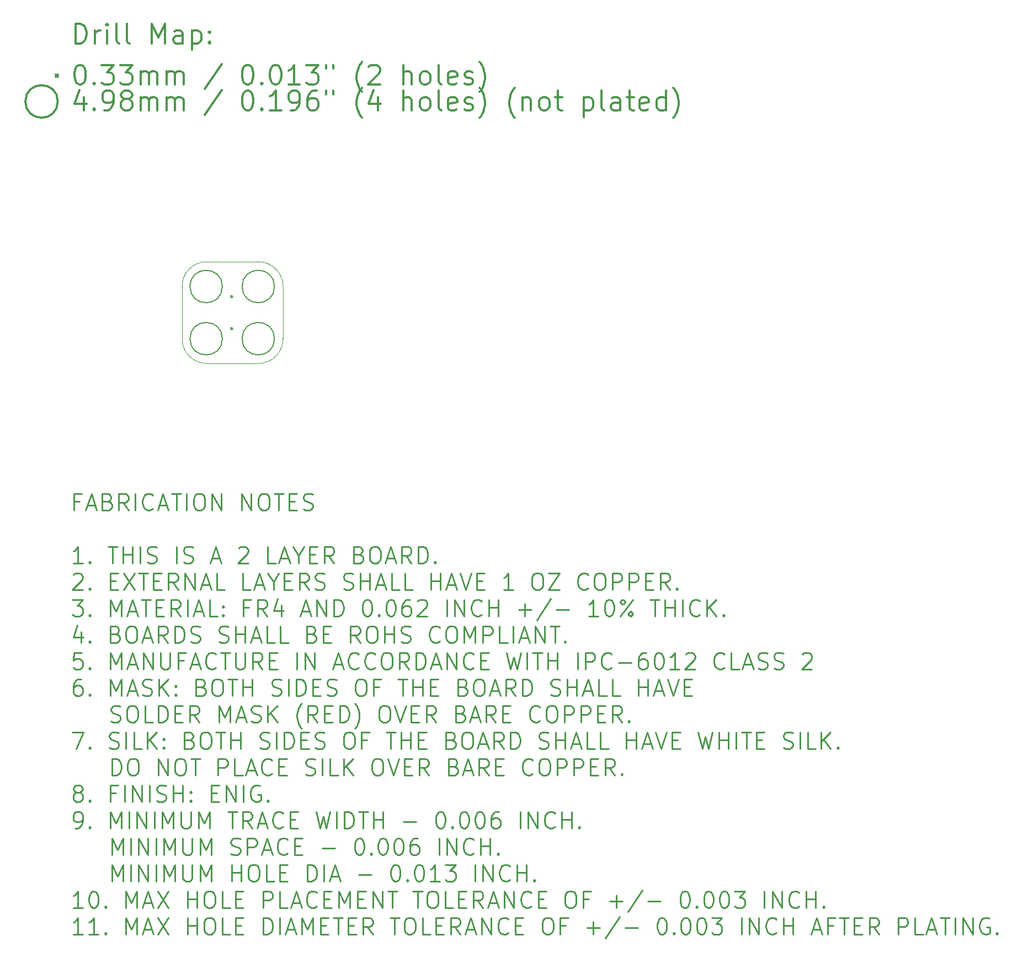
<source format=gbr>
G04 This is an RS-274x file exported by *
G04 gerbv version 2.6.0 *
G04 More information is available about gerbv at *
G04 http://gerbv.gpleda.org/ *
G04 --End of header info--*
%MOIN*%
%FSLAX34Y34*%
%IPPOS*%
G04 --Define apertures--*
%ADD10C,0.0050*%
%ADD11C,0.0079*%
%ADD12C,0.0118*%
%ADD13C,0.0138*%
%ADD14C,0.0016*%
%ADD15C,0.0100*%
G04 --Start main section--*
G54D11*
G01X0010437Y-017054D02*
G01X0010567Y-017184D01*
G01X0010567Y-017054D02*
G01X0010437Y-017184D01*
G01X0010437Y-018994D02*
G01X0010567Y-019124D01*
G01X0010567Y-018994D02*
G01X0010437Y-019124D01*
G01X0009943Y-016509D02*
G75*
G03X0009943Y-016509I-000980J0000000D01*
G01X0009943Y-019659D02*
G75*
G03X0009943Y-019659I-000980J0000000D01*
G01X0013092Y-016509D02*
G75*
G03X0013092Y-016509I-000980J0000000D01*
G01X0013092Y-019659D02*
G75*
G03X0013092Y-019659I-000980J0000000D01*
G54D12*
G01X0001069Y-001834D02*
G01X0001069Y-000652D01*
G01X0001069Y-000652D02*
G01X0001350Y-000652D01*
G01X0001350Y-000652D02*
G01X0001519Y-000709D01*
G01X0001519Y-000709D02*
G01X0001631Y-000821D01*
G01X0001631Y-000821D02*
G01X0001687Y-000934D01*
G01X0001687Y-000934D02*
G01X0001744Y-001159D01*
G01X0001744Y-001159D02*
G01X0001744Y-001327D01*
G01X0001744Y-001327D02*
G01X0001687Y-001552D01*
G01X0001687Y-001552D02*
G01X0001631Y-001665D01*
G01X0001631Y-001665D02*
G01X0001519Y-001777D01*
G01X0001519Y-001777D02*
G01X0001350Y-001834D01*
G01X0001350Y-001834D02*
G01X0001069Y-001834D01*
G01X0002250Y-001834D02*
G01X0002250Y-001046D01*
G01X0002250Y-001271D02*
G01X0002306Y-001159D01*
G01X0002306Y-001159D02*
G01X0002362Y-001102D01*
G01X0002362Y-001102D02*
G01X0002475Y-001046D01*
G01X0002475Y-001046D02*
G01X0002587Y-001046D01*
G01X0002981Y-001834D02*
G01X0002981Y-001046D01*
G01X0002981Y-000652D02*
G01X0002925Y-000709D01*
G01X0002925Y-000709D02*
G01X0002981Y-000765D01*
G01X0002981Y-000765D02*
G01X0003037Y-000709D01*
G01X0003037Y-000709D02*
G01X0002981Y-000652D01*
G01X0002981Y-000652D02*
G01X0002981Y-000765D01*
G01X0003712Y-001834D02*
G01X0003600Y-001777D01*
G01X0003600Y-001777D02*
G01X0003543Y-001665D01*
G01X0003543Y-001665D02*
G01X0003543Y-000652D01*
G01X0004331Y-001834D02*
G01X0004218Y-001777D01*
G01X0004218Y-001777D02*
G01X0004162Y-001665D01*
G01X0004162Y-001665D02*
G01X0004162Y-000652D01*
G01X0005681Y-001834D02*
G01X0005681Y-000652D01*
G01X0005681Y-000652D02*
G01X0006074Y-001496D01*
G01X0006074Y-001496D02*
G01X0006468Y-000652D01*
G01X0006468Y-000652D02*
G01X0006468Y-001834D01*
G01X0007537Y-001834D02*
G01X0007537Y-001215D01*
G01X0007537Y-001215D02*
G01X0007480Y-001102D01*
G01X0007480Y-001102D02*
G01X0007368Y-001046D01*
G01X0007368Y-001046D02*
G01X0007143Y-001046D01*
G01X0007143Y-001046D02*
G01X0007030Y-001102D01*
G01X0007537Y-001777D02*
G01X0007424Y-001834D01*
G01X0007424Y-001834D02*
G01X0007143Y-001834D01*
G01X0007143Y-001834D02*
G01X0007030Y-001777D01*
G01X0007030Y-001777D02*
G01X0006974Y-001665D01*
G01X0006974Y-001665D02*
G01X0006974Y-001552D01*
G01X0006974Y-001552D02*
G01X0007030Y-001440D01*
G01X0007030Y-001440D02*
G01X0007143Y-001384D01*
G01X0007143Y-001384D02*
G01X0007424Y-001384D01*
G01X0007424Y-001384D02*
G01X0007537Y-001327D01*
G01X0008099Y-001046D02*
G01X0008099Y-002227D01*
G01X0008099Y-001102D02*
G01X0008211Y-001046D01*
G01X0008211Y-001046D02*
G01X0008436Y-001046D01*
G01X0008436Y-001046D02*
G01X0008549Y-001102D01*
G01X0008549Y-001102D02*
G01X0008605Y-001159D01*
G01X0008605Y-001159D02*
G01X0008661Y-001271D01*
G01X0008661Y-001271D02*
G01X0008661Y-001609D01*
G01X0008661Y-001609D02*
G01X0008605Y-001721D01*
G01X0008605Y-001721D02*
G01X0008549Y-001777D01*
G01X0008549Y-001777D02*
G01X0008436Y-001834D01*
G01X0008436Y-001834D02*
G01X0008211Y-001834D01*
G01X0008211Y-001834D02*
G01X0008099Y-001777D01*
G01X0009168Y-001721D02*
G01X0009224Y-001777D01*
G01X0009224Y-001777D02*
G01X0009168Y-001834D01*
G01X0009168Y-001834D02*
G01X0009111Y-001777D01*
G01X0009111Y-001777D02*
G01X0009168Y-001721D01*
G01X0009168Y-001721D02*
G01X0009168Y-001834D01*
G01X0009168Y-001102D02*
G01X0009224Y-001159D01*
G01X0009224Y-001159D02*
G01X0009168Y-001215D01*
G01X0009168Y-001215D02*
G01X0009111Y-001159D01*
G01X0009111Y-001159D02*
G01X0009168Y-001102D01*
G01X0009168Y-001102D02*
G01X0009168Y-001215D01*
G01X-000130Y-003715D02*
G01X0000000Y-003845D01*
G01X0000000Y-003715D02*
G01X-000130Y-003845D01*
G01X0001294Y-003133D02*
G01X0001406Y-003133D01*
G01X0001406Y-003133D02*
G01X0001519Y-003189D01*
G01X0001519Y-003189D02*
G01X0001575Y-003245D01*
G01X0001575Y-003245D02*
G01X0001631Y-003358D01*
G01X0001631Y-003358D02*
G01X0001687Y-003583D01*
G01X0001687Y-003583D02*
G01X0001687Y-003864D01*
G01X0001687Y-003864D02*
G01X0001631Y-004089D01*
G01X0001631Y-004089D02*
G01X0001575Y-004201D01*
G01X0001575Y-004201D02*
G01X0001519Y-004258D01*
G01X0001519Y-004258D02*
G01X0001406Y-004314D01*
G01X0001406Y-004314D02*
G01X0001294Y-004314D01*
G01X0001294Y-004314D02*
G01X0001181Y-004258D01*
G01X0001181Y-004258D02*
G01X0001125Y-004201D01*
G01X0001125Y-004201D02*
G01X0001069Y-004089D01*
G01X0001069Y-004089D02*
G01X0001012Y-003864D01*
G01X0001012Y-003864D02*
G01X0001012Y-003583D01*
G01X0001012Y-003583D02*
G01X0001069Y-003358D01*
G01X0001069Y-003358D02*
G01X0001125Y-003245D01*
G01X0001125Y-003245D02*
G01X0001181Y-003189D01*
G01X0001181Y-003189D02*
G01X0001294Y-003133D01*
G01X0002193Y-004201D02*
G01X0002250Y-004258D01*
G01X0002250Y-004258D02*
G01X0002193Y-004314D01*
G01X0002193Y-004314D02*
G01X0002137Y-004258D01*
G01X0002137Y-004258D02*
G01X0002193Y-004201D01*
G01X0002193Y-004201D02*
G01X0002193Y-004314D01*
G01X0002643Y-003133D02*
G01X0003375Y-003133D01*
G01X0003375Y-003133D02*
G01X0002981Y-003583D01*
G01X0002981Y-003583D02*
G01X0003150Y-003583D01*
G01X0003150Y-003583D02*
G01X0003262Y-003639D01*
G01X0003262Y-003639D02*
G01X0003318Y-003695D01*
G01X0003318Y-003695D02*
G01X0003375Y-003808D01*
G01X0003375Y-003808D02*
G01X0003375Y-004089D01*
G01X0003375Y-004089D02*
G01X0003318Y-004201D01*
G01X0003318Y-004201D02*
G01X0003262Y-004258D01*
G01X0003262Y-004258D02*
G01X0003150Y-004314D01*
G01X0003150Y-004314D02*
G01X0002812Y-004314D01*
G01X0002812Y-004314D02*
G01X0002700Y-004258D01*
G01X0002700Y-004258D02*
G01X0002643Y-004201D01*
G01X0003768Y-003133D02*
G01X0004499Y-003133D01*
G01X0004499Y-003133D02*
G01X0004106Y-003583D01*
G01X0004106Y-003583D02*
G01X0004274Y-003583D01*
G01X0004274Y-003583D02*
G01X0004387Y-003639D01*
G01X0004387Y-003639D02*
G01X0004443Y-003695D01*
G01X0004443Y-003695D02*
G01X0004499Y-003808D01*
G01X0004499Y-003808D02*
G01X0004499Y-004089D01*
G01X0004499Y-004089D02*
G01X0004443Y-004201D01*
G01X0004443Y-004201D02*
G01X0004387Y-004258D01*
G01X0004387Y-004258D02*
G01X0004274Y-004314D01*
G01X0004274Y-004314D02*
G01X0003937Y-004314D01*
G01X0003937Y-004314D02*
G01X0003825Y-004258D01*
G01X0003825Y-004258D02*
G01X0003768Y-004201D01*
G01X0005006Y-004314D02*
G01X0005006Y-003526D01*
G01X0005006Y-003639D02*
G01X0005062Y-003583D01*
G01X0005062Y-003583D02*
G01X0005174Y-003526D01*
G01X0005174Y-003526D02*
G01X0005343Y-003526D01*
G01X0005343Y-003526D02*
G01X0005456Y-003583D01*
G01X0005456Y-003583D02*
G01X0005512Y-003695D01*
G01X0005512Y-003695D02*
G01X0005512Y-004314D01*
G01X0005512Y-003695D02*
G01X0005568Y-003583D01*
G01X0005568Y-003583D02*
G01X0005681Y-003526D01*
G01X0005681Y-003526D02*
G01X0005849Y-003526D01*
G01X0005849Y-003526D02*
G01X0005962Y-003583D01*
G01X0005962Y-003583D02*
G01X0006018Y-003695D01*
G01X0006018Y-003695D02*
G01X0006018Y-004314D01*
G01X0006580Y-004314D02*
G01X0006580Y-003526D01*
G01X0006580Y-003639D02*
G01X0006637Y-003583D01*
G01X0006637Y-003583D02*
G01X0006749Y-003526D01*
G01X0006749Y-003526D02*
G01X0006918Y-003526D01*
G01X0006918Y-003526D02*
G01X0007030Y-003583D01*
G01X0007030Y-003583D02*
G01X0007087Y-003695D01*
G01X0007087Y-003695D02*
G01X0007087Y-004314D01*
G01X0007087Y-003695D02*
G01X0007143Y-003583D01*
G01X0007143Y-003583D02*
G01X0007255Y-003526D01*
G01X0007255Y-003526D02*
G01X0007424Y-003526D01*
G01X0007424Y-003526D02*
G01X0007537Y-003583D01*
G01X0007537Y-003583D02*
G01X0007593Y-003695D01*
G01X0007593Y-003695D02*
G01X0007593Y-004314D01*
G01X0009899Y-003076D02*
G01X0008886Y-004595D01*
G01X0011417Y-003133D02*
G01X0011530Y-003133D01*
G01X0011530Y-003133D02*
G01X0011642Y-003189D01*
G01X0011642Y-003189D02*
G01X0011699Y-003245D01*
G01X0011699Y-003245D02*
G01X0011755Y-003358D01*
G01X0011755Y-003358D02*
G01X0011811Y-003583D01*
G01X0011811Y-003583D02*
G01X0011811Y-003864D01*
G01X0011811Y-003864D02*
G01X0011755Y-004089D01*
G01X0011755Y-004089D02*
G01X0011699Y-004201D01*
G01X0011699Y-004201D02*
G01X0011642Y-004258D01*
G01X0011642Y-004258D02*
G01X0011530Y-004314D01*
G01X0011530Y-004314D02*
G01X0011417Y-004314D01*
G01X0011417Y-004314D02*
G01X0011305Y-004258D01*
G01X0011305Y-004258D02*
G01X0011249Y-004201D01*
G01X0011249Y-004201D02*
G01X0011192Y-004089D01*
G01X0011192Y-004089D02*
G01X0011136Y-003864D01*
G01X0011136Y-003864D02*
G01X0011136Y-003583D01*
G01X0011136Y-003583D02*
G01X0011192Y-003358D01*
G01X0011192Y-003358D02*
G01X0011249Y-003245D01*
G01X0011249Y-003245D02*
G01X0011305Y-003189D01*
G01X0011305Y-003189D02*
G01X0011417Y-003133D01*
G01X0012317Y-004201D02*
G01X0012373Y-004258D01*
G01X0012373Y-004258D02*
G01X0012317Y-004314D01*
G01X0012317Y-004314D02*
G01X0012261Y-004258D01*
G01X0012261Y-004258D02*
G01X0012317Y-004201D01*
G01X0012317Y-004201D02*
G01X0012317Y-004314D01*
G01X0013105Y-003133D02*
G01X0013217Y-003133D01*
G01X0013217Y-003133D02*
G01X0013330Y-003189D01*
G01X0013330Y-003189D02*
G01X0013386Y-003245D01*
G01X0013386Y-003245D02*
G01X0013442Y-003358D01*
G01X0013442Y-003358D02*
G01X0013498Y-003583D01*
G01X0013498Y-003583D02*
G01X0013498Y-003864D01*
G01X0013498Y-003864D02*
G01X0013442Y-004089D01*
G01X0013442Y-004089D02*
G01X0013386Y-004201D01*
G01X0013386Y-004201D02*
G01X0013330Y-004258D01*
G01X0013330Y-004258D02*
G01X0013217Y-004314D01*
G01X0013217Y-004314D02*
G01X0013105Y-004314D01*
G01X0013105Y-004314D02*
G01X0012992Y-004258D01*
G01X0012992Y-004258D02*
G01X0012936Y-004201D01*
G01X0012936Y-004201D02*
G01X0012880Y-004089D01*
G01X0012880Y-004089D02*
G01X0012823Y-003864D01*
G01X0012823Y-003864D02*
G01X0012823Y-003583D01*
G01X0012823Y-003583D02*
G01X0012880Y-003358D01*
G01X0012880Y-003358D02*
G01X0012936Y-003245D01*
G01X0012936Y-003245D02*
G01X0012992Y-003189D01*
G01X0012992Y-003189D02*
G01X0013105Y-003133D01*
G01X0014623Y-004314D02*
G01X0013948Y-004314D01*
G01X0014286Y-004314D02*
G01X0014286Y-003133D01*
G01X0014286Y-003133D02*
G01X0014173Y-003301D01*
G01X0014173Y-003301D02*
G01X0014061Y-003414D01*
G01X0014061Y-003414D02*
G01X0013948Y-003470D01*
G01X0015017Y-003133D02*
G01X0015748Y-003133D01*
G01X0015748Y-003133D02*
G01X0015354Y-003583D01*
G01X0015354Y-003583D02*
G01X0015523Y-003583D01*
G01X0015523Y-003583D02*
G01X0015636Y-003639D01*
G01X0015636Y-003639D02*
G01X0015692Y-003695D01*
G01X0015692Y-003695D02*
G01X0015748Y-003808D01*
G01X0015748Y-003808D02*
G01X0015748Y-004089D01*
G01X0015748Y-004089D02*
G01X0015692Y-004201D01*
G01X0015692Y-004201D02*
G01X0015636Y-004258D01*
G01X0015636Y-004258D02*
G01X0015523Y-004314D01*
G01X0015523Y-004314D02*
G01X0015186Y-004314D01*
G01X0015186Y-004314D02*
G01X0015073Y-004258D01*
G01X0015073Y-004258D02*
G01X0015017Y-004201D01*
G01X0016198Y-003133D02*
G01X0016198Y-003358D01*
G01X0016648Y-003133D02*
G01X0016648Y-003358D01*
G01X0018391Y-004764D02*
G01X0018335Y-004708D01*
G01X0018335Y-004708D02*
G01X0018223Y-004539D01*
G01X0018223Y-004539D02*
G01X0018166Y-004426D01*
G01X0018166Y-004426D02*
G01X0018110Y-004258D01*
G01X0018110Y-004258D02*
G01X0018054Y-003976D01*
G01X0018054Y-003976D02*
G01X0018054Y-003751D01*
G01X0018054Y-003751D02*
G01X0018110Y-003470D01*
G01X0018110Y-003470D02*
G01X0018166Y-003301D01*
G01X0018166Y-003301D02*
G01X0018223Y-003189D01*
G01X0018223Y-003189D02*
G01X0018335Y-003020D01*
G01X0018335Y-003020D02*
G01X0018391Y-002964D01*
G01X0018785Y-003245D02*
G01X0018841Y-003189D01*
G01X0018841Y-003189D02*
G01X0018954Y-003133D01*
G01X0018954Y-003133D02*
G01X0019235Y-003133D01*
G01X0019235Y-003133D02*
G01X0019348Y-003189D01*
G01X0019348Y-003189D02*
G01X0019404Y-003245D01*
G01X0019404Y-003245D02*
G01X0019460Y-003358D01*
G01X0019460Y-003358D02*
G01X0019460Y-003470D01*
G01X0019460Y-003470D02*
G01X0019404Y-003639D01*
G01X0019404Y-003639D02*
G01X0018729Y-004314D01*
G01X0018729Y-004314D02*
G01X0019460Y-004314D01*
G01X0020866Y-004314D02*
G01X0020866Y-003133D01*
G01X0021372Y-004314D02*
G01X0021372Y-003695D01*
G01X0021372Y-003695D02*
G01X0021316Y-003583D01*
G01X0021316Y-003583D02*
G01X0021204Y-003526D01*
G01X0021204Y-003526D02*
G01X0021035Y-003526D01*
G01X0021035Y-003526D02*
G01X0020922Y-003583D01*
G01X0020922Y-003583D02*
G01X0020866Y-003639D01*
G01X0022103Y-004314D02*
G01X0021991Y-004258D01*
G01X0021991Y-004258D02*
G01X0021935Y-004201D01*
G01X0021935Y-004201D02*
G01X0021879Y-004089D01*
G01X0021879Y-004089D02*
G01X0021879Y-003751D01*
G01X0021879Y-003751D02*
G01X0021935Y-003639D01*
G01X0021935Y-003639D02*
G01X0021991Y-003583D01*
G01X0021991Y-003583D02*
G01X0022103Y-003526D01*
G01X0022103Y-003526D02*
G01X0022272Y-003526D01*
G01X0022272Y-003526D02*
G01X0022385Y-003583D01*
G01X0022385Y-003583D02*
G01X0022441Y-003639D01*
G01X0022441Y-003639D02*
G01X0022497Y-003751D01*
G01X0022497Y-003751D02*
G01X0022497Y-004089D01*
G01X0022497Y-004089D02*
G01X0022441Y-004201D01*
G01X0022441Y-004201D02*
G01X0022385Y-004258D01*
G01X0022385Y-004258D02*
G01X0022272Y-004314D01*
G01X0022272Y-004314D02*
G01X0022103Y-004314D01*
G01X0023172Y-004314D02*
G01X0023060Y-004258D01*
G01X0023060Y-004258D02*
G01X0023003Y-004145D01*
G01X0023003Y-004145D02*
G01X0023003Y-003133D01*
G01X0024072Y-004258D02*
G01X0023960Y-004314D01*
G01X0023960Y-004314D02*
G01X0023735Y-004314D01*
G01X0023735Y-004314D02*
G01X0023622Y-004258D01*
G01X0023622Y-004258D02*
G01X0023566Y-004145D01*
G01X0023566Y-004145D02*
G01X0023566Y-003695D01*
G01X0023566Y-003695D02*
G01X0023622Y-003583D01*
G01X0023622Y-003583D02*
G01X0023735Y-003526D01*
G01X0023735Y-003526D02*
G01X0023960Y-003526D01*
G01X0023960Y-003526D02*
G01X0024072Y-003583D01*
G01X0024072Y-003583D02*
G01X0024128Y-003695D01*
G01X0024128Y-003695D02*
G01X0024128Y-003808D01*
G01X0024128Y-003808D02*
G01X0023566Y-003920D01*
G01X0024578Y-004258D02*
G01X0024691Y-004314D01*
G01X0024691Y-004314D02*
G01X0024916Y-004314D01*
G01X0024916Y-004314D02*
G01X0025028Y-004258D01*
G01X0025028Y-004258D02*
G01X0025084Y-004145D01*
G01X0025084Y-004145D02*
G01X0025084Y-004089D01*
G01X0025084Y-004089D02*
G01X0025028Y-003976D01*
G01X0025028Y-003976D02*
G01X0024916Y-003920D01*
G01X0024916Y-003920D02*
G01X0024747Y-003920D01*
G01X0024747Y-003920D02*
G01X0024634Y-003864D01*
G01X0024634Y-003864D02*
G01X0024578Y-003751D01*
G01X0024578Y-003751D02*
G01X0024578Y-003695D01*
G01X0024578Y-003695D02*
G01X0024634Y-003583D01*
G01X0024634Y-003583D02*
G01X0024747Y-003526D01*
G01X0024747Y-003526D02*
G01X0024916Y-003526D01*
G01X0024916Y-003526D02*
G01X0025028Y-003583D01*
G01X0025478Y-004764D02*
G01X0025534Y-004708D01*
G01X0025534Y-004708D02*
G01X0025647Y-004539D01*
G01X0025647Y-004539D02*
G01X0025703Y-004426D01*
G01X0025703Y-004426D02*
G01X0025759Y-004258D01*
G01X0025759Y-004258D02*
G01X0025816Y-003976D01*
G01X0025816Y-003976D02*
G01X0025816Y-003751D01*
G01X0025816Y-003751D02*
G01X0025759Y-003470D01*
G01X0025759Y-003470D02*
G01X0025703Y-003301D01*
G01X0025703Y-003301D02*
G01X0025647Y-003189D01*
G01X0025647Y-003189D02*
G01X0025534Y-003020D01*
G01X0025534Y-003020D02*
G01X0025478Y-002964D01*
G01X0000000Y-005339D02*
G75*
G03X0000000Y-005339I-000980J0000000D01*
G01X0001575Y-005085D02*
G01X0001575Y-005873D01*
G01X0001294Y-004636D02*
G01X0001012Y-005479D01*
G01X0001012Y-005479D02*
G01X0001744Y-005479D01*
G01X0002193Y-005760D02*
G01X0002250Y-005817D01*
G01X0002250Y-005817D02*
G01X0002193Y-005873D01*
G01X0002193Y-005873D02*
G01X0002137Y-005817D01*
G01X0002137Y-005817D02*
G01X0002193Y-005760D01*
G01X0002193Y-005760D02*
G01X0002193Y-005873D01*
G01X0002812Y-005873D02*
G01X0003037Y-005873D01*
G01X0003037Y-005873D02*
G01X0003150Y-005817D01*
G01X0003150Y-005817D02*
G01X0003206Y-005760D01*
G01X0003206Y-005760D02*
G01X0003318Y-005592D01*
G01X0003318Y-005592D02*
G01X0003375Y-005367D01*
G01X0003375Y-005367D02*
G01X0003375Y-004917D01*
G01X0003375Y-004917D02*
G01X0003318Y-004804D01*
G01X0003318Y-004804D02*
G01X0003262Y-004748D01*
G01X0003262Y-004748D02*
G01X0003150Y-004692D01*
G01X0003150Y-004692D02*
G01X0002925Y-004692D01*
G01X0002925Y-004692D02*
G01X0002812Y-004748D01*
G01X0002812Y-004748D02*
G01X0002756Y-004804D01*
G01X0002756Y-004804D02*
G01X0002700Y-004917D01*
G01X0002700Y-004917D02*
G01X0002700Y-005198D01*
G01X0002700Y-005198D02*
G01X0002756Y-005310D01*
G01X0002756Y-005310D02*
G01X0002812Y-005367D01*
G01X0002812Y-005367D02*
G01X0002925Y-005423D01*
G01X0002925Y-005423D02*
G01X0003150Y-005423D01*
G01X0003150Y-005423D02*
G01X0003262Y-005367D01*
G01X0003262Y-005367D02*
G01X0003318Y-005310D01*
G01X0003318Y-005310D02*
G01X0003375Y-005198D01*
G01X0004049Y-005198D02*
G01X0003937Y-005142D01*
G01X0003937Y-005142D02*
G01X0003881Y-005085D01*
G01X0003881Y-005085D02*
G01X0003825Y-004973D01*
G01X0003825Y-004973D02*
G01X0003825Y-004917D01*
G01X0003825Y-004917D02*
G01X0003881Y-004804D01*
G01X0003881Y-004804D02*
G01X0003937Y-004748D01*
G01X0003937Y-004748D02*
G01X0004049Y-004692D01*
G01X0004049Y-004692D02*
G01X0004274Y-004692D01*
G01X0004274Y-004692D02*
G01X0004387Y-004748D01*
G01X0004387Y-004748D02*
G01X0004443Y-004804D01*
G01X0004443Y-004804D02*
G01X0004499Y-004917D01*
G01X0004499Y-004917D02*
G01X0004499Y-004973D01*
G01X0004499Y-004973D02*
G01X0004443Y-005085D01*
G01X0004443Y-005085D02*
G01X0004387Y-005142D01*
G01X0004387Y-005142D02*
G01X0004274Y-005198D01*
G01X0004274Y-005198D02*
G01X0004049Y-005198D01*
G01X0004049Y-005198D02*
G01X0003937Y-005254D01*
G01X0003937Y-005254D02*
G01X0003881Y-005310D01*
G01X0003881Y-005310D02*
G01X0003825Y-005423D01*
G01X0003825Y-005423D02*
G01X0003825Y-005648D01*
G01X0003825Y-005648D02*
G01X0003881Y-005760D01*
G01X0003881Y-005760D02*
G01X0003937Y-005817D01*
G01X0003937Y-005817D02*
G01X0004049Y-005873D01*
G01X0004049Y-005873D02*
G01X0004274Y-005873D01*
G01X0004274Y-005873D02*
G01X0004387Y-005817D01*
G01X0004387Y-005817D02*
G01X0004443Y-005760D01*
G01X0004443Y-005760D02*
G01X0004499Y-005648D01*
G01X0004499Y-005648D02*
G01X0004499Y-005423D01*
G01X0004499Y-005423D02*
G01X0004443Y-005310D01*
G01X0004443Y-005310D02*
G01X0004387Y-005254D01*
G01X0004387Y-005254D02*
G01X0004274Y-005198D01*
G01X0005006Y-005873D02*
G01X0005006Y-005085D01*
G01X0005006Y-005198D02*
G01X0005062Y-005142D01*
G01X0005062Y-005142D02*
G01X0005174Y-005085D01*
G01X0005174Y-005085D02*
G01X0005343Y-005085D01*
G01X0005343Y-005085D02*
G01X0005456Y-005142D01*
G01X0005456Y-005142D02*
G01X0005512Y-005254D01*
G01X0005512Y-005254D02*
G01X0005512Y-005873D01*
G01X0005512Y-005254D02*
G01X0005568Y-005142D01*
G01X0005568Y-005142D02*
G01X0005681Y-005085D01*
G01X0005681Y-005085D02*
G01X0005849Y-005085D01*
G01X0005849Y-005085D02*
G01X0005962Y-005142D01*
G01X0005962Y-005142D02*
G01X0006018Y-005254D01*
G01X0006018Y-005254D02*
G01X0006018Y-005873D01*
G01X0006580Y-005873D02*
G01X0006580Y-005085D01*
G01X0006580Y-005198D02*
G01X0006637Y-005142D01*
G01X0006637Y-005142D02*
G01X0006749Y-005085D01*
G01X0006749Y-005085D02*
G01X0006918Y-005085D01*
G01X0006918Y-005085D02*
G01X0007030Y-005142D01*
G01X0007030Y-005142D02*
G01X0007087Y-005254D01*
G01X0007087Y-005254D02*
G01X0007087Y-005873D01*
G01X0007087Y-005254D02*
G01X0007143Y-005142D01*
G01X0007143Y-005142D02*
G01X0007255Y-005085D01*
G01X0007255Y-005085D02*
G01X0007424Y-005085D01*
G01X0007424Y-005085D02*
G01X0007537Y-005142D01*
G01X0007537Y-005142D02*
G01X0007593Y-005254D01*
G01X0007593Y-005254D02*
G01X0007593Y-005873D01*
G01X0009899Y-004636D02*
G01X0008886Y-006154D01*
G01X0011417Y-004692D02*
G01X0011530Y-004692D01*
G01X0011530Y-004692D02*
G01X0011642Y-004748D01*
G01X0011642Y-004748D02*
G01X0011699Y-004804D01*
G01X0011699Y-004804D02*
G01X0011755Y-004917D01*
G01X0011755Y-004917D02*
G01X0011811Y-005142D01*
G01X0011811Y-005142D02*
G01X0011811Y-005423D01*
G01X0011811Y-005423D02*
G01X0011755Y-005648D01*
G01X0011755Y-005648D02*
G01X0011699Y-005760D01*
G01X0011699Y-005760D02*
G01X0011642Y-005817D01*
G01X0011642Y-005817D02*
G01X0011530Y-005873D01*
G01X0011530Y-005873D02*
G01X0011417Y-005873D01*
G01X0011417Y-005873D02*
G01X0011305Y-005817D01*
G01X0011305Y-005817D02*
G01X0011249Y-005760D01*
G01X0011249Y-005760D02*
G01X0011192Y-005648D01*
G01X0011192Y-005648D02*
G01X0011136Y-005423D01*
G01X0011136Y-005423D02*
G01X0011136Y-005142D01*
G01X0011136Y-005142D02*
G01X0011192Y-004917D01*
G01X0011192Y-004917D02*
G01X0011249Y-004804D01*
G01X0011249Y-004804D02*
G01X0011305Y-004748D01*
G01X0011305Y-004748D02*
G01X0011417Y-004692D01*
G01X0012317Y-005760D02*
G01X0012373Y-005817D01*
G01X0012373Y-005817D02*
G01X0012317Y-005873D01*
G01X0012317Y-005873D02*
G01X0012261Y-005817D01*
G01X0012261Y-005817D02*
G01X0012317Y-005760D01*
G01X0012317Y-005760D02*
G01X0012317Y-005873D01*
G01X0013498Y-005873D02*
G01X0012823Y-005873D01*
G01X0013161Y-005873D02*
G01X0013161Y-004692D01*
G01X0013161Y-004692D02*
G01X0013048Y-004861D01*
G01X0013048Y-004861D02*
G01X0012936Y-004973D01*
G01X0012936Y-004973D02*
G01X0012823Y-005029D01*
G01X0014061Y-005873D02*
G01X0014286Y-005873D01*
G01X0014286Y-005873D02*
G01X0014398Y-005817D01*
G01X0014398Y-005817D02*
G01X0014454Y-005760D01*
G01X0014454Y-005760D02*
G01X0014567Y-005592D01*
G01X0014567Y-005592D02*
G01X0014623Y-005367D01*
G01X0014623Y-005367D02*
G01X0014623Y-004917D01*
G01X0014623Y-004917D02*
G01X0014567Y-004804D01*
G01X0014567Y-004804D02*
G01X0014511Y-004748D01*
G01X0014511Y-004748D02*
G01X0014398Y-004692D01*
G01X0014398Y-004692D02*
G01X0014173Y-004692D01*
G01X0014173Y-004692D02*
G01X0014061Y-004748D01*
G01X0014061Y-004748D02*
G01X0014005Y-004804D01*
G01X0014005Y-004804D02*
G01X0013948Y-004917D01*
G01X0013948Y-004917D02*
G01X0013948Y-005198D01*
G01X0013948Y-005198D02*
G01X0014005Y-005310D01*
G01X0014005Y-005310D02*
G01X0014061Y-005367D01*
G01X0014061Y-005367D02*
G01X0014173Y-005423D01*
G01X0014173Y-005423D02*
G01X0014398Y-005423D01*
G01X0014398Y-005423D02*
G01X0014511Y-005367D01*
G01X0014511Y-005367D02*
G01X0014567Y-005310D01*
G01X0014567Y-005310D02*
G01X0014623Y-005198D01*
G01X0015636Y-004692D02*
G01X0015411Y-004692D01*
G01X0015411Y-004692D02*
G01X0015298Y-004748D01*
G01X0015298Y-004748D02*
G01X0015242Y-004804D01*
G01X0015242Y-004804D02*
G01X0015129Y-004973D01*
G01X0015129Y-004973D02*
G01X0015073Y-005198D01*
G01X0015073Y-005198D02*
G01X0015073Y-005648D01*
G01X0015073Y-005648D02*
G01X0015129Y-005760D01*
G01X0015129Y-005760D02*
G01X0015186Y-005817D01*
G01X0015186Y-005817D02*
G01X0015298Y-005873D01*
G01X0015298Y-005873D02*
G01X0015523Y-005873D01*
G01X0015523Y-005873D02*
G01X0015636Y-005817D01*
G01X0015636Y-005817D02*
G01X0015692Y-005760D01*
G01X0015692Y-005760D02*
G01X0015748Y-005648D01*
G01X0015748Y-005648D02*
G01X0015748Y-005367D01*
G01X0015748Y-005367D02*
G01X0015692Y-005254D01*
G01X0015692Y-005254D02*
G01X0015636Y-005198D01*
G01X0015636Y-005198D02*
G01X0015523Y-005142D01*
G01X0015523Y-005142D02*
G01X0015298Y-005142D01*
G01X0015298Y-005142D02*
G01X0015186Y-005198D01*
G01X0015186Y-005198D02*
G01X0015129Y-005254D01*
G01X0015129Y-005254D02*
G01X0015073Y-005367D01*
G01X0016198Y-004692D02*
G01X0016198Y-004917D01*
G01X0016648Y-004692D02*
G01X0016648Y-004917D01*
G01X0018391Y-006323D02*
G01X0018335Y-006267D01*
G01X0018335Y-006267D02*
G01X0018223Y-006098D01*
G01X0018223Y-006098D02*
G01X0018166Y-005985D01*
G01X0018166Y-005985D02*
G01X0018110Y-005817D01*
G01X0018110Y-005817D02*
G01X0018054Y-005535D01*
G01X0018054Y-005535D02*
G01X0018054Y-005310D01*
G01X0018054Y-005310D02*
G01X0018110Y-005029D01*
G01X0018110Y-005029D02*
G01X0018166Y-004861D01*
G01X0018166Y-004861D02*
G01X0018223Y-004748D01*
G01X0018223Y-004748D02*
G01X0018335Y-004579D01*
G01X0018335Y-004579D02*
G01X0018391Y-004523D01*
G01X0019348Y-005085D02*
G01X0019348Y-005873D01*
G01X0019066Y-004636D02*
G01X0018785Y-005479D01*
G01X0018785Y-005479D02*
G01X0019516Y-005479D01*
G01X0020866Y-005873D02*
G01X0020866Y-004692D01*
G01X0021372Y-005873D02*
G01X0021372Y-005254D01*
G01X0021372Y-005254D02*
G01X0021316Y-005142D01*
G01X0021316Y-005142D02*
G01X0021204Y-005085D01*
G01X0021204Y-005085D02*
G01X0021035Y-005085D01*
G01X0021035Y-005085D02*
G01X0020922Y-005142D01*
G01X0020922Y-005142D02*
G01X0020866Y-005198D01*
G01X0022103Y-005873D02*
G01X0021991Y-005817D01*
G01X0021991Y-005817D02*
G01X0021935Y-005760D01*
G01X0021935Y-005760D02*
G01X0021879Y-005648D01*
G01X0021879Y-005648D02*
G01X0021879Y-005310D01*
G01X0021879Y-005310D02*
G01X0021935Y-005198D01*
G01X0021935Y-005198D02*
G01X0021991Y-005142D01*
G01X0021991Y-005142D02*
G01X0022103Y-005085D01*
G01X0022103Y-005085D02*
G01X0022272Y-005085D01*
G01X0022272Y-005085D02*
G01X0022385Y-005142D01*
G01X0022385Y-005142D02*
G01X0022441Y-005198D01*
G01X0022441Y-005198D02*
G01X0022497Y-005310D01*
G01X0022497Y-005310D02*
G01X0022497Y-005648D01*
G01X0022497Y-005648D02*
G01X0022441Y-005760D01*
G01X0022441Y-005760D02*
G01X0022385Y-005817D01*
G01X0022385Y-005817D02*
G01X0022272Y-005873D01*
G01X0022272Y-005873D02*
G01X0022103Y-005873D01*
G01X0023172Y-005873D02*
G01X0023060Y-005817D01*
G01X0023060Y-005817D02*
G01X0023003Y-005704D01*
G01X0023003Y-005704D02*
G01X0023003Y-004692D01*
G01X0024072Y-005817D02*
G01X0023960Y-005873D01*
G01X0023960Y-005873D02*
G01X0023735Y-005873D01*
G01X0023735Y-005873D02*
G01X0023622Y-005817D01*
G01X0023622Y-005817D02*
G01X0023566Y-005704D01*
G01X0023566Y-005704D02*
G01X0023566Y-005254D01*
G01X0023566Y-005254D02*
G01X0023622Y-005142D01*
G01X0023622Y-005142D02*
G01X0023735Y-005085D01*
G01X0023735Y-005085D02*
G01X0023960Y-005085D01*
G01X0023960Y-005085D02*
G01X0024072Y-005142D01*
G01X0024072Y-005142D02*
G01X0024128Y-005254D01*
G01X0024128Y-005254D02*
G01X0024128Y-005367D01*
G01X0024128Y-005367D02*
G01X0023566Y-005479D01*
G01X0024578Y-005817D02*
G01X0024691Y-005873D01*
G01X0024691Y-005873D02*
G01X0024916Y-005873D01*
G01X0024916Y-005873D02*
G01X0025028Y-005817D01*
G01X0025028Y-005817D02*
G01X0025084Y-005704D01*
G01X0025084Y-005704D02*
G01X0025084Y-005648D01*
G01X0025084Y-005648D02*
G01X0025028Y-005535D01*
G01X0025028Y-005535D02*
G01X0024916Y-005479D01*
G01X0024916Y-005479D02*
G01X0024747Y-005479D01*
G01X0024747Y-005479D02*
G01X0024634Y-005423D01*
G01X0024634Y-005423D02*
G01X0024578Y-005310D01*
G01X0024578Y-005310D02*
G01X0024578Y-005254D01*
G01X0024578Y-005254D02*
G01X0024634Y-005142D01*
G01X0024634Y-005142D02*
G01X0024747Y-005085D01*
G01X0024747Y-005085D02*
G01X0024916Y-005085D01*
G01X0024916Y-005085D02*
G01X0025028Y-005142D01*
G01X0025478Y-006323D02*
G01X0025534Y-006267D01*
G01X0025534Y-006267D02*
G01X0025647Y-006098D01*
G01X0025647Y-006098D02*
G01X0025703Y-005985D01*
G01X0025703Y-005985D02*
G01X0025759Y-005817D01*
G01X0025759Y-005817D02*
G01X0025816Y-005535D01*
G01X0025816Y-005535D02*
G01X0025816Y-005310D01*
G01X0025816Y-005310D02*
G01X0025759Y-005029D01*
G01X0025759Y-005029D02*
G01X0025703Y-004861D01*
G01X0025703Y-004861D02*
G01X0025647Y-004748D01*
G01X0025647Y-004748D02*
G01X0025534Y-004579D01*
G01X0025534Y-004579D02*
G01X0025478Y-004523D01*
G01X0027615Y-006323D02*
G01X0027559Y-006267D01*
G01X0027559Y-006267D02*
G01X0027447Y-006098D01*
G01X0027447Y-006098D02*
G01X0027390Y-005985D01*
G01X0027390Y-005985D02*
G01X0027334Y-005817D01*
G01X0027334Y-005817D02*
G01X0027278Y-005535D01*
G01X0027278Y-005535D02*
G01X0027278Y-005310D01*
G01X0027278Y-005310D02*
G01X0027334Y-005029D01*
G01X0027334Y-005029D02*
G01X0027390Y-004861D01*
G01X0027390Y-004861D02*
G01X0027447Y-004748D01*
G01X0027447Y-004748D02*
G01X0027559Y-004579D01*
G01X0027559Y-004579D02*
G01X0027615Y-004523D01*
G01X0028065Y-005085D02*
G01X0028065Y-005873D01*
G01X0028065Y-005198D02*
G01X0028121Y-005142D01*
G01X0028121Y-005142D02*
G01X0028234Y-005085D01*
G01X0028234Y-005085D02*
G01X0028403Y-005085D01*
G01X0028403Y-005085D02*
G01X0028515Y-005142D01*
G01X0028515Y-005142D02*
G01X0028571Y-005254D01*
G01X0028571Y-005254D02*
G01X0028571Y-005873D01*
G01X0029303Y-005873D02*
G01X0029190Y-005817D01*
G01X0029190Y-005817D02*
G01X0029134Y-005760D01*
G01X0029134Y-005760D02*
G01X0029078Y-005648D01*
G01X0029078Y-005648D02*
G01X0029078Y-005310D01*
G01X0029078Y-005310D02*
G01X0029134Y-005198D01*
G01X0029134Y-005198D02*
G01X0029190Y-005142D01*
G01X0029190Y-005142D02*
G01X0029303Y-005085D01*
G01X0029303Y-005085D02*
G01X0029471Y-005085D01*
G01X0029471Y-005085D02*
G01X0029584Y-005142D01*
G01X0029584Y-005142D02*
G01X0029640Y-005198D01*
G01X0029640Y-005198D02*
G01X0029696Y-005310D01*
G01X0029696Y-005310D02*
G01X0029696Y-005648D01*
G01X0029696Y-005648D02*
G01X0029640Y-005760D01*
G01X0029640Y-005760D02*
G01X0029584Y-005817D01*
G01X0029584Y-005817D02*
G01X0029471Y-005873D01*
G01X0029471Y-005873D02*
G01X0029303Y-005873D01*
G01X0030034Y-005085D02*
G01X0030484Y-005085D01*
G01X0030202Y-004692D02*
G01X0030202Y-005704D01*
G01X0030202Y-005704D02*
G01X0030259Y-005817D01*
G01X0030259Y-005817D02*
G01X0030371Y-005873D01*
G01X0030371Y-005873D02*
G01X0030484Y-005873D01*
G01X0031777Y-005085D02*
G01X0031777Y-006267D01*
G01X0031777Y-005142D02*
G01X0031890Y-005085D01*
G01X0031890Y-005085D02*
G01X0032115Y-005085D01*
G01X0032115Y-005085D02*
G01X0032227Y-005142D01*
G01X0032227Y-005142D02*
G01X0032283Y-005198D01*
G01X0032283Y-005198D02*
G01X0032340Y-005310D01*
G01X0032340Y-005310D02*
G01X0032340Y-005648D01*
G01X0032340Y-005648D02*
G01X0032283Y-005760D01*
G01X0032283Y-005760D02*
G01X0032227Y-005817D01*
G01X0032227Y-005817D02*
G01X0032115Y-005873D01*
G01X0032115Y-005873D02*
G01X0031890Y-005873D01*
G01X0031890Y-005873D02*
G01X0031777Y-005817D01*
G01X0033015Y-005873D02*
G01X0032902Y-005817D01*
G01X0032902Y-005817D02*
G01X0032846Y-005704D01*
G01X0032846Y-005704D02*
G01X0032846Y-004692D01*
G01X0033971Y-005873D02*
G01X0033971Y-005254D01*
G01X0033971Y-005254D02*
G01X0033915Y-005142D01*
G01X0033915Y-005142D02*
G01X0033802Y-005085D01*
G01X0033802Y-005085D02*
G01X0033577Y-005085D01*
G01X0033577Y-005085D02*
G01X0033465Y-005142D01*
G01X0033971Y-005817D02*
G01X0033858Y-005873D01*
G01X0033858Y-005873D02*
G01X0033577Y-005873D01*
G01X0033577Y-005873D02*
G01X0033465Y-005817D01*
G01X0033465Y-005817D02*
G01X0033408Y-005704D01*
G01X0033408Y-005704D02*
G01X0033408Y-005592D01*
G01X0033408Y-005592D02*
G01X0033465Y-005479D01*
G01X0033465Y-005479D02*
G01X0033577Y-005423D01*
G01X0033577Y-005423D02*
G01X0033858Y-005423D01*
G01X0033858Y-005423D02*
G01X0033971Y-005367D01*
G01X0034364Y-005085D02*
G01X0034814Y-005085D01*
G01X0034533Y-004692D02*
G01X0034533Y-005704D01*
G01X0034533Y-005704D02*
G01X0034589Y-005817D01*
G01X0034589Y-005817D02*
G01X0034702Y-005873D01*
G01X0034702Y-005873D02*
G01X0034814Y-005873D01*
G01X0035658Y-005817D02*
G01X0035546Y-005873D01*
G01X0035546Y-005873D02*
G01X0035321Y-005873D01*
G01X0035321Y-005873D02*
G01X0035208Y-005817D01*
G01X0035208Y-005817D02*
G01X0035152Y-005704D01*
G01X0035152Y-005704D02*
G01X0035152Y-005254D01*
G01X0035152Y-005254D02*
G01X0035208Y-005142D01*
G01X0035208Y-005142D02*
G01X0035321Y-005085D01*
G01X0035321Y-005085D02*
G01X0035546Y-005085D01*
G01X0035546Y-005085D02*
G01X0035658Y-005142D01*
G01X0035658Y-005142D02*
G01X0035714Y-005254D01*
G01X0035714Y-005254D02*
G01X0035714Y-005367D01*
G01X0035714Y-005367D02*
G01X0035152Y-005479D01*
G01X0036727Y-005873D02*
G01X0036727Y-004692D01*
G01X0036727Y-005817D02*
G01X0036614Y-005873D01*
G01X0036614Y-005873D02*
G01X0036389Y-005873D01*
G01X0036389Y-005873D02*
G01X0036277Y-005817D01*
G01X0036277Y-005817D02*
G01X0036220Y-005760D01*
G01X0036220Y-005760D02*
G01X0036164Y-005648D01*
G01X0036164Y-005648D02*
G01X0036164Y-005310D01*
G01X0036164Y-005310D02*
G01X0036220Y-005198D01*
G01X0036220Y-005198D02*
G01X0036277Y-005142D01*
G01X0036277Y-005142D02*
G01X0036389Y-005085D01*
G01X0036389Y-005085D02*
G01X0036614Y-005085D01*
G01X0036614Y-005085D02*
G01X0036727Y-005142D01*
G01X0037177Y-006323D02*
G01X0037233Y-006267D01*
G01X0037233Y-006267D02*
G01X0037345Y-006098D01*
G01X0037345Y-006098D02*
G01X0037402Y-005985D01*
G01X0037402Y-005985D02*
G01X0037458Y-005817D01*
G01X0037458Y-005817D02*
G01X0037514Y-005535D01*
G01X0037514Y-005535D02*
G01X0037514Y-005310D01*
G01X0037514Y-005310D02*
G01X0037458Y-005029D01*
G01X0037458Y-005029D02*
G01X0037402Y-004861D01*
G01X0037402Y-004861D02*
G01X0037345Y-004748D01*
G01X0037345Y-004748D02*
G01X0037233Y-004579D01*
G01X0037233Y-004579D02*
G01X0037177Y-004523D01*
G01X0000000Y0000000D02*
G54D14*
G01X0008962Y-015013D02*
G75*
G03X0007508Y-016549I0000042J-001496D01*
G01X0007510Y-019659D02*
G75*
G03X0008962Y-021155I0001497J0000000D01*
G01X0012112Y-021156D02*
G75*
G03X0013608Y-019620I0000000J0001497D01*
G01X0013609Y-016509D02*
G75*
G03X0012073Y-015013I-001497J0000000D01*
G01X0013608Y-016509D02*
G01X0013608Y-019659D01*
G01X0012112Y-015013D02*
G01X0008962Y-015013D01*
G01X0012112Y-021155D02*
G01X0008962Y-021155D01*
G01X0007506Y-016509D02*
G01X0007506Y-019659D01*
G01X0000000Y0000000D02*
G54D15*
G01X0001311Y-029489D02*
G01X0000978Y-029489D01*
G01X0000978Y-030012D02*
G01X0000978Y-029012D01*
G01X0000978Y-029012D02*
G01X0001454Y-029012D01*
G01X0001788Y-029727D02*
G01X0002264Y-029727D01*
G01X0001692Y-030012D02*
G01X0002026Y-029012D01*
G01X0002026Y-029012D02*
G01X0002359Y-030012D01*
G01X0003026Y-029489D02*
G01X0003169Y-029536D01*
G01X0003169Y-029536D02*
G01X0003216Y-029584D01*
G01X0003216Y-029584D02*
G01X0003264Y-029679D01*
G01X0003264Y-029679D02*
G01X0003264Y-029822D01*
G01X0003264Y-029822D02*
G01X0003216Y-029917D01*
G01X0003216Y-029917D02*
G01X0003169Y-029965D01*
G01X0003169Y-029965D02*
G01X0003073Y-030012D01*
G01X0003073Y-030012D02*
G01X0002692Y-030012D01*
G01X0002692Y-030012D02*
G01X0002692Y-029012D01*
G01X0002692Y-029012D02*
G01X0003026Y-029012D01*
G01X0003026Y-029012D02*
G01X0003121Y-029060D01*
G01X0003121Y-029060D02*
G01X0003169Y-029108D01*
G01X0003169Y-029108D02*
G01X0003216Y-029203D01*
G01X0003216Y-029203D02*
G01X0003216Y-029298D01*
G01X0003216Y-029298D02*
G01X0003169Y-029393D01*
G01X0003169Y-029393D02*
G01X0003121Y-029441D01*
G01X0003121Y-029441D02*
G01X0003026Y-029489D01*
G01X0003026Y-029489D02*
G01X0002692Y-029489D01*
G01X0004264Y-030012D02*
G01X0003930Y-029536D01*
G01X0003692Y-030012D02*
G01X0003692Y-029012D01*
G01X0003692Y-029012D02*
G01X0004073Y-029012D01*
G01X0004073Y-029012D02*
G01X0004169Y-029060D01*
G01X0004169Y-029060D02*
G01X0004216Y-029108D01*
G01X0004216Y-029108D02*
G01X0004264Y-029203D01*
G01X0004264Y-029203D02*
G01X0004264Y-029346D01*
G01X0004264Y-029346D02*
G01X0004216Y-029441D01*
G01X0004216Y-029441D02*
G01X0004169Y-029489D01*
G01X0004169Y-029489D02*
G01X0004073Y-029536D01*
G01X0004073Y-029536D02*
G01X0003692Y-029536D01*
G01X0004692Y-030012D02*
G01X0004692Y-029012D01*
G01X0005740Y-029917D02*
G01X0005692Y-029965D01*
G01X0005692Y-029965D02*
G01X0005550Y-030012D01*
G01X0005550Y-030012D02*
G01X0005454Y-030012D01*
G01X0005454Y-030012D02*
G01X0005311Y-029965D01*
G01X0005311Y-029965D02*
G01X0005216Y-029870D01*
G01X0005216Y-029870D02*
G01X0005169Y-029774D01*
G01X0005169Y-029774D02*
G01X0005121Y-029584D01*
G01X0005121Y-029584D02*
G01X0005121Y-029441D01*
G01X0005121Y-029441D02*
G01X0005169Y-029250D01*
G01X0005169Y-029250D02*
G01X0005216Y-029155D01*
G01X0005216Y-029155D02*
G01X0005311Y-029060D01*
G01X0005311Y-029060D02*
G01X0005454Y-029012D01*
G01X0005454Y-029012D02*
G01X0005550Y-029012D01*
G01X0005550Y-029012D02*
G01X0005692Y-029060D01*
G01X0005692Y-029060D02*
G01X0005740Y-029108D01*
G01X0006121Y-029727D02*
G01X0006597Y-029727D01*
G01X0006026Y-030012D02*
G01X0006359Y-029012D01*
G01X0006359Y-029012D02*
G01X0006692Y-030012D01*
G01X0006883Y-029012D02*
G01X0007454Y-029012D01*
G01X0007169Y-030012D02*
G01X0007169Y-029012D01*
G01X0007788Y-030012D02*
G01X0007788Y-029012D01*
G01X0008454Y-029012D02*
G01X0008645Y-029012D01*
G01X0008645Y-029012D02*
G01X0008740Y-029060D01*
G01X0008740Y-029060D02*
G01X0008835Y-029155D01*
G01X0008835Y-029155D02*
G01X0008883Y-029346D01*
G01X0008883Y-029346D02*
G01X0008883Y-029679D01*
G01X0008883Y-029679D02*
G01X0008835Y-029870D01*
G01X0008835Y-029870D02*
G01X0008740Y-029965D01*
G01X0008740Y-029965D02*
G01X0008645Y-030012D01*
G01X0008645Y-030012D02*
G01X0008454Y-030012D01*
G01X0008454Y-030012D02*
G01X0008359Y-029965D01*
G01X0008359Y-029965D02*
G01X0008264Y-029870D01*
G01X0008264Y-029870D02*
G01X0008216Y-029679D01*
G01X0008216Y-029679D02*
G01X0008216Y-029346D01*
G01X0008216Y-029346D02*
G01X0008264Y-029155D01*
G01X0008264Y-029155D02*
G01X0008359Y-029060D01*
G01X0008359Y-029060D02*
G01X0008454Y-029012D01*
G01X0009311Y-030012D02*
G01X0009311Y-029012D01*
G01X0009311Y-029012D02*
G01X0009883Y-030012D01*
G01X0009883Y-030012D02*
G01X0009883Y-029012D01*
G01X0011121Y-030012D02*
G01X0011121Y-029012D01*
G01X0011121Y-029012D02*
G01X0011692Y-030012D01*
G01X0011692Y-030012D02*
G01X0011692Y-029012D01*
G01X0012359Y-029012D02*
G01X0012550Y-029012D01*
G01X0012550Y-029012D02*
G01X0012645Y-029060D01*
G01X0012645Y-029060D02*
G01X0012740Y-029155D01*
G01X0012740Y-029155D02*
G01X0012788Y-029346D01*
G01X0012788Y-029346D02*
G01X0012788Y-029679D01*
G01X0012788Y-029679D02*
G01X0012740Y-029870D01*
G01X0012740Y-029870D02*
G01X0012645Y-029965D01*
G01X0012645Y-029965D02*
G01X0012550Y-030012D01*
G01X0012550Y-030012D02*
G01X0012359Y-030012D01*
G01X0012359Y-030012D02*
G01X0012264Y-029965D01*
G01X0012264Y-029965D02*
G01X0012169Y-029870D01*
G01X0012169Y-029870D02*
G01X0012121Y-029679D01*
G01X0012121Y-029679D02*
G01X0012121Y-029346D01*
G01X0012121Y-029346D02*
G01X0012169Y-029155D01*
G01X0012169Y-029155D02*
G01X0012264Y-029060D01*
G01X0012264Y-029060D02*
G01X0012359Y-029012D01*
G01X0013073Y-029012D02*
G01X0013645Y-029012D01*
G01X0013359Y-030012D02*
G01X0013359Y-029012D01*
G01X0013978Y-029489D02*
G01X0014311Y-029489D01*
G01X0014454Y-030012D02*
G01X0013978Y-030012D01*
G01X0013978Y-030012D02*
G01X0013978Y-029012D01*
G01X0013978Y-029012D02*
G01X0014454Y-029012D01*
G01X0014835Y-029965D02*
G01X0014978Y-030012D01*
G01X0014978Y-030012D02*
G01X0015216Y-030012D01*
G01X0015216Y-030012D02*
G01X0015311Y-029965D01*
G01X0015311Y-029965D02*
G01X0015359Y-029917D01*
G01X0015359Y-029917D02*
G01X0015407Y-029822D01*
G01X0015407Y-029822D02*
G01X0015407Y-029727D01*
G01X0015407Y-029727D02*
G01X0015359Y-029631D01*
G01X0015359Y-029631D02*
G01X0015311Y-029584D01*
G01X0015311Y-029584D02*
G01X0015216Y-029536D01*
G01X0015216Y-029536D02*
G01X0015026Y-029489D01*
G01X0015026Y-029489D02*
G01X0014930Y-029441D01*
G01X0014930Y-029441D02*
G01X0014883Y-029393D01*
G01X0014883Y-029393D02*
G01X0014835Y-029298D01*
G01X0014835Y-029298D02*
G01X0014835Y-029203D01*
G01X0014835Y-029203D02*
G01X0014883Y-029108D01*
G01X0014883Y-029108D02*
G01X0014930Y-029060D01*
G01X0014930Y-029060D02*
G01X0015026Y-029012D01*
G01X0015026Y-029012D02*
G01X0015264Y-029012D01*
G01X0015264Y-029012D02*
G01X0015407Y-029060D01*
G01X0001502Y-033212D02*
G01X0000930Y-033212D01*
G01X0001216Y-033212D02*
G01X0001216Y-032212D01*
G01X0001216Y-032212D02*
G01X0001121Y-032355D01*
G01X0001121Y-032355D02*
G01X0001026Y-032450D01*
G01X0001026Y-032450D02*
G01X0000930Y-032498D01*
G01X0001930Y-033117D02*
G01X0001978Y-033165D01*
G01X0001978Y-033165D02*
G01X0001930Y-033212D01*
G01X0001930Y-033212D02*
G01X0001883Y-033165D01*
G01X0001883Y-033165D02*
G01X0001930Y-033117D01*
G01X0001930Y-033117D02*
G01X0001930Y-033212D01*
G01X0003026Y-032212D02*
G01X0003597Y-032212D01*
G01X0003311Y-033212D02*
G01X0003311Y-032212D01*
G01X0003930Y-033212D02*
G01X0003930Y-032212D01*
G01X0003930Y-032689D02*
G01X0004502Y-032689D01*
G01X0004502Y-033212D02*
G01X0004502Y-032212D01*
G01X0004978Y-033212D02*
G01X0004978Y-032212D01*
G01X0005407Y-033165D02*
G01X0005550Y-033212D01*
G01X0005550Y-033212D02*
G01X0005788Y-033212D01*
G01X0005788Y-033212D02*
G01X0005883Y-033165D01*
G01X0005883Y-033165D02*
G01X0005930Y-033117D01*
G01X0005930Y-033117D02*
G01X0005978Y-033022D01*
G01X0005978Y-033022D02*
G01X0005978Y-032927D01*
G01X0005978Y-032927D02*
G01X0005930Y-032831D01*
G01X0005930Y-032831D02*
G01X0005883Y-032784D01*
G01X0005883Y-032784D02*
G01X0005788Y-032736D01*
G01X0005788Y-032736D02*
G01X0005597Y-032689D01*
G01X0005597Y-032689D02*
G01X0005502Y-032641D01*
G01X0005502Y-032641D02*
G01X0005454Y-032593D01*
G01X0005454Y-032593D02*
G01X0005407Y-032498D01*
G01X0005407Y-032498D02*
G01X0005407Y-032403D01*
G01X0005407Y-032403D02*
G01X0005454Y-032308D01*
G01X0005454Y-032308D02*
G01X0005502Y-032260D01*
G01X0005502Y-032260D02*
G01X0005597Y-032212D01*
G01X0005597Y-032212D02*
G01X0005835Y-032212D01*
G01X0005835Y-032212D02*
G01X0005978Y-032260D01*
G01X0007169Y-033212D02*
G01X0007169Y-032212D01*
G01X0007597Y-033165D02*
G01X0007740Y-033212D01*
G01X0007740Y-033212D02*
G01X0007978Y-033212D01*
G01X0007978Y-033212D02*
G01X0008073Y-033165D01*
G01X0008073Y-033165D02*
G01X0008121Y-033117D01*
G01X0008121Y-033117D02*
G01X0008169Y-033022D01*
G01X0008169Y-033022D02*
G01X0008169Y-032927D01*
G01X0008169Y-032927D02*
G01X0008121Y-032831D01*
G01X0008121Y-032831D02*
G01X0008073Y-032784D01*
G01X0008073Y-032784D02*
G01X0007978Y-032736D01*
G01X0007978Y-032736D02*
G01X0007788Y-032689D01*
G01X0007788Y-032689D02*
G01X0007692Y-032641D01*
G01X0007692Y-032641D02*
G01X0007645Y-032593D01*
G01X0007645Y-032593D02*
G01X0007597Y-032498D01*
G01X0007597Y-032498D02*
G01X0007597Y-032403D01*
G01X0007597Y-032403D02*
G01X0007645Y-032308D01*
G01X0007645Y-032308D02*
G01X0007692Y-032260D01*
G01X0007692Y-032260D02*
G01X0007788Y-032212D01*
G01X0007788Y-032212D02*
G01X0008026Y-032212D01*
G01X0008026Y-032212D02*
G01X0008169Y-032260D01*
G01X0009311Y-032927D02*
G01X0009788Y-032927D01*
G01X0009216Y-033212D02*
G01X0009550Y-032212D01*
G01X0009550Y-032212D02*
G01X0009883Y-033212D01*
G01X0010930Y-032308D02*
G01X0010978Y-032260D01*
G01X0010978Y-032260D02*
G01X0011073Y-032212D01*
G01X0011073Y-032212D02*
G01X0011311Y-032212D01*
G01X0011311Y-032212D02*
G01X0011407Y-032260D01*
G01X0011407Y-032260D02*
G01X0011454Y-032308D01*
G01X0011454Y-032308D02*
G01X0011502Y-032403D01*
G01X0011502Y-032403D02*
G01X0011502Y-032498D01*
G01X0011502Y-032498D02*
G01X0011454Y-032641D01*
G01X0011454Y-032641D02*
G01X0010883Y-033212D01*
G01X0010883Y-033212D02*
G01X0011502Y-033212D01*
G01X0013169Y-033212D02*
G01X0012692Y-033212D01*
G01X0012692Y-033212D02*
G01X0012692Y-032212D01*
G01X0013454Y-032927D02*
G01X0013930Y-032927D01*
G01X0013359Y-033212D02*
G01X0013692Y-032212D01*
G01X0013692Y-032212D02*
G01X0014026Y-033212D01*
G01X0014550Y-032736D02*
G01X0014550Y-033212D01*
G01X0014216Y-032212D02*
G01X0014550Y-032736D01*
G01X0014550Y-032736D02*
G01X0014883Y-032212D01*
G01X0015216Y-032689D02*
G01X0015550Y-032689D01*
G01X0015692Y-033212D02*
G01X0015216Y-033212D01*
G01X0015216Y-033212D02*
G01X0015216Y-032212D01*
G01X0015216Y-032212D02*
G01X0015692Y-032212D01*
G01X0016692Y-033212D02*
G01X0016359Y-032736D01*
G01X0016121Y-033212D02*
G01X0016121Y-032212D01*
G01X0016121Y-032212D02*
G01X0016502Y-032212D01*
G01X0016502Y-032212D02*
G01X0016597Y-032260D01*
G01X0016597Y-032260D02*
G01X0016645Y-032308D01*
G01X0016645Y-032308D02*
G01X0016692Y-032403D01*
G01X0016692Y-032403D02*
G01X0016692Y-032546D01*
G01X0016692Y-032546D02*
G01X0016645Y-032641D01*
G01X0016645Y-032641D02*
G01X0016597Y-032689D01*
G01X0016597Y-032689D02*
G01X0016502Y-032736D01*
G01X0016502Y-032736D02*
G01X0016121Y-032736D01*
G01X0018216Y-032689D02*
G01X0018359Y-032736D01*
G01X0018359Y-032736D02*
G01X0018407Y-032784D01*
G01X0018407Y-032784D02*
G01X0018454Y-032879D01*
G01X0018454Y-032879D02*
G01X0018454Y-033022D01*
G01X0018454Y-033022D02*
G01X0018407Y-033117D01*
G01X0018407Y-033117D02*
G01X0018359Y-033165D01*
G01X0018359Y-033165D02*
G01X0018264Y-033212D01*
G01X0018264Y-033212D02*
G01X0017883Y-033212D01*
G01X0017883Y-033212D02*
G01X0017883Y-032212D01*
G01X0017883Y-032212D02*
G01X0018216Y-032212D01*
G01X0018216Y-032212D02*
G01X0018311Y-032260D01*
G01X0018311Y-032260D02*
G01X0018359Y-032308D01*
G01X0018359Y-032308D02*
G01X0018407Y-032403D01*
G01X0018407Y-032403D02*
G01X0018407Y-032498D01*
G01X0018407Y-032498D02*
G01X0018359Y-032593D01*
G01X0018359Y-032593D02*
G01X0018311Y-032641D01*
G01X0018311Y-032641D02*
G01X0018216Y-032689D01*
G01X0018216Y-032689D02*
G01X0017883Y-032689D01*
G01X0019073Y-032212D02*
G01X0019264Y-032212D01*
G01X0019264Y-032212D02*
G01X0019359Y-032260D01*
G01X0019359Y-032260D02*
G01X0019454Y-032355D01*
G01X0019454Y-032355D02*
G01X0019502Y-032546D01*
G01X0019502Y-032546D02*
G01X0019502Y-032879D01*
G01X0019502Y-032879D02*
G01X0019454Y-033070D01*
G01X0019454Y-033070D02*
G01X0019359Y-033165D01*
G01X0019359Y-033165D02*
G01X0019264Y-033212D01*
G01X0019264Y-033212D02*
G01X0019073Y-033212D01*
G01X0019073Y-033212D02*
G01X0018978Y-033165D01*
G01X0018978Y-033165D02*
G01X0018883Y-033070D01*
G01X0018883Y-033070D02*
G01X0018835Y-032879D01*
G01X0018835Y-032879D02*
G01X0018835Y-032546D01*
G01X0018835Y-032546D02*
G01X0018883Y-032355D01*
G01X0018883Y-032355D02*
G01X0018978Y-032260D01*
G01X0018978Y-032260D02*
G01X0019073Y-032212D01*
G01X0019883Y-032927D02*
G01X0020359Y-032927D01*
G01X0019788Y-033212D02*
G01X0020121Y-032212D01*
G01X0020121Y-032212D02*
G01X0020454Y-033212D01*
G01X0021359Y-033212D02*
G01X0021026Y-032736D01*
G01X0020788Y-033212D02*
G01X0020788Y-032212D01*
G01X0020788Y-032212D02*
G01X0021169Y-032212D01*
G01X0021169Y-032212D02*
G01X0021264Y-032260D01*
G01X0021264Y-032260D02*
G01X0021311Y-032308D01*
G01X0021311Y-032308D02*
G01X0021359Y-032403D01*
G01X0021359Y-032403D02*
G01X0021359Y-032546D01*
G01X0021359Y-032546D02*
G01X0021311Y-032641D01*
G01X0021311Y-032641D02*
G01X0021264Y-032689D01*
G01X0021264Y-032689D02*
G01X0021169Y-032736D01*
G01X0021169Y-032736D02*
G01X0020788Y-032736D01*
G01X0021788Y-033212D02*
G01X0021788Y-032212D01*
G01X0021788Y-032212D02*
G01X0022026Y-032212D01*
G01X0022026Y-032212D02*
G01X0022169Y-032260D01*
G01X0022169Y-032260D02*
G01X0022264Y-032355D01*
G01X0022264Y-032355D02*
G01X0022311Y-032450D01*
G01X0022311Y-032450D02*
G01X0022359Y-032641D01*
G01X0022359Y-032641D02*
G01X0022359Y-032784D01*
G01X0022359Y-032784D02*
G01X0022311Y-032974D01*
G01X0022311Y-032974D02*
G01X0022264Y-033070D01*
G01X0022264Y-033070D02*
G01X0022169Y-033165D01*
G01X0022169Y-033165D02*
G01X0022026Y-033212D01*
G01X0022026Y-033212D02*
G01X0021788Y-033212D01*
G01X0022788Y-033117D02*
G01X0022835Y-033165D01*
G01X0022835Y-033165D02*
G01X0022788Y-033212D01*
G01X0022788Y-033212D02*
G01X0022740Y-033165D01*
G01X0022740Y-033165D02*
G01X0022788Y-033117D01*
G01X0022788Y-033117D02*
G01X0022788Y-033212D01*
G01X0000930Y-033908D02*
G01X0000978Y-033860D01*
G01X0000978Y-033860D02*
G01X0001073Y-033812D01*
G01X0001073Y-033812D02*
G01X0001311Y-033812D01*
G01X0001311Y-033812D02*
G01X0001407Y-033860D01*
G01X0001407Y-033860D02*
G01X0001454Y-033908D01*
G01X0001454Y-033908D02*
G01X0001502Y-034003D01*
G01X0001502Y-034003D02*
G01X0001502Y-034098D01*
G01X0001502Y-034098D02*
G01X0001454Y-034241D01*
G01X0001454Y-034241D02*
G01X0000883Y-034812D01*
G01X0000883Y-034812D02*
G01X0001502Y-034812D01*
G01X0001930Y-034717D02*
G01X0001978Y-034765D01*
G01X0001978Y-034765D02*
G01X0001930Y-034812D01*
G01X0001930Y-034812D02*
G01X0001883Y-034765D01*
G01X0001883Y-034765D02*
G01X0001930Y-034717D01*
G01X0001930Y-034717D02*
G01X0001930Y-034812D01*
G01X0003169Y-034289D02*
G01X0003502Y-034289D01*
G01X0003645Y-034812D02*
G01X0003169Y-034812D01*
G01X0003169Y-034812D02*
G01X0003169Y-033812D01*
G01X0003169Y-033812D02*
G01X0003645Y-033812D01*
G01X0003978Y-033812D02*
G01X0004645Y-034812D01*
G01X0004645Y-033812D02*
G01X0003978Y-034812D01*
G01X0004883Y-033812D02*
G01X0005454Y-033812D01*
G01X0005169Y-034812D02*
G01X0005169Y-033812D01*
G01X0005788Y-034289D02*
G01X0006121Y-034289D01*
G01X0006264Y-034812D02*
G01X0005788Y-034812D01*
G01X0005788Y-034812D02*
G01X0005788Y-033812D01*
G01X0005788Y-033812D02*
G01X0006264Y-033812D01*
G01X0007264Y-034812D02*
G01X0006930Y-034336D01*
G01X0006692Y-034812D02*
G01X0006692Y-033812D01*
G01X0006692Y-033812D02*
G01X0007073Y-033812D01*
G01X0007073Y-033812D02*
G01X0007169Y-033860D01*
G01X0007169Y-033860D02*
G01X0007216Y-033908D01*
G01X0007216Y-033908D02*
G01X0007264Y-034003D01*
G01X0007264Y-034003D02*
G01X0007264Y-034146D01*
G01X0007264Y-034146D02*
G01X0007216Y-034241D01*
G01X0007216Y-034241D02*
G01X0007169Y-034289D01*
G01X0007169Y-034289D02*
G01X0007073Y-034336D01*
G01X0007073Y-034336D02*
G01X0006692Y-034336D01*
G01X0007692Y-034812D02*
G01X0007692Y-033812D01*
G01X0007692Y-033812D02*
G01X0008264Y-034812D01*
G01X0008264Y-034812D02*
G01X0008264Y-033812D01*
G01X0008692Y-034527D02*
G01X0009169Y-034527D01*
G01X0008597Y-034812D02*
G01X0008930Y-033812D01*
G01X0008930Y-033812D02*
G01X0009264Y-034812D01*
G01X0010073Y-034812D02*
G01X0009597Y-034812D01*
G01X0009597Y-034812D02*
G01X0009597Y-033812D01*
G01X0011645Y-034812D02*
G01X0011169Y-034812D01*
G01X0011169Y-034812D02*
G01X0011169Y-033812D01*
G01X0011930Y-034527D02*
G01X0012407Y-034527D01*
G01X0011835Y-034812D02*
G01X0012169Y-033812D01*
G01X0012169Y-033812D02*
G01X0012502Y-034812D01*
G01X0013026Y-034336D02*
G01X0013026Y-034812D01*
G01X0012692Y-033812D02*
G01X0013026Y-034336D01*
G01X0013026Y-034336D02*
G01X0013359Y-033812D01*
G01X0013692Y-034289D02*
G01X0014026Y-034289D01*
G01X0014169Y-034812D02*
G01X0013692Y-034812D01*
G01X0013692Y-034812D02*
G01X0013692Y-033812D01*
G01X0013692Y-033812D02*
G01X0014169Y-033812D01*
G01X0015169Y-034812D02*
G01X0014835Y-034336D01*
G01X0014597Y-034812D02*
G01X0014597Y-033812D01*
G01X0014597Y-033812D02*
G01X0014978Y-033812D01*
G01X0014978Y-033812D02*
G01X0015073Y-033860D01*
G01X0015073Y-033860D02*
G01X0015121Y-033908D01*
G01X0015121Y-033908D02*
G01X0015169Y-034003D01*
G01X0015169Y-034003D02*
G01X0015169Y-034146D01*
G01X0015169Y-034146D02*
G01X0015121Y-034241D01*
G01X0015121Y-034241D02*
G01X0015073Y-034289D01*
G01X0015073Y-034289D02*
G01X0014978Y-034336D01*
G01X0014978Y-034336D02*
G01X0014597Y-034336D01*
G01X0015550Y-034765D02*
G01X0015692Y-034812D01*
G01X0015692Y-034812D02*
G01X0015930Y-034812D01*
G01X0015930Y-034812D02*
G01X0016026Y-034765D01*
G01X0016026Y-034765D02*
G01X0016073Y-034717D01*
G01X0016073Y-034717D02*
G01X0016121Y-034622D01*
G01X0016121Y-034622D02*
G01X0016121Y-034527D01*
G01X0016121Y-034527D02*
G01X0016073Y-034431D01*
G01X0016073Y-034431D02*
G01X0016026Y-034384D01*
G01X0016026Y-034384D02*
G01X0015930Y-034336D01*
G01X0015930Y-034336D02*
G01X0015740Y-034289D01*
G01X0015740Y-034289D02*
G01X0015645Y-034241D01*
G01X0015645Y-034241D02*
G01X0015597Y-034193D01*
G01X0015597Y-034193D02*
G01X0015550Y-034098D01*
G01X0015550Y-034098D02*
G01X0015550Y-034003D01*
G01X0015550Y-034003D02*
G01X0015597Y-033908D01*
G01X0015597Y-033908D02*
G01X0015645Y-033860D01*
G01X0015645Y-033860D02*
G01X0015740Y-033812D01*
G01X0015740Y-033812D02*
G01X0015978Y-033812D01*
G01X0015978Y-033812D02*
G01X0016121Y-033860D01*
G01X0017264Y-034765D02*
G01X0017407Y-034812D01*
G01X0017407Y-034812D02*
G01X0017645Y-034812D01*
G01X0017645Y-034812D02*
G01X0017740Y-034765D01*
G01X0017740Y-034765D02*
G01X0017788Y-034717D01*
G01X0017788Y-034717D02*
G01X0017835Y-034622D01*
G01X0017835Y-034622D02*
G01X0017835Y-034527D01*
G01X0017835Y-034527D02*
G01X0017788Y-034431D01*
G01X0017788Y-034431D02*
G01X0017740Y-034384D01*
G01X0017740Y-034384D02*
G01X0017645Y-034336D01*
G01X0017645Y-034336D02*
G01X0017454Y-034289D01*
G01X0017454Y-034289D02*
G01X0017359Y-034241D01*
G01X0017359Y-034241D02*
G01X0017311Y-034193D01*
G01X0017311Y-034193D02*
G01X0017264Y-034098D01*
G01X0017264Y-034098D02*
G01X0017264Y-034003D01*
G01X0017264Y-034003D02*
G01X0017311Y-033908D01*
G01X0017311Y-033908D02*
G01X0017359Y-033860D01*
G01X0017359Y-033860D02*
G01X0017454Y-033812D01*
G01X0017454Y-033812D02*
G01X0017692Y-033812D01*
G01X0017692Y-033812D02*
G01X0017835Y-033860D01*
G01X0018264Y-034812D02*
G01X0018264Y-033812D01*
G01X0018264Y-034289D02*
G01X0018835Y-034289D01*
G01X0018835Y-034812D02*
G01X0018835Y-033812D01*
G01X0019264Y-034527D02*
G01X0019740Y-034527D01*
G01X0019169Y-034812D02*
G01X0019502Y-033812D01*
G01X0019502Y-033812D02*
G01X0019835Y-034812D01*
G01X0020645Y-034812D02*
G01X0020169Y-034812D01*
G01X0020169Y-034812D02*
G01X0020169Y-033812D01*
G01X0021454Y-034812D02*
G01X0020978Y-034812D01*
G01X0020978Y-034812D02*
G01X0020978Y-033812D01*
G01X0022550Y-034812D02*
G01X0022550Y-033812D01*
G01X0022550Y-034289D02*
G01X0023121Y-034289D01*
G01X0023121Y-034812D02*
G01X0023121Y-033812D01*
G01X0023550Y-034527D02*
G01X0024026Y-034527D01*
G01X0023454Y-034812D02*
G01X0023788Y-033812D01*
G01X0023788Y-033812D02*
G01X0024121Y-034812D01*
G01X0024311Y-033812D02*
G01X0024645Y-034812D01*
G01X0024645Y-034812D02*
G01X0024978Y-033812D01*
G01X0025311Y-034289D02*
G01X0025645Y-034289D01*
G01X0025788Y-034812D02*
G01X0025311Y-034812D01*
G01X0025311Y-034812D02*
G01X0025311Y-033812D01*
G01X0025311Y-033812D02*
G01X0025788Y-033812D01*
G01X0027502Y-034812D02*
G01X0026930Y-034812D01*
G01X0027216Y-034812D02*
G01X0027216Y-033812D01*
G01X0027216Y-033812D02*
G01X0027121Y-033955D01*
G01X0027121Y-033955D02*
G01X0027026Y-034050D01*
G01X0027026Y-034050D02*
G01X0026930Y-034098D01*
G01X0028883Y-033812D02*
G01X0029073Y-033812D01*
G01X0029073Y-033812D02*
G01X0029169Y-033860D01*
G01X0029169Y-033860D02*
G01X0029264Y-033955D01*
G01X0029264Y-033955D02*
G01X0029311Y-034146D01*
G01X0029311Y-034146D02*
G01X0029311Y-034479D01*
G01X0029311Y-034479D02*
G01X0029264Y-034670D01*
G01X0029264Y-034670D02*
G01X0029169Y-034765D01*
G01X0029169Y-034765D02*
G01X0029073Y-034812D01*
G01X0029073Y-034812D02*
G01X0028883Y-034812D01*
G01X0028883Y-034812D02*
G01X0028788Y-034765D01*
G01X0028788Y-034765D02*
G01X0028692Y-034670D01*
G01X0028692Y-034670D02*
G01X0028645Y-034479D01*
G01X0028645Y-034479D02*
G01X0028645Y-034146D01*
G01X0028645Y-034146D02*
G01X0028692Y-033955D01*
G01X0028692Y-033955D02*
G01X0028788Y-033860D01*
G01X0028788Y-033860D02*
G01X0028883Y-033812D01*
G01X0029645Y-033812D02*
G01X0030311Y-033812D01*
G01X0030311Y-033812D02*
G01X0029645Y-034812D01*
G01X0029645Y-034812D02*
G01X0030311Y-034812D01*
G01X0032026Y-034717D02*
G01X0031978Y-034765D01*
G01X0031978Y-034765D02*
G01X0031835Y-034812D01*
G01X0031835Y-034812D02*
G01X0031740Y-034812D01*
G01X0031740Y-034812D02*
G01X0031597Y-034765D01*
G01X0031597Y-034765D02*
G01X0031502Y-034670D01*
G01X0031502Y-034670D02*
G01X0031454Y-034574D01*
G01X0031454Y-034574D02*
G01X0031407Y-034384D01*
G01X0031407Y-034384D02*
G01X0031407Y-034241D01*
G01X0031407Y-034241D02*
G01X0031454Y-034050D01*
G01X0031454Y-034050D02*
G01X0031502Y-033955D01*
G01X0031502Y-033955D02*
G01X0031597Y-033860D01*
G01X0031597Y-033860D02*
G01X0031740Y-033812D01*
G01X0031740Y-033812D02*
G01X0031835Y-033812D01*
G01X0031835Y-033812D02*
G01X0031978Y-033860D01*
G01X0031978Y-033860D02*
G01X0032026Y-033908D01*
G01X0032645Y-033812D02*
G01X0032835Y-033812D01*
G01X0032835Y-033812D02*
G01X0032930Y-033860D01*
G01X0032930Y-033860D02*
G01X0033026Y-033955D01*
G01X0033026Y-033955D02*
G01X0033073Y-034146D01*
G01X0033073Y-034146D02*
G01X0033073Y-034479D01*
G01X0033073Y-034479D02*
G01X0033026Y-034670D01*
G01X0033026Y-034670D02*
G01X0032930Y-034765D01*
G01X0032930Y-034765D02*
G01X0032835Y-034812D01*
G01X0032835Y-034812D02*
G01X0032645Y-034812D01*
G01X0032645Y-034812D02*
G01X0032550Y-034765D01*
G01X0032550Y-034765D02*
G01X0032454Y-034670D01*
G01X0032454Y-034670D02*
G01X0032407Y-034479D01*
G01X0032407Y-034479D02*
G01X0032407Y-034146D01*
G01X0032407Y-034146D02*
G01X0032454Y-033955D01*
G01X0032454Y-033955D02*
G01X0032550Y-033860D01*
G01X0032550Y-033860D02*
G01X0032645Y-033812D01*
G01X0033502Y-034812D02*
G01X0033502Y-033812D01*
G01X0033502Y-033812D02*
G01X0033883Y-033812D01*
G01X0033883Y-033812D02*
G01X0033978Y-033860D01*
G01X0033978Y-033860D02*
G01X0034026Y-033908D01*
G01X0034026Y-033908D02*
G01X0034073Y-034003D01*
G01X0034073Y-034003D02*
G01X0034073Y-034146D01*
G01X0034073Y-034146D02*
G01X0034026Y-034241D01*
G01X0034026Y-034241D02*
G01X0033978Y-034289D01*
G01X0033978Y-034289D02*
G01X0033883Y-034336D01*
G01X0033883Y-034336D02*
G01X0033502Y-034336D01*
G01X0034502Y-034812D02*
G01X0034502Y-033812D01*
G01X0034502Y-033812D02*
G01X0034883Y-033812D01*
G01X0034883Y-033812D02*
G01X0034978Y-033860D01*
G01X0034978Y-033860D02*
G01X0035026Y-033908D01*
G01X0035026Y-033908D02*
G01X0035073Y-034003D01*
G01X0035073Y-034003D02*
G01X0035073Y-034146D01*
G01X0035073Y-034146D02*
G01X0035026Y-034241D01*
G01X0035026Y-034241D02*
G01X0034978Y-034289D01*
G01X0034978Y-034289D02*
G01X0034883Y-034336D01*
G01X0034883Y-034336D02*
G01X0034502Y-034336D01*
G01X0035502Y-034289D02*
G01X0035835Y-034289D01*
G01X0035978Y-034812D02*
G01X0035502Y-034812D01*
G01X0035502Y-034812D02*
G01X0035502Y-033812D01*
G01X0035502Y-033812D02*
G01X0035978Y-033812D01*
G01X0036978Y-034812D02*
G01X0036645Y-034336D01*
G01X0036407Y-034812D02*
G01X0036407Y-033812D01*
G01X0036407Y-033812D02*
G01X0036788Y-033812D01*
G01X0036788Y-033812D02*
G01X0036883Y-033860D01*
G01X0036883Y-033860D02*
G01X0036930Y-033908D01*
G01X0036930Y-033908D02*
G01X0036978Y-034003D01*
G01X0036978Y-034003D02*
G01X0036978Y-034146D01*
G01X0036978Y-034146D02*
G01X0036930Y-034241D01*
G01X0036930Y-034241D02*
G01X0036883Y-034289D01*
G01X0036883Y-034289D02*
G01X0036788Y-034336D01*
G01X0036788Y-034336D02*
G01X0036407Y-034336D01*
G01X0037407Y-034717D02*
G01X0037454Y-034765D01*
G01X0037454Y-034765D02*
G01X0037407Y-034812D01*
G01X0037407Y-034812D02*
G01X0037359Y-034765D01*
G01X0037359Y-034765D02*
G01X0037407Y-034717D01*
G01X0037407Y-034717D02*
G01X0037407Y-034812D01*
G01X0000883Y-035412D02*
G01X0001502Y-035412D01*
G01X0001502Y-035412D02*
G01X0001169Y-035793D01*
G01X0001169Y-035793D02*
G01X0001311Y-035793D01*
G01X0001311Y-035793D02*
G01X0001407Y-035841D01*
G01X0001407Y-035841D02*
G01X0001454Y-035889D01*
G01X0001454Y-035889D02*
G01X0001502Y-035984D01*
G01X0001502Y-035984D02*
G01X0001502Y-036222D01*
G01X0001502Y-036222D02*
G01X0001454Y-036317D01*
G01X0001454Y-036317D02*
G01X0001407Y-036365D01*
G01X0001407Y-036365D02*
G01X0001311Y-036412D01*
G01X0001311Y-036412D02*
G01X0001026Y-036412D01*
G01X0001026Y-036412D02*
G01X0000930Y-036365D01*
G01X0000930Y-036365D02*
G01X0000883Y-036317D01*
G01X0001930Y-036317D02*
G01X0001978Y-036365D01*
G01X0001978Y-036365D02*
G01X0001930Y-036412D01*
G01X0001930Y-036412D02*
G01X0001883Y-036365D01*
G01X0001883Y-036365D02*
G01X0001930Y-036317D01*
G01X0001930Y-036317D02*
G01X0001930Y-036412D01*
G01X0003169Y-036412D02*
G01X0003169Y-035412D01*
G01X0003169Y-035412D02*
G01X0003502Y-036127D01*
G01X0003502Y-036127D02*
G01X0003835Y-035412D01*
G01X0003835Y-035412D02*
G01X0003835Y-036412D01*
G01X0004264Y-036127D02*
G01X0004740Y-036127D01*
G01X0004169Y-036412D02*
G01X0004502Y-035412D01*
G01X0004502Y-035412D02*
G01X0004835Y-036412D01*
G01X0005026Y-035412D02*
G01X0005597Y-035412D01*
G01X0005311Y-036412D02*
G01X0005311Y-035412D01*
G01X0005930Y-035889D02*
G01X0006264Y-035889D01*
G01X0006407Y-036412D02*
G01X0005930Y-036412D01*
G01X0005930Y-036412D02*
G01X0005930Y-035412D01*
G01X0005930Y-035412D02*
G01X0006407Y-035412D01*
G01X0007407Y-036412D02*
G01X0007073Y-035936D01*
G01X0006835Y-036412D02*
G01X0006835Y-035412D01*
G01X0006835Y-035412D02*
G01X0007216Y-035412D01*
G01X0007216Y-035412D02*
G01X0007311Y-035460D01*
G01X0007311Y-035460D02*
G01X0007359Y-035508D01*
G01X0007359Y-035508D02*
G01X0007407Y-035603D01*
G01X0007407Y-035603D02*
G01X0007407Y-035746D01*
G01X0007407Y-035746D02*
G01X0007359Y-035841D01*
G01X0007359Y-035841D02*
G01X0007311Y-035889D01*
G01X0007311Y-035889D02*
G01X0007216Y-035936D01*
G01X0007216Y-035936D02*
G01X0006835Y-035936D01*
G01X0007835Y-036412D02*
G01X0007835Y-035412D01*
G01X0008264Y-036127D02*
G01X0008740Y-036127D01*
G01X0008169Y-036412D02*
G01X0008502Y-035412D01*
G01X0008502Y-035412D02*
G01X0008835Y-036412D01*
G01X0009645Y-036412D02*
G01X0009169Y-036412D01*
G01X0009169Y-036412D02*
G01X0009169Y-035412D01*
G01X0009978Y-036317D02*
G01X0010026Y-036365D01*
G01X0010026Y-036365D02*
G01X0009978Y-036412D01*
G01X0009978Y-036412D02*
G01X0009930Y-036365D01*
G01X0009930Y-036365D02*
G01X0009978Y-036317D01*
G01X0009978Y-036317D02*
G01X0009978Y-036412D01*
G01X0009978Y-035793D02*
G01X0010026Y-035841D01*
G01X0010026Y-035841D02*
G01X0009978Y-035889D01*
G01X0009978Y-035889D02*
G01X0009930Y-035841D01*
G01X0009930Y-035841D02*
G01X0009978Y-035793D01*
G01X0009978Y-035793D02*
G01X0009978Y-035889D01*
G01X0011550Y-035889D02*
G01X0011216Y-035889D01*
G01X0011216Y-036412D02*
G01X0011216Y-035412D01*
G01X0011216Y-035412D02*
G01X0011692Y-035412D01*
G01X0012645Y-036412D02*
G01X0012311Y-035936D01*
G01X0012073Y-036412D02*
G01X0012073Y-035412D01*
G01X0012073Y-035412D02*
G01X0012454Y-035412D01*
G01X0012454Y-035412D02*
G01X0012550Y-035460D01*
G01X0012550Y-035460D02*
G01X0012597Y-035508D01*
G01X0012597Y-035508D02*
G01X0012645Y-035603D01*
G01X0012645Y-035603D02*
G01X0012645Y-035746D01*
G01X0012645Y-035746D02*
G01X0012597Y-035841D01*
G01X0012597Y-035841D02*
G01X0012550Y-035889D01*
G01X0012550Y-035889D02*
G01X0012454Y-035936D01*
G01X0012454Y-035936D02*
G01X0012073Y-035936D01*
G01X0013502Y-035746D02*
G01X0013502Y-036412D01*
G01X0013264Y-035365D02*
G01X0013026Y-036079D01*
G01X0013026Y-036079D02*
G01X0013645Y-036079D01*
G01X0014740Y-036127D02*
G01X0015216Y-036127D01*
G01X0014645Y-036412D02*
G01X0014978Y-035412D01*
G01X0014978Y-035412D02*
G01X0015311Y-036412D01*
G01X0015645Y-036412D02*
G01X0015645Y-035412D01*
G01X0015645Y-035412D02*
G01X0016216Y-036412D01*
G01X0016216Y-036412D02*
G01X0016216Y-035412D01*
G01X0016692Y-036412D02*
G01X0016692Y-035412D01*
G01X0016692Y-035412D02*
G01X0016930Y-035412D01*
G01X0016930Y-035412D02*
G01X0017073Y-035460D01*
G01X0017073Y-035460D02*
G01X0017169Y-035555D01*
G01X0017169Y-035555D02*
G01X0017216Y-035650D01*
G01X0017216Y-035650D02*
G01X0017264Y-035841D01*
G01X0017264Y-035841D02*
G01X0017264Y-035984D01*
G01X0017264Y-035984D02*
G01X0017216Y-036174D01*
G01X0017216Y-036174D02*
G01X0017169Y-036270D01*
G01X0017169Y-036270D02*
G01X0017073Y-036365D01*
G01X0017073Y-036365D02*
G01X0016930Y-036412D01*
G01X0016930Y-036412D02*
G01X0016692Y-036412D01*
G01X0018645Y-035412D02*
G01X0018740Y-035412D01*
G01X0018740Y-035412D02*
G01X0018835Y-035460D01*
G01X0018835Y-035460D02*
G01X0018883Y-035508D01*
G01X0018883Y-035508D02*
G01X0018930Y-035603D01*
G01X0018930Y-035603D02*
G01X0018978Y-035793D01*
G01X0018978Y-035793D02*
G01X0018978Y-036031D01*
G01X0018978Y-036031D02*
G01X0018930Y-036222D01*
G01X0018930Y-036222D02*
G01X0018883Y-036317D01*
G01X0018883Y-036317D02*
G01X0018835Y-036365D01*
G01X0018835Y-036365D02*
G01X0018740Y-036412D01*
G01X0018740Y-036412D02*
G01X0018645Y-036412D01*
G01X0018645Y-036412D02*
G01X0018550Y-036365D01*
G01X0018550Y-036365D02*
G01X0018502Y-036317D01*
G01X0018502Y-036317D02*
G01X0018454Y-036222D01*
G01X0018454Y-036222D02*
G01X0018407Y-036031D01*
G01X0018407Y-036031D02*
G01X0018407Y-035793D01*
G01X0018407Y-035793D02*
G01X0018454Y-035603D01*
G01X0018454Y-035603D02*
G01X0018502Y-035508D01*
G01X0018502Y-035508D02*
G01X0018550Y-035460D01*
G01X0018550Y-035460D02*
G01X0018645Y-035412D01*
G01X0019407Y-036317D02*
G01X0019454Y-036365D01*
G01X0019454Y-036365D02*
G01X0019407Y-036412D01*
G01X0019407Y-036412D02*
G01X0019359Y-036365D01*
G01X0019359Y-036365D02*
G01X0019407Y-036317D01*
G01X0019407Y-036317D02*
G01X0019407Y-036412D01*
G01X0020073Y-035412D02*
G01X0020169Y-035412D01*
G01X0020169Y-035412D02*
G01X0020264Y-035460D01*
G01X0020264Y-035460D02*
G01X0020311Y-035508D01*
G01X0020311Y-035508D02*
G01X0020359Y-035603D01*
G01X0020359Y-035603D02*
G01X0020407Y-035793D01*
G01X0020407Y-035793D02*
G01X0020407Y-036031D01*
G01X0020407Y-036031D02*
G01X0020359Y-036222D01*
G01X0020359Y-036222D02*
G01X0020311Y-036317D01*
G01X0020311Y-036317D02*
G01X0020264Y-036365D01*
G01X0020264Y-036365D02*
G01X0020169Y-036412D01*
G01X0020169Y-036412D02*
G01X0020073Y-036412D01*
G01X0020073Y-036412D02*
G01X0019978Y-036365D01*
G01X0019978Y-036365D02*
G01X0019930Y-036317D01*
G01X0019930Y-036317D02*
G01X0019883Y-036222D01*
G01X0019883Y-036222D02*
G01X0019835Y-036031D01*
G01X0019835Y-036031D02*
G01X0019835Y-035793D01*
G01X0019835Y-035793D02*
G01X0019883Y-035603D01*
G01X0019883Y-035603D02*
G01X0019930Y-035508D01*
G01X0019930Y-035508D02*
G01X0019978Y-035460D01*
G01X0019978Y-035460D02*
G01X0020073Y-035412D01*
G01X0021264Y-035412D02*
G01X0021073Y-035412D01*
G01X0021073Y-035412D02*
G01X0020978Y-035460D01*
G01X0020978Y-035460D02*
G01X0020930Y-035508D01*
G01X0020930Y-035508D02*
G01X0020835Y-035650D01*
G01X0020835Y-035650D02*
G01X0020788Y-035841D01*
G01X0020788Y-035841D02*
G01X0020788Y-036222D01*
G01X0020788Y-036222D02*
G01X0020835Y-036317D01*
G01X0020835Y-036317D02*
G01X0020883Y-036365D01*
G01X0020883Y-036365D02*
G01X0020978Y-036412D01*
G01X0020978Y-036412D02*
G01X0021169Y-036412D01*
G01X0021169Y-036412D02*
G01X0021264Y-036365D01*
G01X0021264Y-036365D02*
G01X0021311Y-036317D01*
G01X0021311Y-036317D02*
G01X0021359Y-036222D01*
G01X0021359Y-036222D02*
G01X0021359Y-035984D01*
G01X0021359Y-035984D02*
G01X0021311Y-035889D01*
G01X0021311Y-035889D02*
G01X0021264Y-035841D01*
G01X0021264Y-035841D02*
G01X0021169Y-035793D01*
G01X0021169Y-035793D02*
G01X0020978Y-035793D01*
G01X0020978Y-035793D02*
G01X0020883Y-035841D01*
G01X0020883Y-035841D02*
G01X0020835Y-035889D01*
G01X0020835Y-035889D02*
G01X0020788Y-035984D01*
G01X0021740Y-035508D02*
G01X0021788Y-035460D01*
G01X0021788Y-035460D02*
G01X0021883Y-035412D01*
G01X0021883Y-035412D02*
G01X0022121Y-035412D01*
G01X0022121Y-035412D02*
G01X0022216Y-035460D01*
G01X0022216Y-035460D02*
G01X0022264Y-035508D01*
G01X0022264Y-035508D02*
G01X0022311Y-035603D01*
G01X0022311Y-035603D02*
G01X0022311Y-035698D01*
G01X0022311Y-035698D02*
G01X0022264Y-035841D01*
G01X0022264Y-035841D02*
G01X0021692Y-036412D01*
G01X0021692Y-036412D02*
G01X0022311Y-036412D01*
G01X0023502Y-036412D02*
G01X0023502Y-035412D01*
G01X0023978Y-036412D02*
G01X0023978Y-035412D01*
G01X0023978Y-035412D02*
G01X0024550Y-036412D01*
G01X0024550Y-036412D02*
G01X0024550Y-035412D01*
G01X0025597Y-036317D02*
G01X0025550Y-036365D01*
G01X0025550Y-036365D02*
G01X0025407Y-036412D01*
G01X0025407Y-036412D02*
G01X0025311Y-036412D01*
G01X0025311Y-036412D02*
G01X0025169Y-036365D01*
G01X0025169Y-036365D02*
G01X0025073Y-036270D01*
G01X0025073Y-036270D02*
G01X0025026Y-036174D01*
G01X0025026Y-036174D02*
G01X0024978Y-035984D01*
G01X0024978Y-035984D02*
G01X0024978Y-035841D01*
G01X0024978Y-035841D02*
G01X0025026Y-035650D01*
G01X0025026Y-035650D02*
G01X0025073Y-035555D01*
G01X0025073Y-035555D02*
G01X0025169Y-035460D01*
G01X0025169Y-035460D02*
G01X0025311Y-035412D01*
G01X0025311Y-035412D02*
G01X0025407Y-035412D01*
G01X0025407Y-035412D02*
G01X0025550Y-035460D01*
G01X0025550Y-035460D02*
G01X0025597Y-035508D01*
G01X0026026Y-036412D02*
G01X0026026Y-035412D01*
G01X0026026Y-035889D02*
G01X0026597Y-035889D01*
G01X0026597Y-036412D02*
G01X0026597Y-035412D01*
G01X0027835Y-036031D02*
G01X0028597Y-036031D01*
G01X0028216Y-036412D02*
G01X0028216Y-035650D01*
G01X0029788Y-035365D02*
G01X0028930Y-036650D01*
G01X0030121Y-036031D02*
G01X0030883Y-036031D01*
G01X0032645Y-036412D02*
G01X0032073Y-036412D01*
G01X0032359Y-036412D02*
G01X0032359Y-035412D01*
G01X0032359Y-035412D02*
G01X0032264Y-035555D01*
G01X0032264Y-035555D02*
G01X0032169Y-035650D01*
G01X0032169Y-035650D02*
G01X0032073Y-035698D01*
G01X0033264Y-035412D02*
G01X0033359Y-035412D01*
G01X0033359Y-035412D02*
G01X0033454Y-035460D01*
G01X0033454Y-035460D02*
G01X0033502Y-035508D01*
G01X0033502Y-035508D02*
G01X0033550Y-035603D01*
G01X0033550Y-035603D02*
G01X0033597Y-035793D01*
G01X0033597Y-035793D02*
G01X0033597Y-036031D01*
G01X0033597Y-036031D02*
G01X0033550Y-036222D01*
G01X0033550Y-036222D02*
G01X0033502Y-036317D01*
G01X0033502Y-036317D02*
G01X0033454Y-036365D01*
G01X0033454Y-036365D02*
G01X0033359Y-036412D01*
G01X0033359Y-036412D02*
G01X0033264Y-036412D01*
G01X0033264Y-036412D02*
G01X0033169Y-036365D01*
G01X0033169Y-036365D02*
G01X0033121Y-036317D01*
G01X0033121Y-036317D02*
G01X0033073Y-036222D01*
G01X0033073Y-036222D02*
G01X0033026Y-036031D01*
G01X0033026Y-036031D02*
G01X0033026Y-035793D01*
G01X0033026Y-035793D02*
G01X0033073Y-035603D01*
G01X0033073Y-035603D02*
G01X0033121Y-035508D01*
G01X0033121Y-035508D02*
G01X0033169Y-035460D01*
G01X0033169Y-035460D02*
G01X0033264Y-035412D01*
G01X0033978Y-036412D02*
G01X0034740Y-035412D01*
G01X0034121Y-035412D02*
G01X0034216Y-035460D01*
G01X0034216Y-035460D02*
G01X0034264Y-035555D01*
G01X0034264Y-035555D02*
G01X0034216Y-035650D01*
G01X0034216Y-035650D02*
G01X0034121Y-035698D01*
G01X0034121Y-035698D02*
G01X0034026Y-035650D01*
G01X0034026Y-035650D02*
G01X0033978Y-035555D01*
G01X0033978Y-035555D02*
G01X0034026Y-035460D01*
G01X0034026Y-035460D02*
G01X0034121Y-035412D01*
G01X0034692Y-036365D02*
G01X0034740Y-036270D01*
G01X0034740Y-036270D02*
G01X0034692Y-036174D01*
G01X0034692Y-036174D02*
G01X0034597Y-036127D01*
G01X0034597Y-036127D02*
G01X0034502Y-036174D01*
G01X0034502Y-036174D02*
G01X0034454Y-036270D01*
G01X0034454Y-036270D02*
G01X0034502Y-036365D01*
G01X0034502Y-036365D02*
G01X0034597Y-036412D01*
G01X0034597Y-036412D02*
G01X0034692Y-036365D01*
G01X0035788Y-035412D02*
G01X0036359Y-035412D01*
G01X0036073Y-036412D02*
G01X0036073Y-035412D01*
G01X0036692Y-036412D02*
G01X0036692Y-035412D01*
G01X0036692Y-035889D02*
G01X0037264Y-035889D01*
G01X0037264Y-036412D02*
G01X0037264Y-035412D01*
G01X0037740Y-036412D02*
G01X0037740Y-035412D01*
G01X0038788Y-036317D02*
G01X0038740Y-036365D01*
G01X0038740Y-036365D02*
G01X0038597Y-036412D01*
G01X0038597Y-036412D02*
G01X0038502Y-036412D01*
G01X0038502Y-036412D02*
G01X0038359Y-036365D01*
G01X0038359Y-036365D02*
G01X0038264Y-036270D01*
G01X0038264Y-036270D02*
G01X0038216Y-036174D01*
G01X0038216Y-036174D02*
G01X0038169Y-035984D01*
G01X0038169Y-035984D02*
G01X0038169Y-035841D01*
G01X0038169Y-035841D02*
G01X0038216Y-035650D01*
G01X0038216Y-035650D02*
G01X0038264Y-035555D01*
G01X0038264Y-035555D02*
G01X0038359Y-035460D01*
G01X0038359Y-035460D02*
G01X0038502Y-035412D01*
G01X0038502Y-035412D02*
G01X0038597Y-035412D01*
G01X0038597Y-035412D02*
G01X0038740Y-035460D01*
G01X0038740Y-035460D02*
G01X0038788Y-035508D01*
G01X0039216Y-036412D02*
G01X0039216Y-035412D01*
G01X0039788Y-036412D02*
G01X0039359Y-035841D01*
G01X0039788Y-035412D02*
G01X0039216Y-035984D01*
G01X0040216Y-036317D02*
G01X0040264Y-036365D01*
G01X0040264Y-036365D02*
G01X0040216Y-036412D01*
G01X0040216Y-036412D02*
G01X0040169Y-036365D01*
G01X0040169Y-036365D02*
G01X0040216Y-036317D01*
G01X0040216Y-036317D02*
G01X0040216Y-036412D01*
G01X0001407Y-037346D02*
G01X0001407Y-038012D01*
G01X0001169Y-036965D02*
G01X0000930Y-037679D01*
G01X0000930Y-037679D02*
G01X0001550Y-037679D01*
G01X0001930Y-037917D02*
G01X0001978Y-037965D01*
G01X0001978Y-037965D02*
G01X0001930Y-038012D01*
G01X0001930Y-038012D02*
G01X0001883Y-037965D01*
G01X0001883Y-037965D02*
G01X0001930Y-037917D01*
G01X0001930Y-037917D02*
G01X0001930Y-038012D01*
G01X0003502Y-037489D02*
G01X0003645Y-037536D01*
G01X0003645Y-037536D02*
G01X0003692Y-037584D01*
G01X0003692Y-037584D02*
G01X0003740Y-037679D01*
G01X0003740Y-037679D02*
G01X0003740Y-037822D01*
G01X0003740Y-037822D02*
G01X0003692Y-037917D01*
G01X0003692Y-037917D02*
G01X0003645Y-037965D01*
G01X0003645Y-037965D02*
G01X0003550Y-038012D01*
G01X0003550Y-038012D02*
G01X0003169Y-038012D01*
G01X0003169Y-038012D02*
G01X0003169Y-037012D01*
G01X0003169Y-037012D02*
G01X0003502Y-037012D01*
G01X0003502Y-037012D02*
G01X0003597Y-037060D01*
G01X0003597Y-037060D02*
G01X0003645Y-037108D01*
G01X0003645Y-037108D02*
G01X0003692Y-037203D01*
G01X0003692Y-037203D02*
G01X0003692Y-037298D01*
G01X0003692Y-037298D02*
G01X0003645Y-037393D01*
G01X0003645Y-037393D02*
G01X0003597Y-037441D01*
G01X0003597Y-037441D02*
G01X0003502Y-037489D01*
G01X0003502Y-037489D02*
G01X0003169Y-037489D01*
G01X0004359Y-037012D02*
G01X0004550Y-037012D01*
G01X0004550Y-037012D02*
G01X0004645Y-037060D01*
G01X0004645Y-037060D02*
G01X0004740Y-037155D01*
G01X0004740Y-037155D02*
G01X0004788Y-037346D01*
G01X0004788Y-037346D02*
G01X0004788Y-037679D01*
G01X0004788Y-037679D02*
G01X0004740Y-037870D01*
G01X0004740Y-037870D02*
G01X0004645Y-037965D01*
G01X0004645Y-037965D02*
G01X0004550Y-038012D01*
G01X0004550Y-038012D02*
G01X0004359Y-038012D01*
G01X0004359Y-038012D02*
G01X0004264Y-037965D01*
G01X0004264Y-037965D02*
G01X0004169Y-037870D01*
G01X0004169Y-037870D02*
G01X0004121Y-037679D01*
G01X0004121Y-037679D02*
G01X0004121Y-037346D01*
G01X0004121Y-037346D02*
G01X0004169Y-037155D01*
G01X0004169Y-037155D02*
G01X0004264Y-037060D01*
G01X0004264Y-037060D02*
G01X0004359Y-037012D01*
G01X0005169Y-037727D02*
G01X0005645Y-037727D01*
G01X0005073Y-038012D02*
G01X0005407Y-037012D01*
G01X0005407Y-037012D02*
G01X0005740Y-038012D01*
G01X0006645Y-038012D02*
G01X0006311Y-037536D01*
G01X0006073Y-038012D02*
G01X0006073Y-037012D01*
G01X0006073Y-037012D02*
G01X0006454Y-037012D01*
G01X0006454Y-037012D02*
G01X0006550Y-037060D01*
G01X0006550Y-037060D02*
G01X0006597Y-037108D01*
G01X0006597Y-037108D02*
G01X0006645Y-037203D01*
G01X0006645Y-037203D02*
G01X0006645Y-037346D01*
G01X0006645Y-037346D02*
G01X0006597Y-037441D01*
G01X0006597Y-037441D02*
G01X0006550Y-037489D01*
G01X0006550Y-037489D02*
G01X0006454Y-037536D01*
G01X0006454Y-037536D02*
G01X0006073Y-037536D01*
G01X0007073Y-038012D02*
G01X0007073Y-037012D01*
G01X0007073Y-037012D02*
G01X0007311Y-037012D01*
G01X0007311Y-037012D02*
G01X0007454Y-037060D01*
G01X0007454Y-037060D02*
G01X0007550Y-037155D01*
G01X0007550Y-037155D02*
G01X0007597Y-037250D01*
G01X0007597Y-037250D02*
G01X0007645Y-037441D01*
G01X0007645Y-037441D02*
G01X0007645Y-037584D01*
G01X0007645Y-037584D02*
G01X0007597Y-037774D01*
G01X0007597Y-037774D02*
G01X0007550Y-037870D01*
G01X0007550Y-037870D02*
G01X0007454Y-037965D01*
G01X0007454Y-037965D02*
G01X0007311Y-038012D01*
G01X0007311Y-038012D02*
G01X0007073Y-038012D01*
G01X0008026Y-037965D02*
G01X0008169Y-038012D01*
G01X0008169Y-038012D02*
G01X0008407Y-038012D01*
G01X0008407Y-038012D02*
G01X0008502Y-037965D01*
G01X0008502Y-037965D02*
G01X0008550Y-037917D01*
G01X0008550Y-037917D02*
G01X0008597Y-037822D01*
G01X0008597Y-037822D02*
G01X0008597Y-037727D01*
G01X0008597Y-037727D02*
G01X0008550Y-037631D01*
G01X0008550Y-037631D02*
G01X0008502Y-037584D01*
G01X0008502Y-037584D02*
G01X0008407Y-037536D01*
G01X0008407Y-037536D02*
G01X0008216Y-037489D01*
G01X0008216Y-037489D02*
G01X0008121Y-037441D01*
G01X0008121Y-037441D02*
G01X0008073Y-037393D01*
G01X0008073Y-037393D02*
G01X0008026Y-037298D01*
G01X0008026Y-037298D02*
G01X0008026Y-037203D01*
G01X0008026Y-037203D02*
G01X0008073Y-037108D01*
G01X0008073Y-037108D02*
G01X0008121Y-037060D01*
G01X0008121Y-037060D02*
G01X0008216Y-037012D01*
G01X0008216Y-037012D02*
G01X0008454Y-037012D01*
G01X0008454Y-037012D02*
G01X0008597Y-037060D01*
G01X0009740Y-037965D02*
G01X0009883Y-038012D01*
G01X0009883Y-038012D02*
G01X0010121Y-038012D01*
G01X0010121Y-038012D02*
G01X0010216Y-037965D01*
G01X0010216Y-037965D02*
G01X0010264Y-037917D01*
G01X0010264Y-037917D02*
G01X0010311Y-037822D01*
G01X0010311Y-037822D02*
G01X0010311Y-037727D01*
G01X0010311Y-037727D02*
G01X0010264Y-037631D01*
G01X0010264Y-037631D02*
G01X0010216Y-037584D01*
G01X0010216Y-037584D02*
G01X0010121Y-037536D01*
G01X0010121Y-037536D02*
G01X0009930Y-037489D01*
G01X0009930Y-037489D02*
G01X0009835Y-037441D01*
G01X0009835Y-037441D02*
G01X0009788Y-037393D01*
G01X0009788Y-037393D02*
G01X0009740Y-037298D01*
G01X0009740Y-037298D02*
G01X0009740Y-037203D01*
G01X0009740Y-037203D02*
G01X0009788Y-037108D01*
G01X0009788Y-037108D02*
G01X0009835Y-037060D01*
G01X0009835Y-037060D02*
G01X0009930Y-037012D01*
G01X0009930Y-037012D02*
G01X0010169Y-037012D01*
G01X0010169Y-037012D02*
G01X0010311Y-037060D01*
G01X0010740Y-038012D02*
G01X0010740Y-037012D01*
G01X0010740Y-037489D02*
G01X0011311Y-037489D01*
G01X0011311Y-038012D02*
G01X0011311Y-037012D01*
G01X0011740Y-037727D02*
G01X0012216Y-037727D01*
G01X0011645Y-038012D02*
G01X0011978Y-037012D01*
G01X0011978Y-037012D02*
G01X0012311Y-038012D01*
G01X0013121Y-038012D02*
G01X0012645Y-038012D01*
G01X0012645Y-038012D02*
G01X0012645Y-037012D01*
G01X0013930Y-038012D02*
G01X0013454Y-038012D01*
G01X0013454Y-038012D02*
G01X0013454Y-037012D01*
G01X0015359Y-037489D02*
G01X0015502Y-037536D01*
G01X0015502Y-037536D02*
G01X0015550Y-037584D01*
G01X0015550Y-037584D02*
G01X0015597Y-037679D01*
G01X0015597Y-037679D02*
G01X0015597Y-037822D01*
G01X0015597Y-037822D02*
G01X0015550Y-037917D01*
G01X0015550Y-037917D02*
G01X0015502Y-037965D01*
G01X0015502Y-037965D02*
G01X0015407Y-038012D01*
G01X0015407Y-038012D02*
G01X0015026Y-038012D01*
G01X0015026Y-038012D02*
G01X0015026Y-037012D01*
G01X0015026Y-037012D02*
G01X0015359Y-037012D01*
G01X0015359Y-037012D02*
G01X0015454Y-037060D01*
G01X0015454Y-037060D02*
G01X0015502Y-037108D01*
G01X0015502Y-037108D02*
G01X0015550Y-037203D01*
G01X0015550Y-037203D02*
G01X0015550Y-037298D01*
G01X0015550Y-037298D02*
G01X0015502Y-037393D01*
G01X0015502Y-037393D02*
G01X0015454Y-037441D01*
G01X0015454Y-037441D02*
G01X0015359Y-037489D01*
G01X0015359Y-037489D02*
G01X0015026Y-037489D01*
G01X0016026Y-037489D02*
G01X0016359Y-037489D01*
G01X0016502Y-038012D02*
G01X0016026Y-038012D01*
G01X0016026Y-038012D02*
G01X0016026Y-037012D01*
G01X0016026Y-037012D02*
G01X0016502Y-037012D01*
G01X0018264Y-038012D02*
G01X0017930Y-037536D01*
G01X0017692Y-038012D02*
G01X0017692Y-037012D01*
G01X0017692Y-037012D02*
G01X0018073Y-037012D01*
G01X0018073Y-037012D02*
G01X0018169Y-037060D01*
G01X0018169Y-037060D02*
G01X0018216Y-037108D01*
G01X0018216Y-037108D02*
G01X0018264Y-037203D01*
G01X0018264Y-037203D02*
G01X0018264Y-037346D01*
G01X0018264Y-037346D02*
G01X0018216Y-037441D01*
G01X0018216Y-037441D02*
G01X0018169Y-037489D01*
G01X0018169Y-037489D02*
G01X0018073Y-037536D01*
G01X0018073Y-037536D02*
G01X0017692Y-037536D01*
G01X0018883Y-037012D02*
G01X0019073Y-037012D01*
G01X0019073Y-037012D02*
G01X0019169Y-037060D01*
G01X0019169Y-037060D02*
G01X0019264Y-037155D01*
G01X0019264Y-037155D02*
G01X0019311Y-037346D01*
G01X0019311Y-037346D02*
G01X0019311Y-037679D01*
G01X0019311Y-037679D02*
G01X0019264Y-037870D01*
G01X0019264Y-037870D02*
G01X0019169Y-037965D01*
G01X0019169Y-037965D02*
G01X0019073Y-038012D01*
G01X0019073Y-038012D02*
G01X0018883Y-038012D01*
G01X0018883Y-038012D02*
G01X0018788Y-037965D01*
G01X0018788Y-037965D02*
G01X0018692Y-037870D01*
G01X0018692Y-037870D02*
G01X0018645Y-037679D01*
G01X0018645Y-037679D02*
G01X0018645Y-037346D01*
G01X0018645Y-037346D02*
G01X0018692Y-037155D01*
G01X0018692Y-037155D02*
G01X0018788Y-037060D01*
G01X0018788Y-037060D02*
G01X0018883Y-037012D01*
G01X0019740Y-038012D02*
G01X0019740Y-037012D01*
G01X0019740Y-037489D02*
G01X0020311Y-037489D01*
G01X0020311Y-038012D02*
G01X0020311Y-037012D01*
G01X0020740Y-037965D02*
G01X0020883Y-038012D01*
G01X0020883Y-038012D02*
G01X0021121Y-038012D01*
G01X0021121Y-038012D02*
G01X0021216Y-037965D01*
G01X0021216Y-037965D02*
G01X0021264Y-037917D01*
G01X0021264Y-037917D02*
G01X0021311Y-037822D01*
G01X0021311Y-037822D02*
G01X0021311Y-037727D01*
G01X0021311Y-037727D02*
G01X0021264Y-037631D01*
G01X0021264Y-037631D02*
G01X0021216Y-037584D01*
G01X0021216Y-037584D02*
G01X0021121Y-037536D01*
G01X0021121Y-037536D02*
G01X0020930Y-037489D01*
G01X0020930Y-037489D02*
G01X0020835Y-037441D01*
G01X0020835Y-037441D02*
G01X0020788Y-037393D01*
G01X0020788Y-037393D02*
G01X0020740Y-037298D01*
G01X0020740Y-037298D02*
G01X0020740Y-037203D01*
G01X0020740Y-037203D02*
G01X0020788Y-037108D01*
G01X0020788Y-037108D02*
G01X0020835Y-037060D01*
G01X0020835Y-037060D02*
G01X0020930Y-037012D01*
G01X0020930Y-037012D02*
G01X0021169Y-037012D01*
G01X0021169Y-037012D02*
G01X0021311Y-037060D01*
G01X0023073Y-037917D02*
G01X0023026Y-037965D01*
G01X0023026Y-037965D02*
G01X0022883Y-038012D01*
G01X0022883Y-038012D02*
G01X0022788Y-038012D01*
G01X0022788Y-038012D02*
G01X0022645Y-037965D01*
G01X0022645Y-037965D02*
G01X0022550Y-037870D01*
G01X0022550Y-037870D02*
G01X0022502Y-037774D01*
G01X0022502Y-037774D02*
G01X0022454Y-037584D01*
G01X0022454Y-037584D02*
G01X0022454Y-037441D01*
G01X0022454Y-037441D02*
G01X0022502Y-037250D01*
G01X0022502Y-037250D02*
G01X0022550Y-037155D01*
G01X0022550Y-037155D02*
G01X0022645Y-037060D01*
G01X0022645Y-037060D02*
G01X0022788Y-037012D01*
G01X0022788Y-037012D02*
G01X0022883Y-037012D01*
G01X0022883Y-037012D02*
G01X0023026Y-037060D01*
G01X0023026Y-037060D02*
G01X0023073Y-037108D01*
G01X0023692Y-037012D02*
G01X0023883Y-037012D01*
G01X0023883Y-037012D02*
G01X0023978Y-037060D01*
G01X0023978Y-037060D02*
G01X0024073Y-037155D01*
G01X0024073Y-037155D02*
G01X0024121Y-037346D01*
G01X0024121Y-037346D02*
G01X0024121Y-037679D01*
G01X0024121Y-037679D02*
G01X0024073Y-037870D01*
G01X0024073Y-037870D02*
G01X0023978Y-037965D01*
G01X0023978Y-037965D02*
G01X0023883Y-038012D01*
G01X0023883Y-038012D02*
G01X0023692Y-038012D01*
G01X0023692Y-038012D02*
G01X0023597Y-037965D01*
G01X0023597Y-037965D02*
G01X0023502Y-037870D01*
G01X0023502Y-037870D02*
G01X0023454Y-037679D01*
G01X0023454Y-037679D02*
G01X0023454Y-037346D01*
G01X0023454Y-037346D02*
G01X0023502Y-037155D01*
G01X0023502Y-037155D02*
G01X0023597Y-037060D01*
G01X0023597Y-037060D02*
G01X0023692Y-037012D01*
G01X0024550Y-038012D02*
G01X0024550Y-037012D01*
G01X0024550Y-037012D02*
G01X0024883Y-037727D01*
G01X0024883Y-037727D02*
G01X0025216Y-037012D01*
G01X0025216Y-037012D02*
G01X0025216Y-038012D01*
G01X0025692Y-038012D02*
G01X0025692Y-037012D01*
G01X0025692Y-037012D02*
G01X0026073Y-037012D01*
G01X0026073Y-037012D02*
G01X0026169Y-037060D01*
G01X0026169Y-037060D02*
G01X0026216Y-037108D01*
G01X0026216Y-037108D02*
G01X0026264Y-037203D01*
G01X0026264Y-037203D02*
G01X0026264Y-037346D01*
G01X0026264Y-037346D02*
G01X0026216Y-037441D01*
G01X0026216Y-037441D02*
G01X0026169Y-037489D01*
G01X0026169Y-037489D02*
G01X0026073Y-037536D01*
G01X0026073Y-037536D02*
G01X0025692Y-037536D01*
G01X0027169Y-038012D02*
G01X0026692Y-038012D01*
G01X0026692Y-038012D02*
G01X0026692Y-037012D01*
G01X0027502Y-038012D02*
G01X0027502Y-037012D01*
G01X0027930Y-037727D02*
G01X0028407Y-037727D01*
G01X0027835Y-038012D02*
G01X0028169Y-037012D01*
G01X0028169Y-037012D02*
G01X0028502Y-038012D01*
G01X0028835Y-038012D02*
G01X0028835Y-037012D01*
G01X0028835Y-037012D02*
G01X0029407Y-038012D01*
G01X0029407Y-038012D02*
G01X0029407Y-037012D01*
G01X0029740Y-037012D02*
G01X0030311Y-037012D01*
G01X0030026Y-038012D02*
G01X0030026Y-037012D01*
G01X0030645Y-037917D02*
G01X0030692Y-037965D01*
G01X0030692Y-037965D02*
G01X0030645Y-038012D01*
G01X0030645Y-038012D02*
G01X0030597Y-037965D01*
G01X0030597Y-037965D02*
G01X0030645Y-037917D01*
G01X0030645Y-037917D02*
G01X0030645Y-038012D01*
G01X0001454Y-038612D02*
G01X0000978Y-038612D01*
G01X0000978Y-038612D02*
G01X0000930Y-039089D01*
G01X0000930Y-039089D02*
G01X0000978Y-039041D01*
G01X0000978Y-039041D02*
G01X0001073Y-038993D01*
G01X0001073Y-038993D02*
G01X0001311Y-038993D01*
G01X0001311Y-038993D02*
G01X0001407Y-039041D01*
G01X0001407Y-039041D02*
G01X0001454Y-039089D01*
G01X0001454Y-039089D02*
G01X0001502Y-039184D01*
G01X0001502Y-039184D02*
G01X0001502Y-039422D01*
G01X0001502Y-039422D02*
G01X0001454Y-039517D01*
G01X0001454Y-039517D02*
G01X0001407Y-039565D01*
G01X0001407Y-039565D02*
G01X0001311Y-039612D01*
G01X0001311Y-039612D02*
G01X0001073Y-039612D01*
G01X0001073Y-039612D02*
G01X0000978Y-039565D01*
G01X0000978Y-039565D02*
G01X0000930Y-039517D01*
G01X0001930Y-039517D02*
G01X0001978Y-039565D01*
G01X0001978Y-039565D02*
G01X0001930Y-039612D01*
G01X0001930Y-039612D02*
G01X0001883Y-039565D01*
G01X0001883Y-039565D02*
G01X0001930Y-039517D01*
G01X0001930Y-039517D02*
G01X0001930Y-039612D01*
G01X0003169Y-039612D02*
G01X0003169Y-038612D01*
G01X0003169Y-038612D02*
G01X0003502Y-039327D01*
G01X0003502Y-039327D02*
G01X0003835Y-038612D01*
G01X0003835Y-038612D02*
G01X0003835Y-039612D01*
G01X0004264Y-039327D02*
G01X0004740Y-039327D01*
G01X0004169Y-039612D02*
G01X0004502Y-038612D01*
G01X0004502Y-038612D02*
G01X0004835Y-039612D01*
G01X0005169Y-039612D02*
G01X0005169Y-038612D01*
G01X0005169Y-038612D02*
G01X0005740Y-039612D01*
G01X0005740Y-039612D02*
G01X0005740Y-038612D01*
G01X0006216Y-038612D02*
G01X0006216Y-039422D01*
G01X0006216Y-039422D02*
G01X0006264Y-039517D01*
G01X0006264Y-039517D02*
G01X0006311Y-039565D01*
G01X0006311Y-039565D02*
G01X0006407Y-039612D01*
G01X0006407Y-039612D02*
G01X0006597Y-039612D01*
G01X0006597Y-039612D02*
G01X0006692Y-039565D01*
G01X0006692Y-039565D02*
G01X0006740Y-039517D01*
G01X0006740Y-039517D02*
G01X0006788Y-039422D01*
G01X0006788Y-039422D02*
G01X0006788Y-038612D01*
G01X0007597Y-039089D02*
G01X0007264Y-039089D01*
G01X0007264Y-039612D02*
G01X0007264Y-038612D01*
G01X0007264Y-038612D02*
G01X0007740Y-038612D01*
G01X0008073Y-039327D02*
G01X0008550Y-039327D01*
G01X0007978Y-039612D02*
G01X0008311Y-038612D01*
G01X0008311Y-038612D02*
G01X0008645Y-039612D01*
G01X0009550Y-039517D02*
G01X0009502Y-039565D01*
G01X0009502Y-039565D02*
G01X0009359Y-039612D01*
G01X0009359Y-039612D02*
G01X0009264Y-039612D01*
G01X0009264Y-039612D02*
G01X0009121Y-039565D01*
G01X0009121Y-039565D02*
G01X0009026Y-039470D01*
G01X0009026Y-039470D02*
G01X0008978Y-039374D01*
G01X0008978Y-039374D02*
G01X0008930Y-039184D01*
G01X0008930Y-039184D02*
G01X0008930Y-039041D01*
G01X0008930Y-039041D02*
G01X0008978Y-038850D01*
G01X0008978Y-038850D02*
G01X0009026Y-038755D01*
G01X0009026Y-038755D02*
G01X0009121Y-038660D01*
G01X0009121Y-038660D02*
G01X0009264Y-038612D01*
G01X0009264Y-038612D02*
G01X0009359Y-038612D01*
G01X0009359Y-038612D02*
G01X0009502Y-038660D01*
G01X0009502Y-038660D02*
G01X0009550Y-038708D01*
G01X0009835Y-038612D02*
G01X0010407Y-038612D01*
G01X0010121Y-039612D02*
G01X0010121Y-038612D01*
G01X0010740Y-038612D02*
G01X0010740Y-039422D01*
G01X0010740Y-039422D02*
G01X0010788Y-039517D01*
G01X0010788Y-039517D02*
G01X0010835Y-039565D01*
G01X0010835Y-039565D02*
G01X0010930Y-039612D01*
G01X0010930Y-039612D02*
G01X0011121Y-039612D01*
G01X0011121Y-039612D02*
G01X0011216Y-039565D01*
G01X0011216Y-039565D02*
G01X0011264Y-039517D01*
G01X0011264Y-039517D02*
G01X0011311Y-039422D01*
G01X0011311Y-039422D02*
G01X0011311Y-038612D01*
G01X0012359Y-039612D02*
G01X0012026Y-039136D01*
G01X0011788Y-039612D02*
G01X0011788Y-038612D01*
G01X0011788Y-038612D02*
G01X0012169Y-038612D01*
G01X0012169Y-038612D02*
G01X0012264Y-038660D01*
G01X0012264Y-038660D02*
G01X0012311Y-038708D01*
G01X0012311Y-038708D02*
G01X0012359Y-038803D01*
G01X0012359Y-038803D02*
G01X0012359Y-038946D01*
G01X0012359Y-038946D02*
G01X0012311Y-039041D01*
G01X0012311Y-039041D02*
G01X0012264Y-039089D01*
G01X0012264Y-039089D02*
G01X0012169Y-039136D01*
G01X0012169Y-039136D02*
G01X0011788Y-039136D01*
G01X0012788Y-039089D02*
G01X0013121Y-039089D01*
G01X0013264Y-039612D02*
G01X0012788Y-039612D01*
G01X0012788Y-039612D02*
G01X0012788Y-038612D01*
G01X0012788Y-038612D02*
G01X0013264Y-038612D01*
G01X0014454Y-039612D02*
G01X0014454Y-038612D01*
G01X0014930Y-039612D02*
G01X0014930Y-038612D01*
G01X0014930Y-038612D02*
G01X0015502Y-039612D01*
G01X0015502Y-039612D02*
G01X0015502Y-038612D01*
G01X0016692Y-039327D02*
G01X0017169Y-039327D01*
G01X0016597Y-039612D02*
G01X0016930Y-038612D01*
G01X0016930Y-038612D02*
G01X0017264Y-039612D01*
G01X0018169Y-039517D02*
G01X0018121Y-039565D01*
G01X0018121Y-039565D02*
G01X0017978Y-039612D01*
G01X0017978Y-039612D02*
G01X0017883Y-039612D01*
G01X0017883Y-039612D02*
G01X0017740Y-039565D01*
G01X0017740Y-039565D02*
G01X0017645Y-039470D01*
G01X0017645Y-039470D02*
G01X0017597Y-039374D01*
G01X0017597Y-039374D02*
G01X0017550Y-039184D01*
G01X0017550Y-039184D02*
G01X0017550Y-039041D01*
G01X0017550Y-039041D02*
G01X0017597Y-038850D01*
G01X0017597Y-038850D02*
G01X0017645Y-038755D01*
G01X0017645Y-038755D02*
G01X0017740Y-038660D01*
G01X0017740Y-038660D02*
G01X0017883Y-038612D01*
G01X0017883Y-038612D02*
G01X0017978Y-038612D01*
G01X0017978Y-038612D02*
G01X0018121Y-038660D01*
G01X0018121Y-038660D02*
G01X0018169Y-038708D01*
G01X0019169Y-039517D02*
G01X0019121Y-039565D01*
G01X0019121Y-039565D02*
G01X0018978Y-039612D01*
G01X0018978Y-039612D02*
G01X0018883Y-039612D01*
G01X0018883Y-039612D02*
G01X0018740Y-039565D01*
G01X0018740Y-039565D02*
G01X0018645Y-039470D01*
G01X0018645Y-039470D02*
G01X0018597Y-039374D01*
G01X0018597Y-039374D02*
G01X0018550Y-039184D01*
G01X0018550Y-039184D02*
G01X0018550Y-039041D01*
G01X0018550Y-039041D02*
G01X0018597Y-038850D01*
G01X0018597Y-038850D02*
G01X0018645Y-038755D01*
G01X0018645Y-038755D02*
G01X0018740Y-038660D01*
G01X0018740Y-038660D02*
G01X0018883Y-038612D01*
G01X0018883Y-038612D02*
G01X0018978Y-038612D01*
G01X0018978Y-038612D02*
G01X0019121Y-038660D01*
G01X0019121Y-038660D02*
G01X0019169Y-038708D01*
G01X0019788Y-038612D02*
G01X0019978Y-038612D01*
G01X0019978Y-038612D02*
G01X0020073Y-038660D01*
G01X0020073Y-038660D02*
G01X0020169Y-038755D01*
G01X0020169Y-038755D02*
G01X0020216Y-038946D01*
G01X0020216Y-038946D02*
G01X0020216Y-039279D01*
G01X0020216Y-039279D02*
G01X0020169Y-039470D01*
G01X0020169Y-039470D02*
G01X0020073Y-039565D01*
G01X0020073Y-039565D02*
G01X0019978Y-039612D01*
G01X0019978Y-039612D02*
G01X0019788Y-039612D01*
G01X0019788Y-039612D02*
G01X0019692Y-039565D01*
G01X0019692Y-039565D02*
G01X0019597Y-039470D01*
G01X0019597Y-039470D02*
G01X0019550Y-039279D01*
G01X0019550Y-039279D02*
G01X0019550Y-038946D01*
G01X0019550Y-038946D02*
G01X0019597Y-038755D01*
G01X0019597Y-038755D02*
G01X0019692Y-038660D01*
G01X0019692Y-038660D02*
G01X0019788Y-038612D01*
G01X0021216Y-039612D02*
G01X0020883Y-039136D01*
G01X0020645Y-039612D02*
G01X0020645Y-038612D01*
G01X0020645Y-038612D02*
G01X0021026Y-038612D01*
G01X0021026Y-038612D02*
G01X0021121Y-038660D01*
G01X0021121Y-038660D02*
G01X0021169Y-038708D01*
G01X0021169Y-038708D02*
G01X0021216Y-038803D01*
G01X0021216Y-038803D02*
G01X0021216Y-038946D01*
G01X0021216Y-038946D02*
G01X0021169Y-039041D01*
G01X0021169Y-039041D02*
G01X0021121Y-039089D01*
G01X0021121Y-039089D02*
G01X0021026Y-039136D01*
G01X0021026Y-039136D02*
G01X0020645Y-039136D01*
G01X0021645Y-039612D02*
G01X0021645Y-038612D01*
G01X0021645Y-038612D02*
G01X0021883Y-038612D01*
G01X0021883Y-038612D02*
G01X0022026Y-038660D01*
G01X0022026Y-038660D02*
G01X0022121Y-038755D01*
G01X0022121Y-038755D02*
G01X0022169Y-038850D01*
G01X0022169Y-038850D02*
G01X0022216Y-039041D01*
G01X0022216Y-039041D02*
G01X0022216Y-039184D01*
G01X0022216Y-039184D02*
G01X0022169Y-039374D01*
G01X0022169Y-039374D02*
G01X0022121Y-039470D01*
G01X0022121Y-039470D02*
G01X0022026Y-039565D01*
G01X0022026Y-039565D02*
G01X0021883Y-039612D01*
G01X0021883Y-039612D02*
G01X0021645Y-039612D01*
G01X0022597Y-039327D02*
G01X0023073Y-039327D01*
G01X0022502Y-039612D02*
G01X0022835Y-038612D01*
G01X0022835Y-038612D02*
G01X0023169Y-039612D01*
G01X0023502Y-039612D02*
G01X0023502Y-038612D01*
G01X0023502Y-038612D02*
G01X0024073Y-039612D01*
G01X0024073Y-039612D02*
G01X0024073Y-038612D01*
G01X0025121Y-039517D02*
G01X0025073Y-039565D01*
G01X0025073Y-039565D02*
G01X0024930Y-039612D01*
G01X0024930Y-039612D02*
G01X0024835Y-039612D01*
G01X0024835Y-039612D02*
G01X0024692Y-039565D01*
G01X0024692Y-039565D02*
G01X0024597Y-039470D01*
G01X0024597Y-039470D02*
G01X0024550Y-039374D01*
G01X0024550Y-039374D02*
G01X0024502Y-039184D01*
G01X0024502Y-039184D02*
G01X0024502Y-039041D01*
G01X0024502Y-039041D02*
G01X0024550Y-038850D01*
G01X0024550Y-038850D02*
G01X0024597Y-038755D01*
G01X0024597Y-038755D02*
G01X0024692Y-038660D01*
G01X0024692Y-038660D02*
G01X0024835Y-038612D01*
G01X0024835Y-038612D02*
G01X0024930Y-038612D01*
G01X0024930Y-038612D02*
G01X0025073Y-038660D01*
G01X0025073Y-038660D02*
G01X0025121Y-038708D01*
G01X0025550Y-039089D02*
G01X0025883Y-039089D01*
G01X0026026Y-039612D02*
G01X0025550Y-039612D01*
G01X0025550Y-039612D02*
G01X0025550Y-038612D01*
G01X0025550Y-038612D02*
G01X0026026Y-038612D01*
G01X0027121Y-038612D02*
G01X0027359Y-039612D01*
G01X0027359Y-039612D02*
G01X0027550Y-038898D01*
G01X0027550Y-038898D02*
G01X0027740Y-039612D01*
G01X0027740Y-039612D02*
G01X0027978Y-038612D01*
G01X0028359Y-039612D02*
G01X0028359Y-038612D01*
G01X0028692Y-038612D02*
G01X0029264Y-038612D01*
G01X0028978Y-039612D02*
G01X0028978Y-038612D01*
G01X0029597Y-039612D02*
G01X0029597Y-038612D01*
G01X0029597Y-039089D02*
G01X0030169Y-039089D01*
G01X0030169Y-039612D02*
G01X0030169Y-038612D01*
G01X0031407Y-039612D02*
G01X0031407Y-038612D01*
G01X0031883Y-039612D02*
G01X0031883Y-038612D01*
G01X0031883Y-038612D02*
G01X0032264Y-038612D01*
G01X0032264Y-038612D02*
G01X0032359Y-038660D01*
G01X0032359Y-038660D02*
G01X0032407Y-038708D01*
G01X0032407Y-038708D02*
G01X0032454Y-038803D01*
G01X0032454Y-038803D02*
G01X0032454Y-038946D01*
G01X0032454Y-038946D02*
G01X0032407Y-039041D01*
G01X0032407Y-039041D02*
G01X0032359Y-039089D01*
G01X0032359Y-039089D02*
G01X0032264Y-039136D01*
G01X0032264Y-039136D02*
G01X0031883Y-039136D01*
G01X0033454Y-039517D02*
G01X0033407Y-039565D01*
G01X0033407Y-039565D02*
G01X0033264Y-039612D01*
G01X0033264Y-039612D02*
G01X0033169Y-039612D01*
G01X0033169Y-039612D02*
G01X0033026Y-039565D01*
G01X0033026Y-039565D02*
G01X0032930Y-039470D01*
G01X0032930Y-039470D02*
G01X0032883Y-039374D01*
G01X0032883Y-039374D02*
G01X0032835Y-039184D01*
G01X0032835Y-039184D02*
G01X0032835Y-039041D01*
G01X0032835Y-039041D02*
G01X0032883Y-038850D01*
G01X0032883Y-038850D02*
G01X0032930Y-038755D01*
G01X0032930Y-038755D02*
G01X0033026Y-038660D01*
G01X0033026Y-038660D02*
G01X0033169Y-038612D01*
G01X0033169Y-038612D02*
G01X0033264Y-038612D01*
G01X0033264Y-038612D02*
G01X0033407Y-038660D01*
G01X0033407Y-038660D02*
G01X0033454Y-038708D01*
G01X0033883Y-039231D02*
G01X0034645Y-039231D01*
G01X0035550Y-038612D02*
G01X0035359Y-038612D01*
G01X0035359Y-038612D02*
G01X0035264Y-038660D01*
G01X0035264Y-038660D02*
G01X0035216Y-038708D01*
G01X0035216Y-038708D02*
G01X0035121Y-038850D01*
G01X0035121Y-038850D02*
G01X0035073Y-039041D01*
G01X0035073Y-039041D02*
G01X0035073Y-039422D01*
G01X0035073Y-039422D02*
G01X0035121Y-039517D01*
G01X0035121Y-039517D02*
G01X0035169Y-039565D01*
G01X0035169Y-039565D02*
G01X0035264Y-039612D01*
G01X0035264Y-039612D02*
G01X0035454Y-039612D01*
G01X0035454Y-039612D02*
G01X0035550Y-039565D01*
G01X0035550Y-039565D02*
G01X0035597Y-039517D01*
G01X0035597Y-039517D02*
G01X0035645Y-039422D01*
G01X0035645Y-039422D02*
G01X0035645Y-039184D01*
G01X0035645Y-039184D02*
G01X0035597Y-039089D01*
G01X0035597Y-039089D02*
G01X0035550Y-039041D01*
G01X0035550Y-039041D02*
G01X0035454Y-038993D01*
G01X0035454Y-038993D02*
G01X0035264Y-038993D01*
G01X0035264Y-038993D02*
G01X0035169Y-039041D01*
G01X0035169Y-039041D02*
G01X0035121Y-039089D01*
G01X0035121Y-039089D02*
G01X0035073Y-039184D01*
G01X0036264Y-038612D02*
G01X0036359Y-038612D01*
G01X0036359Y-038612D02*
G01X0036454Y-038660D01*
G01X0036454Y-038660D02*
G01X0036502Y-038708D01*
G01X0036502Y-038708D02*
G01X0036550Y-038803D01*
G01X0036550Y-038803D02*
G01X0036597Y-038993D01*
G01X0036597Y-038993D02*
G01X0036597Y-039231D01*
G01X0036597Y-039231D02*
G01X0036550Y-039422D01*
G01X0036550Y-039422D02*
G01X0036502Y-039517D01*
G01X0036502Y-039517D02*
G01X0036454Y-039565D01*
G01X0036454Y-039565D02*
G01X0036359Y-039612D01*
G01X0036359Y-039612D02*
G01X0036264Y-039612D01*
G01X0036264Y-039612D02*
G01X0036169Y-039565D01*
G01X0036169Y-039565D02*
G01X0036121Y-039517D01*
G01X0036121Y-039517D02*
G01X0036073Y-039422D01*
G01X0036073Y-039422D02*
G01X0036026Y-039231D01*
G01X0036026Y-039231D02*
G01X0036026Y-038993D01*
G01X0036026Y-038993D02*
G01X0036073Y-038803D01*
G01X0036073Y-038803D02*
G01X0036121Y-038708D01*
G01X0036121Y-038708D02*
G01X0036169Y-038660D01*
G01X0036169Y-038660D02*
G01X0036264Y-038612D01*
G01X0037550Y-039612D02*
G01X0036978Y-039612D01*
G01X0037264Y-039612D02*
G01X0037264Y-038612D01*
G01X0037264Y-038612D02*
G01X0037169Y-038755D01*
G01X0037169Y-038755D02*
G01X0037073Y-038850D01*
G01X0037073Y-038850D02*
G01X0036978Y-038898D01*
G01X0037930Y-038708D02*
G01X0037978Y-038660D01*
G01X0037978Y-038660D02*
G01X0038073Y-038612D01*
G01X0038073Y-038612D02*
G01X0038311Y-038612D01*
G01X0038311Y-038612D02*
G01X0038407Y-038660D01*
G01X0038407Y-038660D02*
G01X0038454Y-038708D01*
G01X0038454Y-038708D02*
G01X0038502Y-038803D01*
G01X0038502Y-038803D02*
G01X0038502Y-038898D01*
G01X0038502Y-038898D02*
G01X0038454Y-039041D01*
G01X0038454Y-039041D02*
G01X0037883Y-039612D01*
G01X0037883Y-039612D02*
G01X0038502Y-039612D01*
G01X0040264Y-039517D02*
G01X0040216Y-039565D01*
G01X0040216Y-039565D02*
G01X0040073Y-039612D01*
G01X0040073Y-039612D02*
G01X0039978Y-039612D01*
G01X0039978Y-039612D02*
G01X0039835Y-039565D01*
G01X0039835Y-039565D02*
G01X0039740Y-039470D01*
G01X0039740Y-039470D02*
G01X0039692Y-039374D01*
G01X0039692Y-039374D02*
G01X0039645Y-039184D01*
G01X0039645Y-039184D02*
G01X0039645Y-039041D01*
G01X0039645Y-039041D02*
G01X0039692Y-038850D01*
G01X0039692Y-038850D02*
G01X0039740Y-038755D01*
G01X0039740Y-038755D02*
G01X0039835Y-038660D01*
G01X0039835Y-038660D02*
G01X0039978Y-038612D01*
G01X0039978Y-038612D02*
G01X0040073Y-038612D01*
G01X0040073Y-038612D02*
G01X0040216Y-038660D01*
G01X0040216Y-038660D02*
G01X0040264Y-038708D01*
G01X0041169Y-039612D02*
G01X0040692Y-039612D01*
G01X0040692Y-039612D02*
G01X0040692Y-038612D01*
G01X0041454Y-039327D02*
G01X0041930Y-039327D01*
G01X0041359Y-039612D02*
G01X0041692Y-038612D01*
G01X0041692Y-038612D02*
G01X0042026Y-039612D01*
G01X0042311Y-039565D02*
G01X0042454Y-039612D01*
G01X0042454Y-039612D02*
G01X0042692Y-039612D01*
G01X0042692Y-039612D02*
G01X0042788Y-039565D01*
G01X0042788Y-039565D02*
G01X0042835Y-039517D01*
G01X0042835Y-039517D02*
G01X0042883Y-039422D01*
G01X0042883Y-039422D02*
G01X0042883Y-039327D01*
G01X0042883Y-039327D02*
G01X0042835Y-039231D01*
G01X0042835Y-039231D02*
G01X0042788Y-039184D01*
G01X0042788Y-039184D02*
G01X0042692Y-039136D01*
G01X0042692Y-039136D02*
G01X0042502Y-039089D01*
G01X0042502Y-039089D02*
G01X0042407Y-039041D01*
G01X0042407Y-039041D02*
G01X0042359Y-038993D01*
G01X0042359Y-038993D02*
G01X0042311Y-038898D01*
G01X0042311Y-038898D02*
G01X0042311Y-038803D01*
G01X0042311Y-038803D02*
G01X0042359Y-038708D01*
G01X0042359Y-038708D02*
G01X0042407Y-038660D01*
G01X0042407Y-038660D02*
G01X0042502Y-038612D01*
G01X0042502Y-038612D02*
G01X0042740Y-038612D01*
G01X0042740Y-038612D02*
G01X0042883Y-038660D01*
G01X0043264Y-039565D02*
G01X0043407Y-039612D01*
G01X0043407Y-039612D02*
G01X0043645Y-039612D01*
G01X0043645Y-039612D02*
G01X0043740Y-039565D01*
G01X0043740Y-039565D02*
G01X0043788Y-039517D01*
G01X0043788Y-039517D02*
G01X0043835Y-039422D01*
G01X0043835Y-039422D02*
G01X0043835Y-039327D01*
G01X0043835Y-039327D02*
G01X0043788Y-039231D01*
G01X0043788Y-039231D02*
G01X0043740Y-039184D01*
G01X0043740Y-039184D02*
G01X0043645Y-039136D01*
G01X0043645Y-039136D02*
G01X0043454Y-039089D01*
G01X0043454Y-039089D02*
G01X0043359Y-039041D01*
G01X0043359Y-039041D02*
G01X0043311Y-038993D01*
G01X0043311Y-038993D02*
G01X0043264Y-038898D01*
G01X0043264Y-038898D02*
G01X0043264Y-038803D01*
G01X0043264Y-038803D02*
G01X0043311Y-038708D01*
G01X0043311Y-038708D02*
G01X0043359Y-038660D01*
G01X0043359Y-038660D02*
G01X0043454Y-038612D01*
G01X0043454Y-038612D02*
G01X0043692Y-038612D01*
G01X0043692Y-038612D02*
G01X0043835Y-038660D01*
G01X0044978Y-038708D02*
G01X0045026Y-038660D01*
G01X0045026Y-038660D02*
G01X0045121Y-038612D01*
G01X0045121Y-038612D02*
G01X0045359Y-038612D01*
G01X0045359Y-038612D02*
G01X0045454Y-038660D01*
G01X0045454Y-038660D02*
G01X0045502Y-038708D01*
G01X0045502Y-038708D02*
G01X0045550Y-038803D01*
G01X0045550Y-038803D02*
G01X0045550Y-038898D01*
G01X0045550Y-038898D02*
G01X0045502Y-039041D01*
G01X0045502Y-039041D02*
G01X0044930Y-039612D01*
G01X0044930Y-039612D02*
G01X0045550Y-039612D01*
G01X0001407Y-040212D02*
G01X0001216Y-040212D01*
G01X0001216Y-040212D02*
G01X0001121Y-040260D01*
G01X0001121Y-040260D02*
G01X0001073Y-040308D01*
G01X0001073Y-040308D02*
G01X0000978Y-040450D01*
G01X0000978Y-040450D02*
G01X0000930Y-040641D01*
G01X0000930Y-040641D02*
G01X0000930Y-041022D01*
G01X0000930Y-041022D02*
G01X0000978Y-041117D01*
G01X0000978Y-041117D02*
G01X0001026Y-041165D01*
G01X0001026Y-041165D02*
G01X0001121Y-041212D01*
G01X0001121Y-041212D02*
G01X0001311Y-041212D01*
G01X0001311Y-041212D02*
G01X0001407Y-041165D01*
G01X0001407Y-041165D02*
G01X0001454Y-041117D01*
G01X0001454Y-041117D02*
G01X0001502Y-041022D01*
G01X0001502Y-041022D02*
G01X0001502Y-040784D01*
G01X0001502Y-040784D02*
G01X0001454Y-040689D01*
G01X0001454Y-040689D02*
G01X0001407Y-040641D01*
G01X0001407Y-040641D02*
G01X0001311Y-040593D01*
G01X0001311Y-040593D02*
G01X0001121Y-040593D01*
G01X0001121Y-040593D02*
G01X0001026Y-040641D01*
G01X0001026Y-040641D02*
G01X0000978Y-040689D01*
G01X0000978Y-040689D02*
G01X0000930Y-040784D01*
G01X0001930Y-041117D02*
G01X0001978Y-041165D01*
G01X0001978Y-041165D02*
G01X0001930Y-041212D01*
G01X0001930Y-041212D02*
G01X0001883Y-041165D01*
G01X0001883Y-041165D02*
G01X0001930Y-041117D01*
G01X0001930Y-041117D02*
G01X0001930Y-041212D01*
G01X0003169Y-041212D02*
G01X0003169Y-040212D01*
G01X0003169Y-040212D02*
G01X0003502Y-040927D01*
G01X0003502Y-040927D02*
G01X0003835Y-040212D01*
G01X0003835Y-040212D02*
G01X0003835Y-041212D01*
G01X0004264Y-040927D02*
G01X0004740Y-040927D01*
G01X0004169Y-041212D02*
G01X0004502Y-040212D01*
G01X0004502Y-040212D02*
G01X0004835Y-041212D01*
G01X0005121Y-041165D02*
G01X0005264Y-041212D01*
G01X0005264Y-041212D02*
G01X0005502Y-041212D01*
G01X0005502Y-041212D02*
G01X0005597Y-041165D01*
G01X0005597Y-041165D02*
G01X0005645Y-041117D01*
G01X0005645Y-041117D02*
G01X0005692Y-041022D01*
G01X0005692Y-041022D02*
G01X0005692Y-040927D01*
G01X0005692Y-040927D02*
G01X0005645Y-040831D01*
G01X0005645Y-040831D02*
G01X0005597Y-040784D01*
G01X0005597Y-040784D02*
G01X0005502Y-040736D01*
G01X0005502Y-040736D02*
G01X0005311Y-040689D01*
G01X0005311Y-040689D02*
G01X0005216Y-040641D01*
G01X0005216Y-040641D02*
G01X0005169Y-040593D01*
G01X0005169Y-040593D02*
G01X0005121Y-040498D01*
G01X0005121Y-040498D02*
G01X0005121Y-040403D01*
G01X0005121Y-040403D02*
G01X0005169Y-040308D01*
G01X0005169Y-040308D02*
G01X0005216Y-040260D01*
G01X0005216Y-040260D02*
G01X0005311Y-040212D01*
G01X0005311Y-040212D02*
G01X0005550Y-040212D01*
G01X0005550Y-040212D02*
G01X0005692Y-040260D01*
G01X0006121Y-041212D02*
G01X0006121Y-040212D01*
G01X0006692Y-041212D02*
G01X0006264Y-040641D01*
G01X0006692Y-040212D02*
G01X0006121Y-040784D01*
G01X0007121Y-041117D02*
G01X0007169Y-041165D01*
G01X0007169Y-041165D02*
G01X0007121Y-041212D01*
G01X0007121Y-041212D02*
G01X0007073Y-041165D01*
G01X0007073Y-041165D02*
G01X0007121Y-041117D01*
G01X0007121Y-041117D02*
G01X0007121Y-041212D01*
G01X0007121Y-040593D02*
G01X0007169Y-040641D01*
G01X0007169Y-040641D02*
G01X0007121Y-040689D01*
G01X0007121Y-040689D02*
G01X0007073Y-040641D01*
G01X0007073Y-040641D02*
G01X0007121Y-040593D01*
G01X0007121Y-040593D02*
G01X0007121Y-040689D01*
G01X0008692Y-040689D02*
G01X0008835Y-040736D01*
G01X0008835Y-040736D02*
G01X0008883Y-040784D01*
G01X0008883Y-040784D02*
G01X0008930Y-040879D01*
G01X0008930Y-040879D02*
G01X0008930Y-041022D01*
G01X0008930Y-041022D02*
G01X0008883Y-041117D01*
G01X0008883Y-041117D02*
G01X0008835Y-041165D01*
G01X0008835Y-041165D02*
G01X0008740Y-041212D01*
G01X0008740Y-041212D02*
G01X0008359Y-041212D01*
G01X0008359Y-041212D02*
G01X0008359Y-040212D01*
G01X0008359Y-040212D02*
G01X0008692Y-040212D01*
G01X0008692Y-040212D02*
G01X0008788Y-040260D01*
G01X0008788Y-040260D02*
G01X0008835Y-040308D01*
G01X0008835Y-040308D02*
G01X0008883Y-040403D01*
G01X0008883Y-040403D02*
G01X0008883Y-040498D01*
G01X0008883Y-040498D02*
G01X0008835Y-040593D01*
G01X0008835Y-040593D02*
G01X0008788Y-040641D01*
G01X0008788Y-040641D02*
G01X0008692Y-040689D01*
G01X0008692Y-040689D02*
G01X0008359Y-040689D01*
G01X0009550Y-040212D02*
G01X0009740Y-040212D01*
G01X0009740Y-040212D02*
G01X0009835Y-040260D01*
G01X0009835Y-040260D02*
G01X0009930Y-040355D01*
G01X0009930Y-040355D02*
G01X0009978Y-040546D01*
G01X0009978Y-040546D02*
G01X0009978Y-040879D01*
G01X0009978Y-040879D02*
G01X0009930Y-041070D01*
G01X0009930Y-041070D02*
G01X0009835Y-041165D01*
G01X0009835Y-041165D02*
G01X0009740Y-041212D01*
G01X0009740Y-041212D02*
G01X0009550Y-041212D01*
G01X0009550Y-041212D02*
G01X0009454Y-041165D01*
G01X0009454Y-041165D02*
G01X0009359Y-041070D01*
G01X0009359Y-041070D02*
G01X0009311Y-040879D01*
G01X0009311Y-040879D02*
G01X0009311Y-040546D01*
G01X0009311Y-040546D02*
G01X0009359Y-040355D01*
G01X0009359Y-040355D02*
G01X0009454Y-040260D01*
G01X0009454Y-040260D02*
G01X0009550Y-040212D01*
G01X0010264Y-040212D02*
G01X0010835Y-040212D01*
G01X0010550Y-041212D02*
G01X0010550Y-040212D01*
G01X0011169Y-041212D02*
G01X0011169Y-040212D01*
G01X0011169Y-040689D02*
G01X0011740Y-040689D01*
G01X0011740Y-041212D02*
G01X0011740Y-040212D01*
G01X0012930Y-041165D02*
G01X0013073Y-041212D01*
G01X0013073Y-041212D02*
G01X0013311Y-041212D01*
G01X0013311Y-041212D02*
G01X0013407Y-041165D01*
G01X0013407Y-041165D02*
G01X0013454Y-041117D01*
G01X0013454Y-041117D02*
G01X0013502Y-041022D01*
G01X0013502Y-041022D02*
G01X0013502Y-040927D01*
G01X0013502Y-040927D02*
G01X0013454Y-040831D01*
G01X0013454Y-040831D02*
G01X0013407Y-040784D01*
G01X0013407Y-040784D02*
G01X0013311Y-040736D01*
G01X0013311Y-040736D02*
G01X0013121Y-040689D01*
G01X0013121Y-040689D02*
G01X0013026Y-040641D01*
G01X0013026Y-040641D02*
G01X0012978Y-040593D01*
G01X0012978Y-040593D02*
G01X0012930Y-040498D01*
G01X0012930Y-040498D02*
G01X0012930Y-040403D01*
G01X0012930Y-040403D02*
G01X0012978Y-040308D01*
G01X0012978Y-040308D02*
G01X0013026Y-040260D01*
G01X0013026Y-040260D02*
G01X0013121Y-040212D01*
G01X0013121Y-040212D02*
G01X0013359Y-040212D01*
G01X0013359Y-040212D02*
G01X0013502Y-040260D01*
G01X0013930Y-041212D02*
G01X0013930Y-040212D01*
G01X0014407Y-041212D02*
G01X0014407Y-040212D01*
G01X0014407Y-040212D02*
G01X0014645Y-040212D01*
G01X0014645Y-040212D02*
G01X0014788Y-040260D01*
G01X0014788Y-040260D02*
G01X0014883Y-040355D01*
G01X0014883Y-040355D02*
G01X0014930Y-040450D01*
G01X0014930Y-040450D02*
G01X0014978Y-040641D01*
G01X0014978Y-040641D02*
G01X0014978Y-040784D01*
G01X0014978Y-040784D02*
G01X0014930Y-040974D01*
G01X0014930Y-040974D02*
G01X0014883Y-041070D01*
G01X0014883Y-041070D02*
G01X0014788Y-041165D01*
G01X0014788Y-041165D02*
G01X0014645Y-041212D01*
G01X0014645Y-041212D02*
G01X0014407Y-041212D01*
G01X0015407Y-040689D02*
G01X0015740Y-040689D01*
G01X0015883Y-041212D02*
G01X0015407Y-041212D01*
G01X0015407Y-041212D02*
G01X0015407Y-040212D01*
G01X0015407Y-040212D02*
G01X0015883Y-040212D01*
G01X0016264Y-041165D02*
G01X0016407Y-041212D01*
G01X0016407Y-041212D02*
G01X0016645Y-041212D01*
G01X0016645Y-041212D02*
G01X0016740Y-041165D01*
G01X0016740Y-041165D02*
G01X0016788Y-041117D01*
G01X0016788Y-041117D02*
G01X0016835Y-041022D01*
G01X0016835Y-041022D02*
G01X0016835Y-040927D01*
G01X0016835Y-040927D02*
G01X0016788Y-040831D01*
G01X0016788Y-040831D02*
G01X0016740Y-040784D01*
G01X0016740Y-040784D02*
G01X0016645Y-040736D01*
G01X0016645Y-040736D02*
G01X0016454Y-040689D01*
G01X0016454Y-040689D02*
G01X0016359Y-040641D01*
G01X0016359Y-040641D02*
G01X0016311Y-040593D01*
G01X0016311Y-040593D02*
G01X0016264Y-040498D01*
G01X0016264Y-040498D02*
G01X0016264Y-040403D01*
G01X0016264Y-040403D02*
G01X0016311Y-040308D01*
G01X0016311Y-040308D02*
G01X0016359Y-040260D01*
G01X0016359Y-040260D02*
G01X0016454Y-040212D01*
G01X0016454Y-040212D02*
G01X0016692Y-040212D01*
G01X0016692Y-040212D02*
G01X0016835Y-040260D01*
G01X0018216Y-040212D02*
G01X0018407Y-040212D01*
G01X0018407Y-040212D02*
G01X0018502Y-040260D01*
G01X0018502Y-040260D02*
G01X0018597Y-040355D01*
G01X0018597Y-040355D02*
G01X0018645Y-040546D01*
G01X0018645Y-040546D02*
G01X0018645Y-040879D01*
G01X0018645Y-040879D02*
G01X0018597Y-041070D01*
G01X0018597Y-041070D02*
G01X0018502Y-041165D01*
G01X0018502Y-041165D02*
G01X0018407Y-041212D01*
G01X0018407Y-041212D02*
G01X0018216Y-041212D01*
G01X0018216Y-041212D02*
G01X0018121Y-041165D01*
G01X0018121Y-041165D02*
G01X0018026Y-041070D01*
G01X0018026Y-041070D02*
G01X0017978Y-040879D01*
G01X0017978Y-040879D02*
G01X0017978Y-040546D01*
G01X0017978Y-040546D02*
G01X0018026Y-040355D01*
G01X0018026Y-040355D02*
G01X0018121Y-040260D01*
G01X0018121Y-040260D02*
G01X0018216Y-040212D01*
G01X0019407Y-040689D02*
G01X0019073Y-040689D01*
G01X0019073Y-041212D02*
G01X0019073Y-040212D01*
G01X0019073Y-040212D02*
G01X0019550Y-040212D01*
G01X0020550Y-040212D02*
G01X0021121Y-040212D01*
G01X0020835Y-041212D02*
G01X0020835Y-040212D01*
G01X0021454Y-041212D02*
G01X0021454Y-040212D01*
G01X0021454Y-040689D02*
G01X0022026Y-040689D01*
G01X0022026Y-041212D02*
G01X0022026Y-040212D01*
G01X0022502Y-040689D02*
G01X0022835Y-040689D01*
G01X0022978Y-041212D02*
G01X0022502Y-041212D01*
G01X0022502Y-041212D02*
G01X0022502Y-040212D01*
G01X0022502Y-040212D02*
G01X0022978Y-040212D01*
G01X0024502Y-040689D02*
G01X0024645Y-040736D01*
G01X0024645Y-040736D02*
G01X0024692Y-040784D01*
G01X0024692Y-040784D02*
G01X0024740Y-040879D01*
G01X0024740Y-040879D02*
G01X0024740Y-041022D01*
G01X0024740Y-041022D02*
G01X0024692Y-041117D01*
G01X0024692Y-041117D02*
G01X0024645Y-041165D01*
G01X0024645Y-041165D02*
G01X0024550Y-041212D01*
G01X0024550Y-041212D02*
G01X0024169Y-041212D01*
G01X0024169Y-041212D02*
G01X0024169Y-040212D01*
G01X0024169Y-040212D02*
G01X0024502Y-040212D01*
G01X0024502Y-040212D02*
G01X0024597Y-040260D01*
G01X0024597Y-040260D02*
G01X0024645Y-040308D01*
G01X0024645Y-040308D02*
G01X0024692Y-040403D01*
G01X0024692Y-040403D02*
G01X0024692Y-040498D01*
G01X0024692Y-040498D02*
G01X0024645Y-040593D01*
G01X0024645Y-040593D02*
G01X0024597Y-040641D01*
G01X0024597Y-040641D02*
G01X0024502Y-040689D01*
G01X0024502Y-040689D02*
G01X0024169Y-040689D01*
G01X0025359Y-040212D02*
G01X0025550Y-040212D01*
G01X0025550Y-040212D02*
G01X0025645Y-040260D01*
G01X0025645Y-040260D02*
G01X0025740Y-040355D01*
G01X0025740Y-040355D02*
G01X0025788Y-040546D01*
G01X0025788Y-040546D02*
G01X0025788Y-040879D01*
G01X0025788Y-040879D02*
G01X0025740Y-041070D01*
G01X0025740Y-041070D02*
G01X0025645Y-041165D01*
G01X0025645Y-041165D02*
G01X0025550Y-041212D01*
G01X0025550Y-041212D02*
G01X0025359Y-041212D01*
G01X0025359Y-041212D02*
G01X0025264Y-041165D01*
G01X0025264Y-041165D02*
G01X0025169Y-041070D01*
G01X0025169Y-041070D02*
G01X0025121Y-040879D01*
G01X0025121Y-040879D02*
G01X0025121Y-040546D01*
G01X0025121Y-040546D02*
G01X0025169Y-040355D01*
G01X0025169Y-040355D02*
G01X0025264Y-040260D01*
G01X0025264Y-040260D02*
G01X0025359Y-040212D01*
G01X0026169Y-040927D02*
G01X0026645Y-040927D01*
G01X0026073Y-041212D02*
G01X0026407Y-040212D01*
G01X0026407Y-040212D02*
G01X0026740Y-041212D01*
G01X0027645Y-041212D02*
G01X0027311Y-040736D01*
G01X0027073Y-041212D02*
G01X0027073Y-040212D01*
G01X0027073Y-040212D02*
G01X0027454Y-040212D01*
G01X0027454Y-040212D02*
G01X0027550Y-040260D01*
G01X0027550Y-040260D02*
G01X0027597Y-040308D01*
G01X0027597Y-040308D02*
G01X0027645Y-040403D01*
G01X0027645Y-040403D02*
G01X0027645Y-040546D01*
G01X0027645Y-040546D02*
G01X0027597Y-040641D01*
G01X0027597Y-040641D02*
G01X0027550Y-040689D01*
G01X0027550Y-040689D02*
G01X0027454Y-040736D01*
G01X0027454Y-040736D02*
G01X0027073Y-040736D01*
G01X0028073Y-041212D02*
G01X0028073Y-040212D01*
G01X0028073Y-040212D02*
G01X0028311Y-040212D01*
G01X0028311Y-040212D02*
G01X0028454Y-040260D01*
G01X0028454Y-040260D02*
G01X0028550Y-040355D01*
G01X0028550Y-040355D02*
G01X0028597Y-040450D01*
G01X0028597Y-040450D02*
G01X0028645Y-040641D01*
G01X0028645Y-040641D02*
G01X0028645Y-040784D01*
G01X0028645Y-040784D02*
G01X0028597Y-040974D01*
G01X0028597Y-040974D02*
G01X0028550Y-041070D01*
G01X0028550Y-041070D02*
G01X0028454Y-041165D01*
G01X0028454Y-041165D02*
G01X0028311Y-041212D01*
G01X0028311Y-041212D02*
G01X0028073Y-041212D01*
G01X0029788Y-041165D02*
G01X0029930Y-041212D01*
G01X0029930Y-041212D02*
G01X0030169Y-041212D01*
G01X0030169Y-041212D02*
G01X0030264Y-041165D01*
G01X0030264Y-041165D02*
G01X0030311Y-041117D01*
G01X0030311Y-041117D02*
G01X0030359Y-041022D01*
G01X0030359Y-041022D02*
G01X0030359Y-040927D01*
G01X0030359Y-040927D02*
G01X0030311Y-040831D01*
G01X0030311Y-040831D02*
G01X0030264Y-040784D01*
G01X0030264Y-040784D02*
G01X0030169Y-040736D01*
G01X0030169Y-040736D02*
G01X0029978Y-040689D01*
G01X0029978Y-040689D02*
G01X0029883Y-040641D01*
G01X0029883Y-040641D02*
G01X0029835Y-040593D01*
G01X0029835Y-040593D02*
G01X0029788Y-040498D01*
G01X0029788Y-040498D02*
G01X0029788Y-040403D01*
G01X0029788Y-040403D02*
G01X0029835Y-040308D01*
G01X0029835Y-040308D02*
G01X0029883Y-040260D01*
G01X0029883Y-040260D02*
G01X0029978Y-040212D01*
G01X0029978Y-040212D02*
G01X0030216Y-040212D01*
G01X0030216Y-040212D02*
G01X0030359Y-040260D01*
G01X0030788Y-041212D02*
G01X0030788Y-040212D01*
G01X0030788Y-040689D02*
G01X0031359Y-040689D01*
G01X0031359Y-041212D02*
G01X0031359Y-040212D01*
G01X0031788Y-040927D02*
G01X0032264Y-040927D01*
G01X0031692Y-041212D02*
G01X0032026Y-040212D01*
G01X0032026Y-040212D02*
G01X0032359Y-041212D01*
G01X0033169Y-041212D02*
G01X0032692Y-041212D01*
G01X0032692Y-041212D02*
G01X0032692Y-040212D01*
G01X0033978Y-041212D02*
G01X0033502Y-041212D01*
G01X0033502Y-041212D02*
G01X0033502Y-040212D01*
G01X0035073Y-041212D02*
G01X0035073Y-040212D01*
G01X0035073Y-040689D02*
G01X0035645Y-040689D01*
G01X0035645Y-041212D02*
G01X0035645Y-040212D01*
G01X0036073Y-040927D02*
G01X0036550Y-040927D01*
G01X0035978Y-041212D02*
G01X0036311Y-040212D01*
G01X0036311Y-040212D02*
G01X0036645Y-041212D01*
G01X0036835Y-040212D02*
G01X0037169Y-041212D01*
G01X0037169Y-041212D02*
G01X0037502Y-040212D01*
G01X0037835Y-040689D02*
G01X0038169Y-040689D01*
G01X0038311Y-041212D02*
G01X0037835Y-041212D01*
G01X0037835Y-041212D02*
G01X0037835Y-040212D01*
G01X0037835Y-040212D02*
G01X0038311Y-040212D01*
G01X0003216Y-042765D02*
G01X0003359Y-042812D01*
G01X0003359Y-042812D02*
G01X0003597Y-042812D01*
G01X0003597Y-042812D02*
G01X0003692Y-042765D01*
G01X0003692Y-042765D02*
G01X0003740Y-042717D01*
G01X0003740Y-042717D02*
G01X0003788Y-042622D01*
G01X0003788Y-042622D02*
G01X0003788Y-042527D01*
G01X0003788Y-042527D02*
G01X0003740Y-042431D01*
G01X0003740Y-042431D02*
G01X0003692Y-042384D01*
G01X0003692Y-042384D02*
G01X0003597Y-042336D01*
G01X0003597Y-042336D02*
G01X0003407Y-042289D01*
G01X0003407Y-042289D02*
G01X0003311Y-042241D01*
G01X0003311Y-042241D02*
G01X0003264Y-042193D01*
G01X0003264Y-042193D02*
G01X0003216Y-042098D01*
G01X0003216Y-042098D02*
G01X0003216Y-042003D01*
G01X0003216Y-042003D02*
G01X0003264Y-041908D01*
G01X0003264Y-041908D02*
G01X0003311Y-041860D01*
G01X0003311Y-041860D02*
G01X0003407Y-041812D01*
G01X0003407Y-041812D02*
G01X0003645Y-041812D01*
G01X0003645Y-041812D02*
G01X0003788Y-041860D01*
G01X0004407Y-041812D02*
G01X0004597Y-041812D01*
G01X0004597Y-041812D02*
G01X0004692Y-041860D01*
G01X0004692Y-041860D02*
G01X0004788Y-041955D01*
G01X0004788Y-041955D02*
G01X0004835Y-042146D01*
G01X0004835Y-042146D02*
G01X0004835Y-042479D01*
G01X0004835Y-042479D02*
G01X0004788Y-042670D01*
G01X0004788Y-042670D02*
G01X0004692Y-042765D01*
G01X0004692Y-042765D02*
G01X0004597Y-042812D01*
G01X0004597Y-042812D02*
G01X0004407Y-042812D01*
G01X0004407Y-042812D02*
G01X0004311Y-042765D01*
G01X0004311Y-042765D02*
G01X0004216Y-042670D01*
G01X0004216Y-042670D02*
G01X0004169Y-042479D01*
G01X0004169Y-042479D02*
G01X0004169Y-042146D01*
G01X0004169Y-042146D02*
G01X0004216Y-041955D01*
G01X0004216Y-041955D02*
G01X0004311Y-041860D01*
G01X0004311Y-041860D02*
G01X0004407Y-041812D01*
G01X0005740Y-042812D02*
G01X0005264Y-042812D01*
G01X0005264Y-042812D02*
G01X0005264Y-041812D01*
G01X0006073Y-042812D02*
G01X0006073Y-041812D01*
G01X0006073Y-041812D02*
G01X0006311Y-041812D01*
G01X0006311Y-041812D02*
G01X0006454Y-041860D01*
G01X0006454Y-041860D02*
G01X0006550Y-041955D01*
G01X0006550Y-041955D02*
G01X0006597Y-042050D01*
G01X0006597Y-042050D02*
G01X0006645Y-042241D01*
G01X0006645Y-042241D02*
G01X0006645Y-042384D01*
G01X0006645Y-042384D02*
G01X0006597Y-042574D01*
G01X0006597Y-042574D02*
G01X0006550Y-042670D01*
G01X0006550Y-042670D02*
G01X0006454Y-042765D01*
G01X0006454Y-042765D02*
G01X0006311Y-042812D01*
G01X0006311Y-042812D02*
G01X0006073Y-042812D01*
G01X0007073Y-042289D02*
G01X0007407Y-042289D01*
G01X0007550Y-042812D02*
G01X0007073Y-042812D01*
G01X0007073Y-042812D02*
G01X0007073Y-041812D01*
G01X0007073Y-041812D02*
G01X0007550Y-041812D01*
G01X0008550Y-042812D02*
G01X0008216Y-042336D01*
G01X0007978Y-042812D02*
G01X0007978Y-041812D01*
G01X0007978Y-041812D02*
G01X0008359Y-041812D01*
G01X0008359Y-041812D02*
G01X0008454Y-041860D01*
G01X0008454Y-041860D02*
G01X0008502Y-041908D01*
G01X0008502Y-041908D02*
G01X0008550Y-042003D01*
G01X0008550Y-042003D02*
G01X0008550Y-042146D01*
G01X0008550Y-042146D02*
G01X0008502Y-042241D01*
G01X0008502Y-042241D02*
G01X0008454Y-042289D01*
G01X0008454Y-042289D02*
G01X0008359Y-042336D01*
G01X0008359Y-042336D02*
G01X0007978Y-042336D01*
G01X0009740Y-042812D02*
G01X0009740Y-041812D01*
G01X0009740Y-041812D02*
G01X0010073Y-042527D01*
G01X0010073Y-042527D02*
G01X0010407Y-041812D01*
G01X0010407Y-041812D02*
G01X0010407Y-042812D01*
G01X0010835Y-042527D02*
G01X0011311Y-042527D01*
G01X0010740Y-042812D02*
G01X0011073Y-041812D01*
G01X0011073Y-041812D02*
G01X0011407Y-042812D01*
G01X0011692Y-042765D02*
G01X0011835Y-042812D01*
G01X0011835Y-042812D02*
G01X0012073Y-042812D01*
G01X0012073Y-042812D02*
G01X0012169Y-042765D01*
G01X0012169Y-042765D02*
G01X0012216Y-042717D01*
G01X0012216Y-042717D02*
G01X0012264Y-042622D01*
G01X0012264Y-042622D02*
G01X0012264Y-042527D01*
G01X0012264Y-042527D02*
G01X0012216Y-042431D01*
G01X0012216Y-042431D02*
G01X0012169Y-042384D01*
G01X0012169Y-042384D02*
G01X0012073Y-042336D01*
G01X0012073Y-042336D02*
G01X0011883Y-042289D01*
G01X0011883Y-042289D02*
G01X0011788Y-042241D01*
G01X0011788Y-042241D02*
G01X0011740Y-042193D01*
G01X0011740Y-042193D02*
G01X0011692Y-042098D01*
G01X0011692Y-042098D02*
G01X0011692Y-042003D01*
G01X0011692Y-042003D02*
G01X0011740Y-041908D01*
G01X0011740Y-041908D02*
G01X0011788Y-041860D01*
G01X0011788Y-041860D02*
G01X0011883Y-041812D01*
G01X0011883Y-041812D02*
G01X0012121Y-041812D01*
G01X0012121Y-041812D02*
G01X0012264Y-041860D01*
G01X0012692Y-042812D02*
G01X0012692Y-041812D01*
G01X0013264Y-042812D02*
G01X0012835Y-042241D01*
G01X0013264Y-041812D02*
G01X0012692Y-042384D01*
G01X0014740Y-043193D02*
G01X0014692Y-043146D01*
G01X0014692Y-043146D02*
G01X0014597Y-043003D01*
G01X0014597Y-043003D02*
G01X0014550Y-042908D01*
G01X0014550Y-042908D02*
G01X0014502Y-042765D01*
G01X0014502Y-042765D02*
G01X0014454Y-042527D01*
G01X0014454Y-042527D02*
G01X0014454Y-042336D01*
G01X0014454Y-042336D02*
G01X0014502Y-042098D01*
G01X0014502Y-042098D02*
G01X0014550Y-041955D01*
G01X0014550Y-041955D02*
G01X0014597Y-041860D01*
G01X0014597Y-041860D02*
G01X0014692Y-041717D01*
G01X0014692Y-041717D02*
G01X0014740Y-041670D01*
G01X0015692Y-042812D02*
G01X0015359Y-042336D01*
G01X0015121Y-042812D02*
G01X0015121Y-041812D01*
G01X0015121Y-041812D02*
G01X0015502Y-041812D01*
G01X0015502Y-041812D02*
G01X0015597Y-041860D01*
G01X0015597Y-041860D02*
G01X0015645Y-041908D01*
G01X0015645Y-041908D02*
G01X0015692Y-042003D01*
G01X0015692Y-042003D02*
G01X0015692Y-042146D01*
G01X0015692Y-042146D02*
G01X0015645Y-042241D01*
G01X0015645Y-042241D02*
G01X0015597Y-042289D01*
G01X0015597Y-042289D02*
G01X0015502Y-042336D01*
G01X0015502Y-042336D02*
G01X0015121Y-042336D01*
G01X0016121Y-042289D02*
G01X0016454Y-042289D01*
G01X0016597Y-042812D02*
G01X0016121Y-042812D01*
G01X0016121Y-042812D02*
G01X0016121Y-041812D01*
G01X0016121Y-041812D02*
G01X0016597Y-041812D01*
G01X0017026Y-042812D02*
G01X0017026Y-041812D01*
G01X0017026Y-041812D02*
G01X0017264Y-041812D01*
G01X0017264Y-041812D02*
G01X0017407Y-041860D01*
G01X0017407Y-041860D02*
G01X0017502Y-041955D01*
G01X0017502Y-041955D02*
G01X0017550Y-042050D01*
G01X0017550Y-042050D02*
G01X0017597Y-042241D01*
G01X0017597Y-042241D02*
G01X0017597Y-042384D01*
G01X0017597Y-042384D02*
G01X0017550Y-042574D01*
G01X0017550Y-042574D02*
G01X0017502Y-042670D01*
G01X0017502Y-042670D02*
G01X0017407Y-042765D01*
G01X0017407Y-042765D02*
G01X0017264Y-042812D01*
G01X0017264Y-042812D02*
G01X0017026Y-042812D01*
G01X0017930Y-043193D02*
G01X0017978Y-043146D01*
G01X0017978Y-043146D02*
G01X0018073Y-043003D01*
G01X0018073Y-043003D02*
G01X0018121Y-042908D01*
G01X0018121Y-042908D02*
G01X0018169Y-042765D01*
G01X0018169Y-042765D02*
G01X0018216Y-042527D01*
G01X0018216Y-042527D02*
G01X0018216Y-042336D01*
G01X0018216Y-042336D02*
G01X0018169Y-042098D01*
G01X0018169Y-042098D02*
G01X0018121Y-041955D01*
G01X0018121Y-041955D02*
G01X0018073Y-041860D01*
G01X0018073Y-041860D02*
G01X0017978Y-041717D01*
G01X0017978Y-041717D02*
G01X0017930Y-041670D01*
G01X0019645Y-041812D02*
G01X0019835Y-041812D01*
G01X0019835Y-041812D02*
G01X0019930Y-041860D01*
G01X0019930Y-041860D02*
G01X0020026Y-041955D01*
G01X0020026Y-041955D02*
G01X0020073Y-042146D01*
G01X0020073Y-042146D02*
G01X0020073Y-042479D01*
G01X0020073Y-042479D02*
G01X0020026Y-042670D01*
G01X0020026Y-042670D02*
G01X0019930Y-042765D01*
G01X0019930Y-042765D02*
G01X0019835Y-042812D01*
G01X0019835Y-042812D02*
G01X0019645Y-042812D01*
G01X0019645Y-042812D02*
G01X0019550Y-042765D01*
G01X0019550Y-042765D02*
G01X0019454Y-042670D01*
G01X0019454Y-042670D02*
G01X0019407Y-042479D01*
G01X0019407Y-042479D02*
G01X0019407Y-042146D01*
G01X0019407Y-042146D02*
G01X0019454Y-041955D01*
G01X0019454Y-041955D02*
G01X0019550Y-041860D01*
G01X0019550Y-041860D02*
G01X0019645Y-041812D01*
G01X0020359Y-041812D02*
G01X0020692Y-042812D01*
G01X0020692Y-042812D02*
G01X0021026Y-041812D01*
G01X0021359Y-042289D02*
G01X0021692Y-042289D01*
G01X0021835Y-042812D02*
G01X0021359Y-042812D01*
G01X0021359Y-042812D02*
G01X0021359Y-041812D01*
G01X0021359Y-041812D02*
G01X0021835Y-041812D01*
G01X0022835Y-042812D02*
G01X0022502Y-042336D01*
G01X0022264Y-042812D02*
G01X0022264Y-041812D01*
G01X0022264Y-041812D02*
G01X0022645Y-041812D01*
G01X0022645Y-041812D02*
G01X0022740Y-041860D01*
G01X0022740Y-041860D02*
G01X0022788Y-041908D01*
G01X0022788Y-041908D02*
G01X0022835Y-042003D01*
G01X0022835Y-042003D02*
G01X0022835Y-042146D01*
G01X0022835Y-042146D02*
G01X0022788Y-042241D01*
G01X0022788Y-042241D02*
G01X0022740Y-042289D01*
G01X0022740Y-042289D02*
G01X0022645Y-042336D01*
G01X0022645Y-042336D02*
G01X0022264Y-042336D01*
G01X0024359Y-042289D02*
G01X0024502Y-042336D01*
G01X0024502Y-042336D02*
G01X0024550Y-042384D01*
G01X0024550Y-042384D02*
G01X0024597Y-042479D01*
G01X0024597Y-042479D02*
G01X0024597Y-042622D01*
G01X0024597Y-042622D02*
G01X0024550Y-042717D01*
G01X0024550Y-042717D02*
G01X0024502Y-042765D01*
G01X0024502Y-042765D02*
G01X0024407Y-042812D01*
G01X0024407Y-042812D02*
G01X0024026Y-042812D01*
G01X0024026Y-042812D02*
G01X0024026Y-041812D01*
G01X0024026Y-041812D02*
G01X0024359Y-041812D01*
G01X0024359Y-041812D02*
G01X0024454Y-041860D01*
G01X0024454Y-041860D02*
G01X0024502Y-041908D01*
G01X0024502Y-041908D02*
G01X0024550Y-042003D01*
G01X0024550Y-042003D02*
G01X0024550Y-042098D01*
G01X0024550Y-042098D02*
G01X0024502Y-042193D01*
G01X0024502Y-042193D02*
G01X0024454Y-042241D01*
G01X0024454Y-042241D02*
G01X0024359Y-042289D01*
G01X0024359Y-042289D02*
G01X0024026Y-042289D01*
G01X0024978Y-042527D02*
G01X0025454Y-042527D01*
G01X0024883Y-042812D02*
G01X0025216Y-041812D01*
G01X0025216Y-041812D02*
G01X0025550Y-042812D01*
G01X0026454Y-042812D02*
G01X0026121Y-042336D01*
G01X0025883Y-042812D02*
G01X0025883Y-041812D01*
G01X0025883Y-041812D02*
G01X0026264Y-041812D01*
G01X0026264Y-041812D02*
G01X0026359Y-041860D01*
G01X0026359Y-041860D02*
G01X0026407Y-041908D01*
G01X0026407Y-041908D02*
G01X0026454Y-042003D01*
G01X0026454Y-042003D02*
G01X0026454Y-042146D01*
G01X0026454Y-042146D02*
G01X0026407Y-042241D01*
G01X0026407Y-042241D02*
G01X0026359Y-042289D01*
G01X0026359Y-042289D02*
G01X0026264Y-042336D01*
G01X0026264Y-042336D02*
G01X0025883Y-042336D01*
G01X0026883Y-042289D02*
G01X0027216Y-042289D01*
G01X0027359Y-042812D02*
G01X0026883Y-042812D01*
G01X0026883Y-042812D02*
G01X0026883Y-041812D01*
G01X0026883Y-041812D02*
G01X0027359Y-041812D01*
G01X0029121Y-042717D02*
G01X0029073Y-042765D01*
G01X0029073Y-042765D02*
G01X0028930Y-042812D01*
G01X0028930Y-042812D02*
G01X0028835Y-042812D01*
G01X0028835Y-042812D02*
G01X0028692Y-042765D01*
G01X0028692Y-042765D02*
G01X0028597Y-042670D01*
G01X0028597Y-042670D02*
G01X0028550Y-042574D01*
G01X0028550Y-042574D02*
G01X0028502Y-042384D01*
G01X0028502Y-042384D02*
G01X0028502Y-042241D01*
G01X0028502Y-042241D02*
G01X0028550Y-042050D01*
G01X0028550Y-042050D02*
G01X0028597Y-041955D01*
G01X0028597Y-041955D02*
G01X0028692Y-041860D01*
G01X0028692Y-041860D02*
G01X0028835Y-041812D01*
G01X0028835Y-041812D02*
G01X0028930Y-041812D01*
G01X0028930Y-041812D02*
G01X0029073Y-041860D01*
G01X0029073Y-041860D02*
G01X0029121Y-041908D01*
G01X0029740Y-041812D02*
G01X0029930Y-041812D01*
G01X0029930Y-041812D02*
G01X0030026Y-041860D01*
G01X0030026Y-041860D02*
G01X0030121Y-041955D01*
G01X0030121Y-041955D02*
G01X0030169Y-042146D01*
G01X0030169Y-042146D02*
G01X0030169Y-042479D01*
G01X0030169Y-042479D02*
G01X0030121Y-042670D01*
G01X0030121Y-042670D02*
G01X0030026Y-042765D01*
G01X0030026Y-042765D02*
G01X0029930Y-042812D01*
G01X0029930Y-042812D02*
G01X0029740Y-042812D01*
G01X0029740Y-042812D02*
G01X0029645Y-042765D01*
G01X0029645Y-042765D02*
G01X0029550Y-042670D01*
G01X0029550Y-042670D02*
G01X0029502Y-042479D01*
G01X0029502Y-042479D02*
G01X0029502Y-042146D01*
G01X0029502Y-042146D02*
G01X0029550Y-041955D01*
G01X0029550Y-041955D02*
G01X0029645Y-041860D01*
G01X0029645Y-041860D02*
G01X0029740Y-041812D01*
G01X0030597Y-042812D02*
G01X0030597Y-041812D01*
G01X0030597Y-041812D02*
G01X0030978Y-041812D01*
G01X0030978Y-041812D02*
G01X0031073Y-041860D01*
G01X0031073Y-041860D02*
G01X0031121Y-041908D01*
G01X0031121Y-041908D02*
G01X0031169Y-042003D01*
G01X0031169Y-042003D02*
G01X0031169Y-042146D01*
G01X0031169Y-042146D02*
G01X0031121Y-042241D01*
G01X0031121Y-042241D02*
G01X0031073Y-042289D01*
G01X0031073Y-042289D02*
G01X0030978Y-042336D01*
G01X0030978Y-042336D02*
G01X0030597Y-042336D01*
G01X0031597Y-042812D02*
G01X0031597Y-041812D01*
G01X0031597Y-041812D02*
G01X0031978Y-041812D01*
G01X0031978Y-041812D02*
G01X0032073Y-041860D01*
G01X0032073Y-041860D02*
G01X0032121Y-041908D01*
G01X0032121Y-041908D02*
G01X0032169Y-042003D01*
G01X0032169Y-042003D02*
G01X0032169Y-042146D01*
G01X0032169Y-042146D02*
G01X0032121Y-042241D01*
G01X0032121Y-042241D02*
G01X0032073Y-042289D01*
G01X0032073Y-042289D02*
G01X0031978Y-042336D01*
G01X0031978Y-042336D02*
G01X0031597Y-042336D01*
G01X0032597Y-042289D02*
G01X0032930Y-042289D01*
G01X0033073Y-042812D02*
G01X0032597Y-042812D01*
G01X0032597Y-042812D02*
G01X0032597Y-041812D01*
G01X0032597Y-041812D02*
G01X0033073Y-041812D01*
G01X0034073Y-042812D02*
G01X0033740Y-042336D01*
G01X0033502Y-042812D02*
G01X0033502Y-041812D01*
G01X0033502Y-041812D02*
G01X0033883Y-041812D01*
G01X0033883Y-041812D02*
G01X0033978Y-041860D01*
G01X0033978Y-041860D02*
G01X0034026Y-041908D01*
G01X0034026Y-041908D02*
G01X0034073Y-042003D01*
G01X0034073Y-042003D02*
G01X0034073Y-042146D01*
G01X0034073Y-042146D02*
G01X0034026Y-042241D01*
G01X0034026Y-042241D02*
G01X0033978Y-042289D01*
G01X0033978Y-042289D02*
G01X0033883Y-042336D01*
G01X0033883Y-042336D02*
G01X0033502Y-042336D01*
G01X0034502Y-042717D02*
G01X0034550Y-042765D01*
G01X0034550Y-042765D02*
G01X0034502Y-042812D01*
G01X0034502Y-042812D02*
G01X0034454Y-042765D01*
G01X0034454Y-042765D02*
G01X0034502Y-042717D01*
G01X0034502Y-042717D02*
G01X0034502Y-042812D01*
G01X0000883Y-043412D02*
G01X0001550Y-043412D01*
G01X0001550Y-043412D02*
G01X0001121Y-044412D01*
G01X0001930Y-044317D02*
G01X0001978Y-044365D01*
G01X0001978Y-044365D02*
G01X0001930Y-044412D01*
G01X0001930Y-044412D02*
G01X0001883Y-044365D01*
G01X0001883Y-044365D02*
G01X0001930Y-044317D01*
G01X0001930Y-044317D02*
G01X0001930Y-044412D01*
G01X0003121Y-044365D02*
G01X0003264Y-044412D01*
G01X0003264Y-044412D02*
G01X0003502Y-044412D01*
G01X0003502Y-044412D02*
G01X0003597Y-044365D01*
G01X0003597Y-044365D02*
G01X0003645Y-044317D01*
G01X0003645Y-044317D02*
G01X0003692Y-044222D01*
G01X0003692Y-044222D02*
G01X0003692Y-044127D01*
G01X0003692Y-044127D02*
G01X0003645Y-044031D01*
G01X0003645Y-044031D02*
G01X0003597Y-043984D01*
G01X0003597Y-043984D02*
G01X0003502Y-043936D01*
G01X0003502Y-043936D02*
G01X0003311Y-043889D01*
G01X0003311Y-043889D02*
G01X0003216Y-043841D01*
G01X0003216Y-043841D02*
G01X0003169Y-043793D01*
G01X0003169Y-043793D02*
G01X0003121Y-043698D01*
G01X0003121Y-043698D02*
G01X0003121Y-043603D01*
G01X0003121Y-043603D02*
G01X0003169Y-043508D01*
G01X0003169Y-043508D02*
G01X0003216Y-043460D01*
G01X0003216Y-043460D02*
G01X0003311Y-043412D01*
G01X0003311Y-043412D02*
G01X0003550Y-043412D01*
G01X0003550Y-043412D02*
G01X0003692Y-043460D01*
G01X0004121Y-044412D02*
G01X0004121Y-043412D01*
G01X0005073Y-044412D02*
G01X0004597Y-044412D01*
G01X0004597Y-044412D02*
G01X0004597Y-043412D01*
G01X0005407Y-044412D02*
G01X0005407Y-043412D01*
G01X0005978Y-044412D02*
G01X0005550Y-043841D01*
G01X0005978Y-043412D02*
G01X0005407Y-043984D01*
G01X0006407Y-044317D02*
G01X0006454Y-044365D01*
G01X0006454Y-044365D02*
G01X0006407Y-044412D01*
G01X0006407Y-044412D02*
G01X0006359Y-044365D01*
G01X0006359Y-044365D02*
G01X0006407Y-044317D01*
G01X0006407Y-044317D02*
G01X0006407Y-044412D01*
G01X0006407Y-043793D02*
G01X0006454Y-043841D01*
G01X0006454Y-043841D02*
G01X0006407Y-043889D01*
G01X0006407Y-043889D02*
G01X0006359Y-043841D01*
G01X0006359Y-043841D02*
G01X0006407Y-043793D01*
G01X0006407Y-043793D02*
G01X0006407Y-043889D01*
G01X0007978Y-043889D02*
G01X0008121Y-043936D01*
G01X0008121Y-043936D02*
G01X0008169Y-043984D01*
G01X0008169Y-043984D02*
G01X0008216Y-044079D01*
G01X0008216Y-044079D02*
G01X0008216Y-044222D01*
G01X0008216Y-044222D02*
G01X0008169Y-044317D01*
G01X0008169Y-044317D02*
G01X0008121Y-044365D01*
G01X0008121Y-044365D02*
G01X0008026Y-044412D01*
G01X0008026Y-044412D02*
G01X0007645Y-044412D01*
G01X0007645Y-044412D02*
G01X0007645Y-043412D01*
G01X0007645Y-043412D02*
G01X0007978Y-043412D01*
G01X0007978Y-043412D02*
G01X0008073Y-043460D01*
G01X0008073Y-043460D02*
G01X0008121Y-043508D01*
G01X0008121Y-043508D02*
G01X0008169Y-043603D01*
G01X0008169Y-043603D02*
G01X0008169Y-043698D01*
G01X0008169Y-043698D02*
G01X0008121Y-043793D01*
G01X0008121Y-043793D02*
G01X0008073Y-043841D01*
G01X0008073Y-043841D02*
G01X0007978Y-043889D01*
G01X0007978Y-043889D02*
G01X0007645Y-043889D01*
G01X0008835Y-043412D02*
G01X0009026Y-043412D01*
G01X0009026Y-043412D02*
G01X0009121Y-043460D01*
G01X0009121Y-043460D02*
G01X0009216Y-043555D01*
G01X0009216Y-043555D02*
G01X0009264Y-043746D01*
G01X0009264Y-043746D02*
G01X0009264Y-044079D01*
G01X0009264Y-044079D02*
G01X0009216Y-044270D01*
G01X0009216Y-044270D02*
G01X0009121Y-044365D01*
G01X0009121Y-044365D02*
G01X0009026Y-044412D01*
G01X0009026Y-044412D02*
G01X0008835Y-044412D01*
G01X0008835Y-044412D02*
G01X0008740Y-044365D01*
G01X0008740Y-044365D02*
G01X0008645Y-044270D01*
G01X0008645Y-044270D02*
G01X0008597Y-044079D01*
G01X0008597Y-044079D02*
G01X0008597Y-043746D01*
G01X0008597Y-043746D02*
G01X0008645Y-043555D01*
G01X0008645Y-043555D02*
G01X0008740Y-043460D01*
G01X0008740Y-043460D02*
G01X0008835Y-043412D01*
G01X0009550Y-043412D02*
G01X0010121Y-043412D01*
G01X0009835Y-044412D02*
G01X0009835Y-043412D01*
G01X0010454Y-044412D02*
G01X0010454Y-043412D01*
G01X0010454Y-043889D02*
G01X0011026Y-043889D01*
G01X0011026Y-044412D02*
G01X0011026Y-043412D01*
G01X0012216Y-044365D02*
G01X0012359Y-044412D01*
G01X0012359Y-044412D02*
G01X0012597Y-044412D01*
G01X0012597Y-044412D02*
G01X0012692Y-044365D01*
G01X0012692Y-044365D02*
G01X0012740Y-044317D01*
G01X0012740Y-044317D02*
G01X0012788Y-044222D01*
G01X0012788Y-044222D02*
G01X0012788Y-044127D01*
G01X0012788Y-044127D02*
G01X0012740Y-044031D01*
G01X0012740Y-044031D02*
G01X0012692Y-043984D01*
G01X0012692Y-043984D02*
G01X0012597Y-043936D01*
G01X0012597Y-043936D02*
G01X0012407Y-043889D01*
G01X0012407Y-043889D02*
G01X0012311Y-043841D01*
G01X0012311Y-043841D02*
G01X0012264Y-043793D01*
G01X0012264Y-043793D02*
G01X0012216Y-043698D01*
G01X0012216Y-043698D02*
G01X0012216Y-043603D01*
G01X0012216Y-043603D02*
G01X0012264Y-043508D01*
G01X0012264Y-043508D02*
G01X0012311Y-043460D01*
G01X0012311Y-043460D02*
G01X0012407Y-043412D01*
G01X0012407Y-043412D02*
G01X0012645Y-043412D01*
G01X0012645Y-043412D02*
G01X0012788Y-043460D01*
G01X0013216Y-044412D02*
G01X0013216Y-043412D01*
G01X0013692Y-044412D02*
G01X0013692Y-043412D01*
G01X0013692Y-043412D02*
G01X0013930Y-043412D01*
G01X0013930Y-043412D02*
G01X0014073Y-043460D01*
G01X0014073Y-043460D02*
G01X0014169Y-043555D01*
G01X0014169Y-043555D02*
G01X0014216Y-043650D01*
G01X0014216Y-043650D02*
G01X0014264Y-043841D01*
G01X0014264Y-043841D02*
G01X0014264Y-043984D01*
G01X0014264Y-043984D02*
G01X0014216Y-044174D01*
G01X0014216Y-044174D02*
G01X0014169Y-044270D01*
G01X0014169Y-044270D02*
G01X0014073Y-044365D01*
G01X0014073Y-044365D02*
G01X0013930Y-044412D01*
G01X0013930Y-044412D02*
G01X0013692Y-044412D01*
G01X0014692Y-043889D02*
G01X0015026Y-043889D01*
G01X0015169Y-044412D02*
G01X0014692Y-044412D01*
G01X0014692Y-044412D02*
G01X0014692Y-043412D01*
G01X0014692Y-043412D02*
G01X0015169Y-043412D01*
G01X0015550Y-044365D02*
G01X0015692Y-044412D01*
G01X0015692Y-044412D02*
G01X0015930Y-044412D01*
G01X0015930Y-044412D02*
G01X0016026Y-044365D01*
G01X0016026Y-044365D02*
G01X0016073Y-044317D01*
G01X0016073Y-044317D02*
G01X0016121Y-044222D01*
G01X0016121Y-044222D02*
G01X0016121Y-044127D01*
G01X0016121Y-044127D02*
G01X0016073Y-044031D01*
G01X0016073Y-044031D02*
G01X0016026Y-043984D01*
G01X0016026Y-043984D02*
G01X0015930Y-043936D01*
G01X0015930Y-043936D02*
G01X0015740Y-043889D01*
G01X0015740Y-043889D02*
G01X0015645Y-043841D01*
G01X0015645Y-043841D02*
G01X0015597Y-043793D01*
G01X0015597Y-043793D02*
G01X0015550Y-043698D01*
G01X0015550Y-043698D02*
G01X0015550Y-043603D01*
G01X0015550Y-043603D02*
G01X0015597Y-043508D01*
G01X0015597Y-043508D02*
G01X0015645Y-043460D01*
G01X0015645Y-043460D02*
G01X0015740Y-043412D01*
G01X0015740Y-043412D02*
G01X0015978Y-043412D01*
G01X0015978Y-043412D02*
G01X0016121Y-043460D01*
G01X0017502Y-043412D02*
G01X0017692Y-043412D01*
G01X0017692Y-043412D02*
G01X0017788Y-043460D01*
G01X0017788Y-043460D02*
G01X0017883Y-043555D01*
G01X0017883Y-043555D02*
G01X0017930Y-043746D01*
G01X0017930Y-043746D02*
G01X0017930Y-044079D01*
G01X0017930Y-044079D02*
G01X0017883Y-044270D01*
G01X0017883Y-044270D02*
G01X0017788Y-044365D01*
G01X0017788Y-044365D02*
G01X0017692Y-044412D01*
G01X0017692Y-044412D02*
G01X0017502Y-044412D01*
G01X0017502Y-044412D02*
G01X0017407Y-044365D01*
G01X0017407Y-044365D02*
G01X0017311Y-044270D01*
G01X0017311Y-044270D02*
G01X0017264Y-044079D01*
G01X0017264Y-044079D02*
G01X0017264Y-043746D01*
G01X0017264Y-043746D02*
G01X0017311Y-043555D01*
G01X0017311Y-043555D02*
G01X0017407Y-043460D01*
G01X0017407Y-043460D02*
G01X0017502Y-043412D01*
G01X0018692Y-043889D02*
G01X0018359Y-043889D01*
G01X0018359Y-044412D02*
G01X0018359Y-043412D01*
G01X0018359Y-043412D02*
G01X0018835Y-043412D01*
G01X0019835Y-043412D02*
G01X0020407Y-043412D01*
G01X0020121Y-044412D02*
G01X0020121Y-043412D01*
G01X0020740Y-044412D02*
G01X0020740Y-043412D01*
G01X0020740Y-043889D02*
G01X0021311Y-043889D01*
G01X0021311Y-044412D02*
G01X0021311Y-043412D01*
G01X0021788Y-043889D02*
G01X0022121Y-043889D01*
G01X0022264Y-044412D02*
G01X0021788Y-044412D01*
G01X0021788Y-044412D02*
G01X0021788Y-043412D01*
G01X0021788Y-043412D02*
G01X0022264Y-043412D01*
G01X0023788Y-043889D02*
G01X0023930Y-043936D01*
G01X0023930Y-043936D02*
G01X0023978Y-043984D01*
G01X0023978Y-043984D02*
G01X0024026Y-044079D01*
G01X0024026Y-044079D02*
G01X0024026Y-044222D01*
G01X0024026Y-044222D02*
G01X0023978Y-044317D01*
G01X0023978Y-044317D02*
G01X0023930Y-044365D01*
G01X0023930Y-044365D02*
G01X0023835Y-044412D01*
G01X0023835Y-044412D02*
G01X0023454Y-044412D01*
G01X0023454Y-044412D02*
G01X0023454Y-043412D01*
G01X0023454Y-043412D02*
G01X0023788Y-043412D01*
G01X0023788Y-043412D02*
G01X0023883Y-043460D01*
G01X0023883Y-043460D02*
G01X0023930Y-043508D01*
G01X0023930Y-043508D02*
G01X0023978Y-043603D01*
G01X0023978Y-043603D02*
G01X0023978Y-043698D01*
G01X0023978Y-043698D02*
G01X0023930Y-043793D01*
G01X0023930Y-043793D02*
G01X0023883Y-043841D01*
G01X0023883Y-043841D02*
G01X0023788Y-043889D01*
G01X0023788Y-043889D02*
G01X0023454Y-043889D01*
G01X0024645Y-043412D02*
G01X0024835Y-043412D01*
G01X0024835Y-043412D02*
G01X0024930Y-043460D01*
G01X0024930Y-043460D02*
G01X0025026Y-043555D01*
G01X0025026Y-043555D02*
G01X0025073Y-043746D01*
G01X0025073Y-043746D02*
G01X0025073Y-044079D01*
G01X0025073Y-044079D02*
G01X0025026Y-044270D01*
G01X0025026Y-044270D02*
G01X0024930Y-044365D01*
G01X0024930Y-044365D02*
G01X0024835Y-044412D01*
G01X0024835Y-044412D02*
G01X0024645Y-044412D01*
G01X0024645Y-044412D02*
G01X0024550Y-044365D01*
G01X0024550Y-044365D02*
G01X0024454Y-044270D01*
G01X0024454Y-044270D02*
G01X0024407Y-044079D01*
G01X0024407Y-044079D02*
G01X0024407Y-043746D01*
G01X0024407Y-043746D02*
G01X0024454Y-043555D01*
G01X0024454Y-043555D02*
G01X0024550Y-043460D01*
G01X0024550Y-043460D02*
G01X0024645Y-043412D01*
G01X0025454Y-044127D02*
G01X0025930Y-044127D01*
G01X0025359Y-044412D02*
G01X0025692Y-043412D01*
G01X0025692Y-043412D02*
G01X0026026Y-044412D01*
G01X0026930Y-044412D02*
G01X0026597Y-043936D01*
G01X0026359Y-044412D02*
G01X0026359Y-043412D01*
G01X0026359Y-043412D02*
G01X0026740Y-043412D01*
G01X0026740Y-043412D02*
G01X0026835Y-043460D01*
G01X0026835Y-043460D02*
G01X0026883Y-043508D01*
G01X0026883Y-043508D02*
G01X0026930Y-043603D01*
G01X0026930Y-043603D02*
G01X0026930Y-043746D01*
G01X0026930Y-043746D02*
G01X0026883Y-043841D01*
G01X0026883Y-043841D02*
G01X0026835Y-043889D01*
G01X0026835Y-043889D02*
G01X0026740Y-043936D01*
G01X0026740Y-043936D02*
G01X0026359Y-043936D01*
G01X0027359Y-044412D02*
G01X0027359Y-043412D01*
G01X0027359Y-043412D02*
G01X0027597Y-043412D01*
G01X0027597Y-043412D02*
G01X0027740Y-043460D01*
G01X0027740Y-043460D02*
G01X0027835Y-043555D01*
G01X0027835Y-043555D02*
G01X0027883Y-043650D01*
G01X0027883Y-043650D02*
G01X0027930Y-043841D01*
G01X0027930Y-043841D02*
G01X0027930Y-043984D01*
G01X0027930Y-043984D02*
G01X0027883Y-044174D01*
G01X0027883Y-044174D02*
G01X0027835Y-044270D01*
G01X0027835Y-044270D02*
G01X0027740Y-044365D01*
G01X0027740Y-044365D02*
G01X0027597Y-044412D01*
G01X0027597Y-044412D02*
G01X0027359Y-044412D01*
G01X0029073Y-044365D02*
G01X0029216Y-044412D01*
G01X0029216Y-044412D02*
G01X0029454Y-044412D01*
G01X0029454Y-044412D02*
G01X0029550Y-044365D01*
G01X0029550Y-044365D02*
G01X0029597Y-044317D01*
G01X0029597Y-044317D02*
G01X0029645Y-044222D01*
G01X0029645Y-044222D02*
G01X0029645Y-044127D01*
G01X0029645Y-044127D02*
G01X0029597Y-044031D01*
G01X0029597Y-044031D02*
G01X0029550Y-043984D01*
G01X0029550Y-043984D02*
G01X0029454Y-043936D01*
G01X0029454Y-043936D02*
G01X0029264Y-043889D01*
G01X0029264Y-043889D02*
G01X0029169Y-043841D01*
G01X0029169Y-043841D02*
G01X0029121Y-043793D01*
G01X0029121Y-043793D02*
G01X0029073Y-043698D01*
G01X0029073Y-043698D02*
G01X0029073Y-043603D01*
G01X0029073Y-043603D02*
G01X0029121Y-043508D01*
G01X0029121Y-043508D02*
G01X0029169Y-043460D01*
G01X0029169Y-043460D02*
G01X0029264Y-043412D01*
G01X0029264Y-043412D02*
G01X0029502Y-043412D01*
G01X0029502Y-043412D02*
G01X0029645Y-043460D01*
G01X0030073Y-044412D02*
G01X0030073Y-043412D01*
G01X0030073Y-043889D02*
G01X0030645Y-043889D01*
G01X0030645Y-044412D02*
G01X0030645Y-043412D01*
G01X0031073Y-044127D02*
G01X0031550Y-044127D01*
G01X0030978Y-044412D02*
G01X0031311Y-043412D01*
G01X0031311Y-043412D02*
G01X0031645Y-044412D01*
G01X0032454Y-044412D02*
G01X0031978Y-044412D01*
G01X0031978Y-044412D02*
G01X0031978Y-043412D01*
G01X0033264Y-044412D02*
G01X0032788Y-044412D01*
G01X0032788Y-044412D02*
G01X0032788Y-043412D01*
G01X0034359Y-044412D02*
G01X0034359Y-043412D01*
G01X0034359Y-043889D02*
G01X0034930Y-043889D01*
G01X0034930Y-044412D02*
G01X0034930Y-043412D01*
G01X0035359Y-044127D02*
G01X0035835Y-044127D01*
G01X0035264Y-044412D02*
G01X0035597Y-043412D01*
G01X0035597Y-043412D02*
G01X0035930Y-044412D01*
G01X0036121Y-043412D02*
G01X0036454Y-044412D01*
G01X0036454Y-044412D02*
G01X0036788Y-043412D01*
G01X0037121Y-043889D02*
G01X0037454Y-043889D01*
G01X0037597Y-044412D02*
G01X0037121Y-044412D01*
G01X0037121Y-044412D02*
G01X0037121Y-043412D01*
G01X0037121Y-043412D02*
G01X0037597Y-043412D01*
G01X0038692Y-043412D02*
G01X0038930Y-044412D01*
G01X0038930Y-044412D02*
G01X0039121Y-043698D01*
G01X0039121Y-043698D02*
G01X0039311Y-044412D01*
G01X0039311Y-044412D02*
G01X0039550Y-043412D01*
G01X0039930Y-044412D02*
G01X0039930Y-043412D01*
G01X0039930Y-043889D02*
G01X0040502Y-043889D01*
G01X0040502Y-044412D02*
G01X0040502Y-043412D01*
G01X0040978Y-044412D02*
G01X0040978Y-043412D01*
G01X0041311Y-043412D02*
G01X0041883Y-043412D01*
G01X0041597Y-044412D02*
G01X0041597Y-043412D01*
G01X0042216Y-043889D02*
G01X0042550Y-043889D01*
G01X0042692Y-044412D02*
G01X0042216Y-044412D01*
G01X0042216Y-044412D02*
G01X0042216Y-043412D01*
G01X0042216Y-043412D02*
G01X0042692Y-043412D01*
G01X0043835Y-044365D02*
G01X0043978Y-044412D01*
G01X0043978Y-044412D02*
G01X0044216Y-044412D01*
G01X0044216Y-044412D02*
G01X0044311Y-044365D01*
G01X0044311Y-044365D02*
G01X0044359Y-044317D01*
G01X0044359Y-044317D02*
G01X0044407Y-044222D01*
G01X0044407Y-044222D02*
G01X0044407Y-044127D01*
G01X0044407Y-044127D02*
G01X0044359Y-044031D01*
G01X0044359Y-044031D02*
G01X0044311Y-043984D01*
G01X0044311Y-043984D02*
G01X0044216Y-043936D01*
G01X0044216Y-043936D02*
G01X0044026Y-043889D01*
G01X0044026Y-043889D02*
G01X0043930Y-043841D01*
G01X0043930Y-043841D02*
G01X0043883Y-043793D01*
G01X0043883Y-043793D02*
G01X0043835Y-043698D01*
G01X0043835Y-043698D02*
G01X0043835Y-043603D01*
G01X0043835Y-043603D02*
G01X0043883Y-043508D01*
G01X0043883Y-043508D02*
G01X0043930Y-043460D01*
G01X0043930Y-043460D02*
G01X0044026Y-043412D01*
G01X0044026Y-043412D02*
G01X0044264Y-043412D01*
G01X0044264Y-043412D02*
G01X0044407Y-043460D01*
G01X0044835Y-044412D02*
G01X0044835Y-043412D01*
G01X0045788Y-044412D02*
G01X0045311Y-044412D01*
G01X0045311Y-044412D02*
G01X0045311Y-043412D01*
G01X0046121Y-044412D02*
G01X0046121Y-043412D01*
G01X0046692Y-044412D02*
G01X0046264Y-043841D01*
G01X0046692Y-043412D02*
G01X0046121Y-043984D01*
G01X0047121Y-044317D02*
G01X0047169Y-044365D01*
G01X0047169Y-044365D02*
G01X0047121Y-044412D01*
G01X0047121Y-044412D02*
G01X0047073Y-044365D01*
G01X0047073Y-044365D02*
G01X0047121Y-044317D01*
G01X0047121Y-044317D02*
G01X0047121Y-044412D01*
G01X0003264Y-046012D02*
G01X0003264Y-045012D01*
G01X0003264Y-045012D02*
G01X0003502Y-045012D01*
G01X0003502Y-045012D02*
G01X0003645Y-045060D01*
G01X0003645Y-045060D02*
G01X0003740Y-045155D01*
G01X0003740Y-045155D02*
G01X0003788Y-045250D01*
G01X0003788Y-045250D02*
G01X0003835Y-045441D01*
G01X0003835Y-045441D02*
G01X0003835Y-045584D01*
G01X0003835Y-045584D02*
G01X0003788Y-045774D01*
G01X0003788Y-045774D02*
G01X0003740Y-045870D01*
G01X0003740Y-045870D02*
G01X0003645Y-045965D01*
G01X0003645Y-045965D02*
G01X0003502Y-046012D01*
G01X0003502Y-046012D02*
G01X0003264Y-046012D01*
G01X0004454Y-045012D02*
G01X0004645Y-045012D01*
G01X0004645Y-045012D02*
G01X0004740Y-045060D01*
G01X0004740Y-045060D02*
G01X0004835Y-045155D01*
G01X0004835Y-045155D02*
G01X0004883Y-045346D01*
G01X0004883Y-045346D02*
G01X0004883Y-045679D01*
G01X0004883Y-045679D02*
G01X0004835Y-045870D01*
G01X0004835Y-045870D02*
G01X0004740Y-045965D01*
G01X0004740Y-045965D02*
G01X0004645Y-046012D01*
G01X0004645Y-046012D02*
G01X0004454Y-046012D01*
G01X0004454Y-046012D02*
G01X0004359Y-045965D01*
G01X0004359Y-045965D02*
G01X0004264Y-045870D01*
G01X0004264Y-045870D02*
G01X0004216Y-045679D01*
G01X0004216Y-045679D02*
G01X0004216Y-045346D01*
G01X0004216Y-045346D02*
G01X0004264Y-045155D01*
G01X0004264Y-045155D02*
G01X0004359Y-045060D01*
G01X0004359Y-045060D02*
G01X0004454Y-045012D01*
G01X0006073Y-046012D02*
G01X0006073Y-045012D01*
G01X0006073Y-045012D02*
G01X0006645Y-046012D01*
G01X0006645Y-046012D02*
G01X0006645Y-045012D01*
G01X0007311Y-045012D02*
G01X0007502Y-045012D01*
G01X0007502Y-045012D02*
G01X0007597Y-045060D01*
G01X0007597Y-045060D02*
G01X0007692Y-045155D01*
G01X0007692Y-045155D02*
G01X0007740Y-045346D01*
G01X0007740Y-045346D02*
G01X0007740Y-045679D01*
G01X0007740Y-045679D02*
G01X0007692Y-045870D01*
G01X0007692Y-045870D02*
G01X0007597Y-045965D01*
G01X0007597Y-045965D02*
G01X0007502Y-046012D01*
G01X0007502Y-046012D02*
G01X0007311Y-046012D01*
G01X0007311Y-046012D02*
G01X0007216Y-045965D01*
G01X0007216Y-045965D02*
G01X0007121Y-045870D01*
G01X0007121Y-045870D02*
G01X0007073Y-045679D01*
G01X0007073Y-045679D02*
G01X0007073Y-045346D01*
G01X0007073Y-045346D02*
G01X0007121Y-045155D01*
G01X0007121Y-045155D02*
G01X0007216Y-045060D01*
G01X0007216Y-045060D02*
G01X0007311Y-045012D01*
G01X0008026Y-045012D02*
G01X0008597Y-045012D01*
G01X0008311Y-046012D02*
G01X0008311Y-045012D01*
G01X0009692Y-046012D02*
G01X0009692Y-045012D01*
G01X0009692Y-045012D02*
G01X0010073Y-045012D01*
G01X0010073Y-045012D02*
G01X0010169Y-045060D01*
G01X0010169Y-045060D02*
G01X0010216Y-045108D01*
G01X0010216Y-045108D02*
G01X0010264Y-045203D01*
G01X0010264Y-045203D02*
G01X0010264Y-045346D01*
G01X0010264Y-045346D02*
G01X0010216Y-045441D01*
G01X0010216Y-045441D02*
G01X0010169Y-045489D01*
G01X0010169Y-045489D02*
G01X0010073Y-045536D01*
G01X0010073Y-045536D02*
G01X0009692Y-045536D01*
G01X0011169Y-046012D02*
G01X0010692Y-046012D01*
G01X0010692Y-046012D02*
G01X0010692Y-045012D01*
G01X0011454Y-045727D02*
G01X0011930Y-045727D01*
G01X0011359Y-046012D02*
G01X0011692Y-045012D01*
G01X0011692Y-045012D02*
G01X0012026Y-046012D01*
G01X0012930Y-045917D02*
G01X0012883Y-045965D01*
G01X0012883Y-045965D02*
G01X0012740Y-046012D01*
G01X0012740Y-046012D02*
G01X0012645Y-046012D01*
G01X0012645Y-046012D02*
G01X0012502Y-045965D01*
G01X0012502Y-045965D02*
G01X0012407Y-045870D01*
G01X0012407Y-045870D02*
G01X0012359Y-045774D01*
G01X0012359Y-045774D02*
G01X0012311Y-045584D01*
G01X0012311Y-045584D02*
G01X0012311Y-045441D01*
G01X0012311Y-045441D02*
G01X0012359Y-045250D01*
G01X0012359Y-045250D02*
G01X0012407Y-045155D01*
G01X0012407Y-045155D02*
G01X0012502Y-045060D01*
G01X0012502Y-045060D02*
G01X0012645Y-045012D01*
G01X0012645Y-045012D02*
G01X0012740Y-045012D01*
G01X0012740Y-045012D02*
G01X0012883Y-045060D01*
G01X0012883Y-045060D02*
G01X0012930Y-045108D01*
G01X0013359Y-045489D02*
G01X0013692Y-045489D01*
G01X0013835Y-046012D02*
G01X0013359Y-046012D01*
G01X0013359Y-046012D02*
G01X0013359Y-045012D01*
G01X0013359Y-045012D02*
G01X0013835Y-045012D01*
G01X0014978Y-045965D02*
G01X0015121Y-046012D01*
G01X0015121Y-046012D02*
G01X0015359Y-046012D01*
G01X0015359Y-046012D02*
G01X0015454Y-045965D01*
G01X0015454Y-045965D02*
G01X0015502Y-045917D01*
G01X0015502Y-045917D02*
G01X0015550Y-045822D01*
G01X0015550Y-045822D02*
G01X0015550Y-045727D01*
G01X0015550Y-045727D02*
G01X0015502Y-045631D01*
G01X0015502Y-045631D02*
G01X0015454Y-045584D01*
G01X0015454Y-045584D02*
G01X0015359Y-045536D01*
G01X0015359Y-045536D02*
G01X0015169Y-045489D01*
G01X0015169Y-045489D02*
G01X0015073Y-045441D01*
G01X0015073Y-045441D02*
G01X0015026Y-045393D01*
G01X0015026Y-045393D02*
G01X0014978Y-045298D01*
G01X0014978Y-045298D02*
G01X0014978Y-045203D01*
G01X0014978Y-045203D02*
G01X0015026Y-045108D01*
G01X0015026Y-045108D02*
G01X0015073Y-045060D01*
G01X0015073Y-045060D02*
G01X0015169Y-045012D01*
G01X0015169Y-045012D02*
G01X0015407Y-045012D01*
G01X0015407Y-045012D02*
G01X0015550Y-045060D01*
G01X0015978Y-046012D02*
G01X0015978Y-045012D01*
G01X0016930Y-046012D02*
G01X0016454Y-046012D01*
G01X0016454Y-046012D02*
G01X0016454Y-045012D01*
G01X0017264Y-046012D02*
G01X0017264Y-045012D01*
G01X0017835Y-046012D02*
G01X0017407Y-045441D01*
G01X0017835Y-045012D02*
G01X0017264Y-045584D01*
G01X0019216Y-045012D02*
G01X0019407Y-045012D01*
G01X0019407Y-045012D02*
G01X0019502Y-045060D01*
G01X0019502Y-045060D02*
G01X0019597Y-045155D01*
G01X0019597Y-045155D02*
G01X0019645Y-045346D01*
G01X0019645Y-045346D02*
G01X0019645Y-045679D01*
G01X0019645Y-045679D02*
G01X0019597Y-045870D01*
G01X0019597Y-045870D02*
G01X0019502Y-045965D01*
G01X0019502Y-045965D02*
G01X0019407Y-046012D01*
G01X0019407Y-046012D02*
G01X0019216Y-046012D01*
G01X0019216Y-046012D02*
G01X0019121Y-045965D01*
G01X0019121Y-045965D02*
G01X0019026Y-045870D01*
G01X0019026Y-045870D02*
G01X0018978Y-045679D01*
G01X0018978Y-045679D02*
G01X0018978Y-045346D01*
G01X0018978Y-045346D02*
G01X0019026Y-045155D01*
G01X0019026Y-045155D02*
G01X0019121Y-045060D01*
G01X0019121Y-045060D02*
G01X0019216Y-045012D01*
G01X0019930Y-045012D02*
G01X0020264Y-046012D01*
G01X0020264Y-046012D02*
G01X0020597Y-045012D01*
G01X0020930Y-045489D02*
G01X0021264Y-045489D01*
G01X0021407Y-046012D02*
G01X0020930Y-046012D01*
G01X0020930Y-046012D02*
G01X0020930Y-045012D01*
G01X0020930Y-045012D02*
G01X0021407Y-045012D01*
G01X0022407Y-046012D02*
G01X0022073Y-045536D01*
G01X0021835Y-046012D02*
G01X0021835Y-045012D01*
G01X0021835Y-045012D02*
G01X0022216Y-045012D01*
G01X0022216Y-045012D02*
G01X0022311Y-045060D01*
G01X0022311Y-045060D02*
G01X0022359Y-045108D01*
G01X0022359Y-045108D02*
G01X0022407Y-045203D01*
G01X0022407Y-045203D02*
G01X0022407Y-045346D01*
G01X0022407Y-045346D02*
G01X0022359Y-045441D01*
G01X0022359Y-045441D02*
G01X0022311Y-045489D01*
G01X0022311Y-045489D02*
G01X0022216Y-045536D01*
G01X0022216Y-045536D02*
G01X0021835Y-045536D01*
G01X0023930Y-045489D02*
G01X0024073Y-045536D01*
G01X0024073Y-045536D02*
G01X0024121Y-045584D01*
G01X0024121Y-045584D02*
G01X0024169Y-045679D01*
G01X0024169Y-045679D02*
G01X0024169Y-045822D01*
G01X0024169Y-045822D02*
G01X0024121Y-045917D01*
G01X0024121Y-045917D02*
G01X0024073Y-045965D01*
G01X0024073Y-045965D02*
G01X0023978Y-046012D01*
G01X0023978Y-046012D02*
G01X0023597Y-046012D01*
G01X0023597Y-046012D02*
G01X0023597Y-045012D01*
G01X0023597Y-045012D02*
G01X0023930Y-045012D01*
G01X0023930Y-045012D02*
G01X0024026Y-045060D01*
G01X0024026Y-045060D02*
G01X0024073Y-045108D01*
G01X0024073Y-045108D02*
G01X0024121Y-045203D01*
G01X0024121Y-045203D02*
G01X0024121Y-045298D01*
G01X0024121Y-045298D02*
G01X0024073Y-045393D01*
G01X0024073Y-045393D02*
G01X0024026Y-045441D01*
G01X0024026Y-045441D02*
G01X0023930Y-045489D01*
G01X0023930Y-045489D02*
G01X0023597Y-045489D01*
G01X0024550Y-045727D02*
G01X0025026Y-045727D01*
G01X0024454Y-046012D02*
G01X0024788Y-045012D01*
G01X0024788Y-045012D02*
G01X0025121Y-046012D01*
G01X0026026Y-046012D02*
G01X0025692Y-045536D01*
G01X0025454Y-046012D02*
G01X0025454Y-045012D01*
G01X0025454Y-045012D02*
G01X0025835Y-045012D01*
G01X0025835Y-045012D02*
G01X0025930Y-045060D01*
G01X0025930Y-045060D02*
G01X0025978Y-045108D01*
G01X0025978Y-045108D02*
G01X0026026Y-045203D01*
G01X0026026Y-045203D02*
G01X0026026Y-045346D01*
G01X0026026Y-045346D02*
G01X0025978Y-045441D01*
G01X0025978Y-045441D02*
G01X0025930Y-045489D01*
G01X0025930Y-045489D02*
G01X0025835Y-045536D01*
G01X0025835Y-045536D02*
G01X0025454Y-045536D01*
G01X0026454Y-045489D02*
G01X0026788Y-045489D01*
G01X0026930Y-046012D02*
G01X0026454Y-046012D01*
G01X0026454Y-046012D02*
G01X0026454Y-045012D01*
G01X0026454Y-045012D02*
G01X0026930Y-045012D01*
G01X0028692Y-045917D02*
G01X0028645Y-045965D01*
G01X0028645Y-045965D02*
G01X0028502Y-046012D01*
G01X0028502Y-046012D02*
G01X0028407Y-046012D01*
G01X0028407Y-046012D02*
G01X0028264Y-045965D01*
G01X0028264Y-045965D02*
G01X0028169Y-045870D01*
G01X0028169Y-045870D02*
G01X0028121Y-045774D01*
G01X0028121Y-045774D02*
G01X0028073Y-045584D01*
G01X0028073Y-045584D02*
G01X0028073Y-045441D01*
G01X0028073Y-045441D02*
G01X0028121Y-045250D01*
G01X0028121Y-045250D02*
G01X0028169Y-045155D01*
G01X0028169Y-045155D02*
G01X0028264Y-045060D01*
G01X0028264Y-045060D02*
G01X0028407Y-045012D01*
G01X0028407Y-045012D02*
G01X0028502Y-045012D01*
G01X0028502Y-045012D02*
G01X0028645Y-045060D01*
G01X0028645Y-045060D02*
G01X0028692Y-045108D01*
G01X0029311Y-045012D02*
G01X0029502Y-045012D01*
G01X0029502Y-045012D02*
G01X0029597Y-045060D01*
G01X0029597Y-045060D02*
G01X0029692Y-045155D01*
G01X0029692Y-045155D02*
G01X0029740Y-045346D01*
G01X0029740Y-045346D02*
G01X0029740Y-045679D01*
G01X0029740Y-045679D02*
G01X0029692Y-045870D01*
G01X0029692Y-045870D02*
G01X0029597Y-045965D01*
G01X0029597Y-045965D02*
G01X0029502Y-046012D01*
G01X0029502Y-046012D02*
G01X0029311Y-046012D01*
G01X0029311Y-046012D02*
G01X0029216Y-045965D01*
G01X0029216Y-045965D02*
G01X0029121Y-045870D01*
G01X0029121Y-045870D02*
G01X0029073Y-045679D01*
G01X0029073Y-045679D02*
G01X0029073Y-045346D01*
G01X0029073Y-045346D02*
G01X0029121Y-045155D01*
G01X0029121Y-045155D02*
G01X0029216Y-045060D01*
G01X0029216Y-045060D02*
G01X0029311Y-045012D01*
G01X0030169Y-046012D02*
G01X0030169Y-045012D01*
G01X0030169Y-045012D02*
G01X0030550Y-045012D01*
G01X0030550Y-045012D02*
G01X0030645Y-045060D01*
G01X0030645Y-045060D02*
G01X0030692Y-045108D01*
G01X0030692Y-045108D02*
G01X0030740Y-045203D01*
G01X0030740Y-045203D02*
G01X0030740Y-045346D01*
G01X0030740Y-045346D02*
G01X0030692Y-045441D01*
G01X0030692Y-045441D02*
G01X0030645Y-045489D01*
G01X0030645Y-045489D02*
G01X0030550Y-045536D01*
G01X0030550Y-045536D02*
G01X0030169Y-045536D01*
G01X0031169Y-046012D02*
G01X0031169Y-045012D01*
G01X0031169Y-045012D02*
G01X0031550Y-045012D01*
G01X0031550Y-045012D02*
G01X0031645Y-045060D01*
G01X0031645Y-045060D02*
G01X0031692Y-045108D01*
G01X0031692Y-045108D02*
G01X0031740Y-045203D01*
G01X0031740Y-045203D02*
G01X0031740Y-045346D01*
G01X0031740Y-045346D02*
G01X0031692Y-045441D01*
G01X0031692Y-045441D02*
G01X0031645Y-045489D01*
G01X0031645Y-045489D02*
G01X0031550Y-045536D01*
G01X0031550Y-045536D02*
G01X0031169Y-045536D01*
G01X0032169Y-045489D02*
G01X0032502Y-045489D01*
G01X0032645Y-046012D02*
G01X0032169Y-046012D01*
G01X0032169Y-046012D02*
G01X0032169Y-045012D01*
G01X0032169Y-045012D02*
G01X0032645Y-045012D01*
G01X0033645Y-046012D02*
G01X0033311Y-045536D01*
G01X0033073Y-046012D02*
G01X0033073Y-045012D01*
G01X0033073Y-045012D02*
G01X0033454Y-045012D01*
G01X0033454Y-045012D02*
G01X0033550Y-045060D01*
G01X0033550Y-045060D02*
G01X0033597Y-045108D01*
G01X0033597Y-045108D02*
G01X0033645Y-045203D01*
G01X0033645Y-045203D02*
G01X0033645Y-045346D01*
G01X0033645Y-045346D02*
G01X0033597Y-045441D01*
G01X0033597Y-045441D02*
G01X0033550Y-045489D01*
G01X0033550Y-045489D02*
G01X0033454Y-045536D01*
G01X0033454Y-045536D02*
G01X0033073Y-045536D01*
G01X0034073Y-045917D02*
G01X0034121Y-045965D01*
G01X0034121Y-045965D02*
G01X0034073Y-046012D01*
G01X0034073Y-046012D02*
G01X0034026Y-045965D01*
G01X0034026Y-045965D02*
G01X0034073Y-045917D01*
G01X0034073Y-045917D02*
G01X0034073Y-046012D01*
G01X0001121Y-047041D02*
G01X0001026Y-046993D01*
G01X0001026Y-046993D02*
G01X0000978Y-046946D01*
G01X0000978Y-046946D02*
G01X0000930Y-046850D01*
G01X0000930Y-046850D02*
G01X0000930Y-046803D01*
G01X0000930Y-046803D02*
G01X0000978Y-046708D01*
G01X0000978Y-046708D02*
G01X0001026Y-046660D01*
G01X0001026Y-046660D02*
G01X0001121Y-046612D01*
G01X0001121Y-046612D02*
G01X0001311Y-046612D01*
G01X0001311Y-046612D02*
G01X0001407Y-046660D01*
G01X0001407Y-046660D02*
G01X0001454Y-046708D01*
G01X0001454Y-046708D02*
G01X0001502Y-046803D01*
G01X0001502Y-046803D02*
G01X0001502Y-046850D01*
G01X0001502Y-046850D02*
G01X0001454Y-046946D01*
G01X0001454Y-046946D02*
G01X0001407Y-046993D01*
G01X0001407Y-046993D02*
G01X0001311Y-047041D01*
G01X0001311Y-047041D02*
G01X0001121Y-047041D01*
G01X0001121Y-047041D02*
G01X0001026Y-047089D01*
G01X0001026Y-047089D02*
G01X0000978Y-047136D01*
G01X0000978Y-047136D02*
G01X0000930Y-047231D01*
G01X0000930Y-047231D02*
G01X0000930Y-047422D01*
G01X0000930Y-047422D02*
G01X0000978Y-047517D01*
G01X0000978Y-047517D02*
G01X0001026Y-047565D01*
G01X0001026Y-047565D02*
G01X0001121Y-047612D01*
G01X0001121Y-047612D02*
G01X0001311Y-047612D01*
G01X0001311Y-047612D02*
G01X0001407Y-047565D01*
G01X0001407Y-047565D02*
G01X0001454Y-047517D01*
G01X0001454Y-047517D02*
G01X0001502Y-047422D01*
G01X0001502Y-047422D02*
G01X0001502Y-047231D01*
G01X0001502Y-047231D02*
G01X0001454Y-047136D01*
G01X0001454Y-047136D02*
G01X0001407Y-047089D01*
G01X0001407Y-047089D02*
G01X0001311Y-047041D01*
G01X0001930Y-047517D02*
G01X0001978Y-047565D01*
G01X0001978Y-047565D02*
G01X0001930Y-047612D01*
G01X0001930Y-047612D02*
G01X0001883Y-047565D01*
G01X0001883Y-047565D02*
G01X0001930Y-047517D01*
G01X0001930Y-047517D02*
G01X0001930Y-047612D01*
G01X0003502Y-047089D02*
G01X0003169Y-047089D01*
G01X0003169Y-047612D02*
G01X0003169Y-046612D01*
G01X0003169Y-046612D02*
G01X0003645Y-046612D01*
G01X0004026Y-047612D02*
G01X0004026Y-046612D01*
G01X0004502Y-047612D02*
G01X0004502Y-046612D01*
G01X0004502Y-046612D02*
G01X0005073Y-047612D01*
G01X0005073Y-047612D02*
G01X0005073Y-046612D01*
G01X0005550Y-047612D02*
G01X0005550Y-046612D01*
G01X0005978Y-047565D02*
G01X0006121Y-047612D01*
G01X0006121Y-047612D02*
G01X0006359Y-047612D01*
G01X0006359Y-047612D02*
G01X0006454Y-047565D01*
G01X0006454Y-047565D02*
G01X0006502Y-047517D01*
G01X0006502Y-047517D02*
G01X0006550Y-047422D01*
G01X0006550Y-047422D02*
G01X0006550Y-047327D01*
G01X0006550Y-047327D02*
G01X0006502Y-047231D01*
G01X0006502Y-047231D02*
G01X0006454Y-047184D01*
G01X0006454Y-047184D02*
G01X0006359Y-047136D01*
G01X0006359Y-047136D02*
G01X0006169Y-047089D01*
G01X0006169Y-047089D02*
G01X0006073Y-047041D01*
G01X0006073Y-047041D02*
G01X0006026Y-046993D01*
G01X0006026Y-046993D02*
G01X0005978Y-046898D01*
G01X0005978Y-046898D02*
G01X0005978Y-046803D01*
G01X0005978Y-046803D02*
G01X0006026Y-046708D01*
G01X0006026Y-046708D02*
G01X0006073Y-046660D01*
G01X0006073Y-046660D02*
G01X0006169Y-046612D01*
G01X0006169Y-046612D02*
G01X0006407Y-046612D01*
G01X0006407Y-046612D02*
G01X0006550Y-046660D01*
G01X0006978Y-047612D02*
G01X0006978Y-046612D01*
G01X0006978Y-047089D02*
G01X0007550Y-047089D01*
G01X0007550Y-047612D02*
G01X0007550Y-046612D01*
G01X0008026Y-047517D02*
G01X0008073Y-047565D01*
G01X0008073Y-047565D02*
G01X0008026Y-047612D01*
G01X0008026Y-047612D02*
G01X0007978Y-047565D01*
G01X0007978Y-047565D02*
G01X0008026Y-047517D01*
G01X0008026Y-047517D02*
G01X0008026Y-047612D01*
G01X0008026Y-046993D02*
G01X0008073Y-047041D01*
G01X0008073Y-047041D02*
G01X0008026Y-047089D01*
G01X0008026Y-047089D02*
G01X0007978Y-047041D01*
G01X0007978Y-047041D02*
G01X0008026Y-046993D01*
G01X0008026Y-046993D02*
G01X0008026Y-047089D01*
G01X0009264Y-047089D02*
G01X0009597Y-047089D01*
G01X0009740Y-047612D02*
G01X0009264Y-047612D01*
G01X0009264Y-047612D02*
G01X0009264Y-046612D01*
G01X0009264Y-046612D02*
G01X0009740Y-046612D01*
G01X0010169Y-047612D02*
G01X0010169Y-046612D01*
G01X0010169Y-046612D02*
G01X0010740Y-047612D01*
G01X0010740Y-047612D02*
G01X0010740Y-046612D01*
G01X0011216Y-047612D02*
G01X0011216Y-046612D01*
G01X0012216Y-046660D02*
G01X0012121Y-046612D01*
G01X0012121Y-046612D02*
G01X0011978Y-046612D01*
G01X0011978Y-046612D02*
G01X0011835Y-046660D01*
G01X0011835Y-046660D02*
G01X0011740Y-046755D01*
G01X0011740Y-046755D02*
G01X0011692Y-046850D01*
G01X0011692Y-046850D02*
G01X0011645Y-047041D01*
G01X0011645Y-047041D02*
G01X0011645Y-047184D01*
G01X0011645Y-047184D02*
G01X0011692Y-047374D01*
G01X0011692Y-047374D02*
G01X0011740Y-047470D01*
G01X0011740Y-047470D02*
G01X0011835Y-047565D01*
G01X0011835Y-047565D02*
G01X0011978Y-047612D01*
G01X0011978Y-047612D02*
G01X0012073Y-047612D01*
G01X0012073Y-047612D02*
G01X0012216Y-047565D01*
G01X0012216Y-047565D02*
G01X0012264Y-047517D01*
G01X0012264Y-047517D02*
G01X0012264Y-047184D01*
G01X0012264Y-047184D02*
G01X0012073Y-047184D01*
G01X0012692Y-047517D02*
G01X0012740Y-047565D01*
G01X0012740Y-047565D02*
G01X0012692Y-047612D01*
G01X0012692Y-047612D02*
G01X0012645Y-047565D01*
G01X0012645Y-047565D02*
G01X0012692Y-047517D01*
G01X0012692Y-047517D02*
G01X0012692Y-047612D01*
G01X0001026Y-049212D02*
G01X0001216Y-049212D01*
G01X0001216Y-049212D02*
G01X0001311Y-049165D01*
G01X0001311Y-049165D02*
G01X0001359Y-049117D01*
G01X0001359Y-049117D02*
G01X0001454Y-048974D01*
G01X0001454Y-048974D02*
G01X0001502Y-048784D01*
G01X0001502Y-048784D02*
G01X0001502Y-048403D01*
G01X0001502Y-048403D02*
G01X0001454Y-048308D01*
G01X0001454Y-048308D02*
G01X0001407Y-048260D01*
G01X0001407Y-048260D02*
G01X0001311Y-048212D01*
G01X0001311Y-048212D02*
G01X0001121Y-048212D01*
G01X0001121Y-048212D02*
G01X0001026Y-048260D01*
G01X0001026Y-048260D02*
G01X0000978Y-048308D01*
G01X0000978Y-048308D02*
G01X0000930Y-048403D01*
G01X0000930Y-048403D02*
G01X0000930Y-048641D01*
G01X0000930Y-048641D02*
G01X0000978Y-048736D01*
G01X0000978Y-048736D02*
G01X0001026Y-048784D01*
G01X0001026Y-048784D02*
G01X0001121Y-048831D01*
G01X0001121Y-048831D02*
G01X0001311Y-048831D01*
G01X0001311Y-048831D02*
G01X0001407Y-048784D01*
G01X0001407Y-048784D02*
G01X0001454Y-048736D01*
G01X0001454Y-048736D02*
G01X0001502Y-048641D01*
G01X0001930Y-049117D02*
G01X0001978Y-049165D01*
G01X0001978Y-049165D02*
G01X0001930Y-049212D01*
G01X0001930Y-049212D02*
G01X0001883Y-049165D01*
G01X0001883Y-049165D02*
G01X0001930Y-049117D01*
G01X0001930Y-049117D02*
G01X0001930Y-049212D01*
G01X0003169Y-049212D02*
G01X0003169Y-048212D01*
G01X0003169Y-048212D02*
G01X0003502Y-048927D01*
G01X0003502Y-048927D02*
G01X0003835Y-048212D01*
G01X0003835Y-048212D02*
G01X0003835Y-049212D01*
G01X0004311Y-049212D02*
G01X0004311Y-048212D01*
G01X0004788Y-049212D02*
G01X0004788Y-048212D01*
G01X0004788Y-048212D02*
G01X0005359Y-049212D01*
G01X0005359Y-049212D02*
G01X0005359Y-048212D01*
G01X0005835Y-049212D02*
G01X0005835Y-048212D01*
G01X0006311Y-049212D02*
G01X0006311Y-048212D01*
G01X0006311Y-048212D02*
G01X0006645Y-048927D01*
G01X0006645Y-048927D02*
G01X0006978Y-048212D01*
G01X0006978Y-048212D02*
G01X0006978Y-049212D01*
G01X0007454Y-048212D02*
G01X0007454Y-049022D01*
G01X0007454Y-049022D02*
G01X0007502Y-049117D01*
G01X0007502Y-049117D02*
G01X0007550Y-049165D01*
G01X0007550Y-049165D02*
G01X0007645Y-049212D01*
G01X0007645Y-049212D02*
G01X0007835Y-049212D01*
G01X0007835Y-049212D02*
G01X0007930Y-049165D01*
G01X0007930Y-049165D02*
G01X0007978Y-049117D01*
G01X0007978Y-049117D02*
G01X0008026Y-049022D01*
G01X0008026Y-049022D02*
G01X0008026Y-048212D01*
G01X0008502Y-049212D02*
G01X0008502Y-048212D01*
G01X0008502Y-048212D02*
G01X0008835Y-048927D01*
G01X0008835Y-048927D02*
G01X0009169Y-048212D01*
G01X0009169Y-048212D02*
G01X0009169Y-049212D01*
G01X0010264Y-048212D02*
G01X0010835Y-048212D01*
G01X0010550Y-049212D02*
G01X0010550Y-048212D01*
G01X0011740Y-049212D02*
G01X0011407Y-048736D01*
G01X0011169Y-049212D02*
G01X0011169Y-048212D01*
G01X0011169Y-048212D02*
G01X0011550Y-048212D01*
G01X0011550Y-048212D02*
G01X0011645Y-048260D01*
G01X0011645Y-048260D02*
G01X0011692Y-048308D01*
G01X0011692Y-048308D02*
G01X0011740Y-048403D01*
G01X0011740Y-048403D02*
G01X0011740Y-048546D01*
G01X0011740Y-048546D02*
G01X0011692Y-048641D01*
G01X0011692Y-048641D02*
G01X0011645Y-048689D01*
G01X0011645Y-048689D02*
G01X0011550Y-048736D01*
G01X0011550Y-048736D02*
G01X0011169Y-048736D01*
G01X0012121Y-048927D02*
G01X0012597Y-048927D01*
G01X0012026Y-049212D02*
G01X0012359Y-048212D01*
G01X0012359Y-048212D02*
G01X0012692Y-049212D01*
G01X0013597Y-049117D02*
G01X0013550Y-049165D01*
G01X0013550Y-049165D02*
G01X0013407Y-049212D01*
G01X0013407Y-049212D02*
G01X0013311Y-049212D01*
G01X0013311Y-049212D02*
G01X0013169Y-049165D01*
G01X0013169Y-049165D02*
G01X0013073Y-049070D01*
G01X0013073Y-049070D02*
G01X0013026Y-048974D01*
G01X0013026Y-048974D02*
G01X0012978Y-048784D01*
G01X0012978Y-048784D02*
G01X0012978Y-048641D01*
G01X0012978Y-048641D02*
G01X0013026Y-048450D01*
G01X0013026Y-048450D02*
G01X0013073Y-048355D01*
G01X0013073Y-048355D02*
G01X0013169Y-048260D01*
G01X0013169Y-048260D02*
G01X0013311Y-048212D01*
G01X0013311Y-048212D02*
G01X0013407Y-048212D01*
G01X0013407Y-048212D02*
G01X0013550Y-048260D01*
G01X0013550Y-048260D02*
G01X0013597Y-048308D01*
G01X0014026Y-048689D02*
G01X0014359Y-048689D01*
G01X0014502Y-049212D02*
G01X0014026Y-049212D01*
G01X0014026Y-049212D02*
G01X0014026Y-048212D01*
G01X0014026Y-048212D02*
G01X0014502Y-048212D01*
G01X0015597Y-048212D02*
G01X0015835Y-049212D01*
G01X0015835Y-049212D02*
G01X0016026Y-048498D01*
G01X0016026Y-048498D02*
G01X0016216Y-049212D01*
G01X0016216Y-049212D02*
G01X0016454Y-048212D01*
G01X0016835Y-049212D02*
G01X0016835Y-048212D01*
G01X0017311Y-049212D02*
G01X0017311Y-048212D01*
G01X0017311Y-048212D02*
G01X0017550Y-048212D01*
G01X0017550Y-048212D02*
G01X0017692Y-048260D01*
G01X0017692Y-048260D02*
G01X0017788Y-048355D01*
G01X0017788Y-048355D02*
G01X0017835Y-048450D01*
G01X0017835Y-048450D02*
G01X0017883Y-048641D01*
G01X0017883Y-048641D02*
G01X0017883Y-048784D01*
G01X0017883Y-048784D02*
G01X0017835Y-048974D01*
G01X0017835Y-048974D02*
G01X0017788Y-049070D01*
G01X0017788Y-049070D02*
G01X0017692Y-049165D01*
G01X0017692Y-049165D02*
G01X0017550Y-049212D01*
G01X0017550Y-049212D02*
G01X0017311Y-049212D01*
G01X0018169Y-048212D02*
G01X0018740Y-048212D01*
G01X0018454Y-049212D02*
G01X0018454Y-048212D01*
G01X0019073Y-049212D02*
G01X0019073Y-048212D01*
G01X0019073Y-048689D02*
G01X0019645Y-048689D01*
G01X0019645Y-049212D02*
G01X0019645Y-048212D01*
G01X0020883Y-048831D02*
G01X0021645Y-048831D01*
G01X0023073Y-048212D02*
G01X0023169Y-048212D01*
G01X0023169Y-048212D02*
G01X0023264Y-048260D01*
G01X0023264Y-048260D02*
G01X0023311Y-048308D01*
G01X0023311Y-048308D02*
G01X0023359Y-048403D01*
G01X0023359Y-048403D02*
G01X0023407Y-048593D01*
G01X0023407Y-048593D02*
G01X0023407Y-048831D01*
G01X0023407Y-048831D02*
G01X0023359Y-049022D01*
G01X0023359Y-049022D02*
G01X0023311Y-049117D01*
G01X0023311Y-049117D02*
G01X0023264Y-049165D01*
G01X0023264Y-049165D02*
G01X0023169Y-049212D01*
G01X0023169Y-049212D02*
G01X0023073Y-049212D01*
G01X0023073Y-049212D02*
G01X0022978Y-049165D01*
G01X0022978Y-049165D02*
G01X0022930Y-049117D01*
G01X0022930Y-049117D02*
G01X0022883Y-049022D01*
G01X0022883Y-049022D02*
G01X0022835Y-048831D01*
G01X0022835Y-048831D02*
G01X0022835Y-048593D01*
G01X0022835Y-048593D02*
G01X0022883Y-048403D01*
G01X0022883Y-048403D02*
G01X0022930Y-048308D01*
G01X0022930Y-048308D02*
G01X0022978Y-048260D01*
G01X0022978Y-048260D02*
G01X0023073Y-048212D01*
G01X0023835Y-049117D02*
G01X0023883Y-049165D01*
G01X0023883Y-049165D02*
G01X0023835Y-049212D01*
G01X0023835Y-049212D02*
G01X0023788Y-049165D01*
G01X0023788Y-049165D02*
G01X0023835Y-049117D01*
G01X0023835Y-049117D02*
G01X0023835Y-049212D01*
G01X0024502Y-048212D02*
G01X0024597Y-048212D01*
G01X0024597Y-048212D02*
G01X0024692Y-048260D01*
G01X0024692Y-048260D02*
G01X0024740Y-048308D01*
G01X0024740Y-048308D02*
G01X0024788Y-048403D01*
G01X0024788Y-048403D02*
G01X0024835Y-048593D01*
G01X0024835Y-048593D02*
G01X0024835Y-048831D01*
G01X0024835Y-048831D02*
G01X0024788Y-049022D01*
G01X0024788Y-049022D02*
G01X0024740Y-049117D01*
G01X0024740Y-049117D02*
G01X0024692Y-049165D01*
G01X0024692Y-049165D02*
G01X0024597Y-049212D01*
G01X0024597Y-049212D02*
G01X0024502Y-049212D01*
G01X0024502Y-049212D02*
G01X0024407Y-049165D01*
G01X0024407Y-049165D02*
G01X0024359Y-049117D01*
G01X0024359Y-049117D02*
G01X0024311Y-049022D01*
G01X0024311Y-049022D02*
G01X0024264Y-048831D01*
G01X0024264Y-048831D02*
G01X0024264Y-048593D01*
G01X0024264Y-048593D02*
G01X0024311Y-048403D01*
G01X0024311Y-048403D02*
G01X0024359Y-048308D01*
G01X0024359Y-048308D02*
G01X0024407Y-048260D01*
G01X0024407Y-048260D02*
G01X0024502Y-048212D01*
G01X0025454Y-048212D02*
G01X0025550Y-048212D01*
G01X0025550Y-048212D02*
G01X0025645Y-048260D01*
G01X0025645Y-048260D02*
G01X0025692Y-048308D01*
G01X0025692Y-048308D02*
G01X0025740Y-048403D01*
G01X0025740Y-048403D02*
G01X0025788Y-048593D01*
G01X0025788Y-048593D02*
G01X0025788Y-048831D01*
G01X0025788Y-048831D02*
G01X0025740Y-049022D01*
G01X0025740Y-049022D02*
G01X0025692Y-049117D01*
G01X0025692Y-049117D02*
G01X0025645Y-049165D01*
G01X0025645Y-049165D02*
G01X0025550Y-049212D01*
G01X0025550Y-049212D02*
G01X0025454Y-049212D01*
G01X0025454Y-049212D02*
G01X0025359Y-049165D01*
G01X0025359Y-049165D02*
G01X0025311Y-049117D01*
G01X0025311Y-049117D02*
G01X0025264Y-049022D01*
G01X0025264Y-049022D02*
G01X0025216Y-048831D01*
G01X0025216Y-048831D02*
G01X0025216Y-048593D01*
G01X0025216Y-048593D02*
G01X0025264Y-048403D01*
G01X0025264Y-048403D02*
G01X0025311Y-048308D01*
G01X0025311Y-048308D02*
G01X0025359Y-048260D01*
G01X0025359Y-048260D02*
G01X0025454Y-048212D01*
G01X0026645Y-048212D02*
G01X0026454Y-048212D01*
G01X0026454Y-048212D02*
G01X0026359Y-048260D01*
G01X0026359Y-048260D02*
G01X0026311Y-048308D01*
G01X0026311Y-048308D02*
G01X0026216Y-048450D01*
G01X0026216Y-048450D02*
G01X0026169Y-048641D01*
G01X0026169Y-048641D02*
G01X0026169Y-049022D01*
G01X0026169Y-049022D02*
G01X0026216Y-049117D01*
G01X0026216Y-049117D02*
G01X0026264Y-049165D01*
G01X0026264Y-049165D02*
G01X0026359Y-049212D01*
G01X0026359Y-049212D02*
G01X0026550Y-049212D01*
G01X0026550Y-049212D02*
G01X0026645Y-049165D01*
G01X0026645Y-049165D02*
G01X0026692Y-049117D01*
G01X0026692Y-049117D02*
G01X0026740Y-049022D01*
G01X0026740Y-049022D02*
G01X0026740Y-048784D01*
G01X0026740Y-048784D02*
G01X0026692Y-048689D01*
G01X0026692Y-048689D02*
G01X0026645Y-048641D01*
G01X0026645Y-048641D02*
G01X0026550Y-048593D01*
G01X0026550Y-048593D02*
G01X0026359Y-048593D01*
G01X0026359Y-048593D02*
G01X0026264Y-048641D01*
G01X0026264Y-048641D02*
G01X0026216Y-048689D01*
G01X0026216Y-048689D02*
G01X0026169Y-048784D01*
G01X0027930Y-049212D02*
G01X0027930Y-048212D01*
G01X0028407Y-049212D02*
G01X0028407Y-048212D01*
G01X0028407Y-048212D02*
G01X0028978Y-049212D01*
G01X0028978Y-049212D02*
G01X0028978Y-048212D01*
G01X0030026Y-049117D02*
G01X0029978Y-049165D01*
G01X0029978Y-049165D02*
G01X0029835Y-049212D01*
G01X0029835Y-049212D02*
G01X0029740Y-049212D01*
G01X0029740Y-049212D02*
G01X0029597Y-049165D01*
G01X0029597Y-049165D02*
G01X0029502Y-049070D01*
G01X0029502Y-049070D02*
G01X0029454Y-048974D01*
G01X0029454Y-048974D02*
G01X0029407Y-048784D01*
G01X0029407Y-048784D02*
G01X0029407Y-048641D01*
G01X0029407Y-048641D02*
G01X0029454Y-048450D01*
G01X0029454Y-048450D02*
G01X0029502Y-048355D01*
G01X0029502Y-048355D02*
G01X0029597Y-048260D01*
G01X0029597Y-048260D02*
G01X0029740Y-048212D01*
G01X0029740Y-048212D02*
G01X0029835Y-048212D01*
G01X0029835Y-048212D02*
G01X0029978Y-048260D01*
G01X0029978Y-048260D02*
G01X0030026Y-048308D01*
G01X0030454Y-049212D02*
G01X0030454Y-048212D01*
G01X0030454Y-048689D02*
G01X0031026Y-048689D01*
G01X0031026Y-049212D02*
G01X0031026Y-048212D01*
G01X0031502Y-049117D02*
G01X0031550Y-049165D01*
G01X0031550Y-049165D02*
G01X0031502Y-049212D01*
G01X0031502Y-049212D02*
G01X0031454Y-049165D01*
G01X0031454Y-049165D02*
G01X0031502Y-049117D01*
G01X0031502Y-049117D02*
G01X0031502Y-049212D01*
G01X0003264Y-050812D02*
G01X0003264Y-049812D01*
G01X0003264Y-049812D02*
G01X0003597Y-050527D01*
G01X0003597Y-050527D02*
G01X0003930Y-049812D01*
G01X0003930Y-049812D02*
G01X0003930Y-050812D01*
G01X0004407Y-050812D02*
G01X0004407Y-049812D01*
G01X0004883Y-050812D02*
G01X0004883Y-049812D01*
G01X0004883Y-049812D02*
G01X0005454Y-050812D01*
G01X0005454Y-050812D02*
G01X0005454Y-049812D01*
G01X0005930Y-050812D02*
G01X0005930Y-049812D01*
G01X0006407Y-050812D02*
G01X0006407Y-049812D01*
G01X0006407Y-049812D02*
G01X0006740Y-050527D01*
G01X0006740Y-050527D02*
G01X0007073Y-049812D01*
G01X0007073Y-049812D02*
G01X0007073Y-050812D01*
G01X0007550Y-049812D02*
G01X0007550Y-050622D01*
G01X0007550Y-050622D02*
G01X0007597Y-050717D01*
G01X0007597Y-050717D02*
G01X0007645Y-050765D01*
G01X0007645Y-050765D02*
G01X0007740Y-050812D01*
G01X0007740Y-050812D02*
G01X0007930Y-050812D01*
G01X0007930Y-050812D02*
G01X0008026Y-050765D01*
G01X0008026Y-050765D02*
G01X0008073Y-050717D01*
G01X0008073Y-050717D02*
G01X0008121Y-050622D01*
G01X0008121Y-050622D02*
G01X0008121Y-049812D01*
G01X0008597Y-050812D02*
G01X0008597Y-049812D01*
G01X0008597Y-049812D02*
G01X0008930Y-050527D01*
G01X0008930Y-050527D02*
G01X0009264Y-049812D01*
G01X0009264Y-049812D02*
G01X0009264Y-050812D01*
G01X0010454Y-050765D02*
G01X0010597Y-050812D01*
G01X0010597Y-050812D02*
G01X0010835Y-050812D01*
G01X0010835Y-050812D02*
G01X0010930Y-050765D01*
G01X0010930Y-050765D02*
G01X0010978Y-050717D01*
G01X0010978Y-050717D02*
G01X0011026Y-050622D01*
G01X0011026Y-050622D02*
G01X0011026Y-050527D01*
G01X0011026Y-050527D02*
G01X0010978Y-050431D01*
G01X0010978Y-050431D02*
G01X0010930Y-050384D01*
G01X0010930Y-050384D02*
G01X0010835Y-050336D01*
G01X0010835Y-050336D02*
G01X0010645Y-050289D01*
G01X0010645Y-050289D02*
G01X0010550Y-050241D01*
G01X0010550Y-050241D02*
G01X0010502Y-050193D01*
G01X0010502Y-050193D02*
G01X0010454Y-050098D01*
G01X0010454Y-050098D02*
G01X0010454Y-050003D01*
G01X0010454Y-050003D02*
G01X0010502Y-049908D01*
G01X0010502Y-049908D02*
G01X0010550Y-049860D01*
G01X0010550Y-049860D02*
G01X0010645Y-049812D01*
G01X0010645Y-049812D02*
G01X0010883Y-049812D01*
G01X0010883Y-049812D02*
G01X0011026Y-049860D01*
G01X0011454Y-050812D02*
G01X0011454Y-049812D01*
G01X0011454Y-049812D02*
G01X0011835Y-049812D01*
G01X0011835Y-049812D02*
G01X0011930Y-049860D01*
G01X0011930Y-049860D02*
G01X0011978Y-049908D01*
G01X0011978Y-049908D02*
G01X0012026Y-050003D01*
G01X0012026Y-050003D02*
G01X0012026Y-050146D01*
G01X0012026Y-050146D02*
G01X0011978Y-050241D01*
G01X0011978Y-050241D02*
G01X0011930Y-050289D01*
G01X0011930Y-050289D02*
G01X0011835Y-050336D01*
G01X0011835Y-050336D02*
G01X0011454Y-050336D01*
G01X0012407Y-050527D02*
G01X0012883Y-050527D01*
G01X0012311Y-050812D02*
G01X0012645Y-049812D01*
G01X0012645Y-049812D02*
G01X0012978Y-050812D01*
G01X0013883Y-050717D02*
G01X0013835Y-050765D01*
G01X0013835Y-050765D02*
G01X0013692Y-050812D01*
G01X0013692Y-050812D02*
G01X0013597Y-050812D01*
G01X0013597Y-050812D02*
G01X0013454Y-050765D01*
G01X0013454Y-050765D02*
G01X0013359Y-050670D01*
G01X0013359Y-050670D02*
G01X0013311Y-050574D01*
G01X0013311Y-050574D02*
G01X0013264Y-050384D01*
G01X0013264Y-050384D02*
G01X0013264Y-050241D01*
G01X0013264Y-050241D02*
G01X0013311Y-050050D01*
G01X0013311Y-050050D02*
G01X0013359Y-049955D01*
G01X0013359Y-049955D02*
G01X0013454Y-049860D01*
G01X0013454Y-049860D02*
G01X0013597Y-049812D01*
G01X0013597Y-049812D02*
G01X0013692Y-049812D01*
G01X0013692Y-049812D02*
G01X0013835Y-049860D01*
G01X0013835Y-049860D02*
G01X0013883Y-049908D01*
G01X0014311Y-050289D02*
G01X0014645Y-050289D01*
G01X0014788Y-050812D02*
G01X0014311Y-050812D01*
G01X0014311Y-050812D02*
G01X0014311Y-049812D01*
G01X0014311Y-049812D02*
G01X0014788Y-049812D01*
G01X0015978Y-050431D02*
G01X0016740Y-050431D01*
G01X0018169Y-049812D02*
G01X0018264Y-049812D01*
G01X0018264Y-049812D02*
G01X0018359Y-049860D01*
G01X0018359Y-049860D02*
G01X0018407Y-049908D01*
G01X0018407Y-049908D02*
G01X0018454Y-050003D01*
G01X0018454Y-050003D02*
G01X0018502Y-050193D01*
G01X0018502Y-050193D02*
G01X0018502Y-050431D01*
G01X0018502Y-050431D02*
G01X0018454Y-050622D01*
G01X0018454Y-050622D02*
G01X0018407Y-050717D01*
G01X0018407Y-050717D02*
G01X0018359Y-050765D01*
G01X0018359Y-050765D02*
G01X0018264Y-050812D01*
G01X0018264Y-050812D02*
G01X0018169Y-050812D01*
G01X0018169Y-050812D02*
G01X0018073Y-050765D01*
G01X0018073Y-050765D02*
G01X0018026Y-050717D01*
G01X0018026Y-050717D02*
G01X0017978Y-050622D01*
G01X0017978Y-050622D02*
G01X0017930Y-050431D01*
G01X0017930Y-050431D02*
G01X0017930Y-050193D01*
G01X0017930Y-050193D02*
G01X0017978Y-050003D01*
G01X0017978Y-050003D02*
G01X0018026Y-049908D01*
G01X0018026Y-049908D02*
G01X0018073Y-049860D01*
G01X0018073Y-049860D02*
G01X0018169Y-049812D01*
G01X0018930Y-050717D02*
G01X0018978Y-050765D01*
G01X0018978Y-050765D02*
G01X0018930Y-050812D01*
G01X0018930Y-050812D02*
G01X0018883Y-050765D01*
G01X0018883Y-050765D02*
G01X0018930Y-050717D01*
G01X0018930Y-050717D02*
G01X0018930Y-050812D01*
G01X0019597Y-049812D02*
G01X0019692Y-049812D01*
G01X0019692Y-049812D02*
G01X0019788Y-049860D01*
G01X0019788Y-049860D02*
G01X0019835Y-049908D01*
G01X0019835Y-049908D02*
G01X0019883Y-050003D01*
G01X0019883Y-050003D02*
G01X0019930Y-050193D01*
G01X0019930Y-050193D02*
G01X0019930Y-050431D01*
G01X0019930Y-050431D02*
G01X0019883Y-050622D01*
G01X0019883Y-050622D02*
G01X0019835Y-050717D01*
G01X0019835Y-050717D02*
G01X0019788Y-050765D01*
G01X0019788Y-050765D02*
G01X0019692Y-050812D01*
G01X0019692Y-050812D02*
G01X0019597Y-050812D01*
G01X0019597Y-050812D02*
G01X0019502Y-050765D01*
G01X0019502Y-050765D02*
G01X0019454Y-050717D01*
G01X0019454Y-050717D02*
G01X0019407Y-050622D01*
G01X0019407Y-050622D02*
G01X0019359Y-050431D01*
G01X0019359Y-050431D02*
G01X0019359Y-050193D01*
G01X0019359Y-050193D02*
G01X0019407Y-050003D01*
G01X0019407Y-050003D02*
G01X0019454Y-049908D01*
G01X0019454Y-049908D02*
G01X0019502Y-049860D01*
G01X0019502Y-049860D02*
G01X0019597Y-049812D01*
G01X0020550Y-049812D02*
G01X0020645Y-049812D01*
G01X0020645Y-049812D02*
G01X0020740Y-049860D01*
G01X0020740Y-049860D02*
G01X0020788Y-049908D01*
G01X0020788Y-049908D02*
G01X0020835Y-050003D01*
G01X0020835Y-050003D02*
G01X0020883Y-050193D01*
G01X0020883Y-050193D02*
G01X0020883Y-050431D01*
G01X0020883Y-050431D02*
G01X0020835Y-050622D01*
G01X0020835Y-050622D02*
G01X0020788Y-050717D01*
G01X0020788Y-050717D02*
G01X0020740Y-050765D01*
G01X0020740Y-050765D02*
G01X0020645Y-050812D01*
G01X0020645Y-050812D02*
G01X0020550Y-050812D01*
G01X0020550Y-050812D02*
G01X0020454Y-050765D01*
G01X0020454Y-050765D02*
G01X0020407Y-050717D01*
G01X0020407Y-050717D02*
G01X0020359Y-050622D01*
G01X0020359Y-050622D02*
G01X0020311Y-050431D01*
G01X0020311Y-050431D02*
G01X0020311Y-050193D01*
G01X0020311Y-050193D02*
G01X0020359Y-050003D01*
G01X0020359Y-050003D02*
G01X0020407Y-049908D01*
G01X0020407Y-049908D02*
G01X0020454Y-049860D01*
G01X0020454Y-049860D02*
G01X0020550Y-049812D01*
G01X0021740Y-049812D02*
G01X0021550Y-049812D01*
G01X0021550Y-049812D02*
G01X0021454Y-049860D01*
G01X0021454Y-049860D02*
G01X0021407Y-049908D01*
G01X0021407Y-049908D02*
G01X0021311Y-050050D01*
G01X0021311Y-050050D02*
G01X0021264Y-050241D01*
G01X0021264Y-050241D02*
G01X0021264Y-050622D01*
G01X0021264Y-050622D02*
G01X0021311Y-050717D01*
G01X0021311Y-050717D02*
G01X0021359Y-050765D01*
G01X0021359Y-050765D02*
G01X0021454Y-050812D01*
G01X0021454Y-050812D02*
G01X0021645Y-050812D01*
G01X0021645Y-050812D02*
G01X0021740Y-050765D01*
G01X0021740Y-050765D02*
G01X0021788Y-050717D01*
G01X0021788Y-050717D02*
G01X0021835Y-050622D01*
G01X0021835Y-050622D02*
G01X0021835Y-050384D01*
G01X0021835Y-050384D02*
G01X0021788Y-050289D01*
G01X0021788Y-050289D02*
G01X0021740Y-050241D01*
G01X0021740Y-050241D02*
G01X0021645Y-050193D01*
G01X0021645Y-050193D02*
G01X0021454Y-050193D01*
G01X0021454Y-050193D02*
G01X0021359Y-050241D01*
G01X0021359Y-050241D02*
G01X0021311Y-050289D01*
G01X0021311Y-050289D02*
G01X0021264Y-050384D01*
G01X0023026Y-050812D02*
G01X0023026Y-049812D01*
G01X0023502Y-050812D02*
G01X0023502Y-049812D01*
G01X0023502Y-049812D02*
G01X0024073Y-050812D01*
G01X0024073Y-050812D02*
G01X0024073Y-049812D01*
G01X0025121Y-050717D02*
G01X0025073Y-050765D01*
G01X0025073Y-050765D02*
G01X0024930Y-050812D01*
G01X0024930Y-050812D02*
G01X0024835Y-050812D01*
G01X0024835Y-050812D02*
G01X0024692Y-050765D01*
G01X0024692Y-050765D02*
G01X0024597Y-050670D01*
G01X0024597Y-050670D02*
G01X0024550Y-050574D01*
G01X0024550Y-050574D02*
G01X0024502Y-050384D01*
G01X0024502Y-050384D02*
G01X0024502Y-050241D01*
G01X0024502Y-050241D02*
G01X0024550Y-050050D01*
G01X0024550Y-050050D02*
G01X0024597Y-049955D01*
G01X0024597Y-049955D02*
G01X0024692Y-049860D01*
G01X0024692Y-049860D02*
G01X0024835Y-049812D01*
G01X0024835Y-049812D02*
G01X0024930Y-049812D01*
G01X0024930Y-049812D02*
G01X0025073Y-049860D01*
G01X0025073Y-049860D02*
G01X0025121Y-049908D01*
G01X0025550Y-050812D02*
G01X0025550Y-049812D01*
G01X0025550Y-050289D02*
G01X0026121Y-050289D01*
G01X0026121Y-050812D02*
G01X0026121Y-049812D01*
G01X0026597Y-050717D02*
G01X0026645Y-050765D01*
G01X0026645Y-050765D02*
G01X0026597Y-050812D01*
G01X0026597Y-050812D02*
G01X0026550Y-050765D01*
G01X0026550Y-050765D02*
G01X0026597Y-050717D01*
G01X0026597Y-050717D02*
G01X0026597Y-050812D01*
G01X0003264Y-052412D02*
G01X0003264Y-051412D01*
G01X0003264Y-051412D02*
G01X0003597Y-052127D01*
G01X0003597Y-052127D02*
G01X0003930Y-051412D01*
G01X0003930Y-051412D02*
G01X0003930Y-052412D01*
G01X0004407Y-052412D02*
G01X0004407Y-051412D01*
G01X0004883Y-052412D02*
G01X0004883Y-051412D01*
G01X0004883Y-051412D02*
G01X0005454Y-052412D01*
G01X0005454Y-052412D02*
G01X0005454Y-051412D01*
G01X0005930Y-052412D02*
G01X0005930Y-051412D01*
G01X0006407Y-052412D02*
G01X0006407Y-051412D01*
G01X0006407Y-051412D02*
G01X0006740Y-052127D01*
G01X0006740Y-052127D02*
G01X0007073Y-051412D01*
G01X0007073Y-051412D02*
G01X0007073Y-052412D01*
G01X0007550Y-051412D02*
G01X0007550Y-052222D01*
G01X0007550Y-052222D02*
G01X0007597Y-052317D01*
G01X0007597Y-052317D02*
G01X0007645Y-052365D01*
G01X0007645Y-052365D02*
G01X0007740Y-052412D01*
G01X0007740Y-052412D02*
G01X0007930Y-052412D01*
G01X0007930Y-052412D02*
G01X0008026Y-052365D01*
G01X0008026Y-052365D02*
G01X0008073Y-052317D01*
G01X0008073Y-052317D02*
G01X0008121Y-052222D01*
G01X0008121Y-052222D02*
G01X0008121Y-051412D01*
G01X0008597Y-052412D02*
G01X0008597Y-051412D01*
G01X0008597Y-051412D02*
G01X0008930Y-052127D01*
G01X0008930Y-052127D02*
G01X0009264Y-051412D01*
G01X0009264Y-051412D02*
G01X0009264Y-052412D01*
G01X0010502Y-052412D02*
G01X0010502Y-051412D01*
G01X0010502Y-051889D02*
G01X0011073Y-051889D01*
G01X0011073Y-052412D02*
G01X0011073Y-051412D01*
G01X0011740Y-051412D02*
G01X0011930Y-051412D01*
G01X0011930Y-051412D02*
G01X0012026Y-051460D01*
G01X0012026Y-051460D02*
G01X0012121Y-051555D01*
G01X0012121Y-051555D02*
G01X0012169Y-051746D01*
G01X0012169Y-051746D02*
G01X0012169Y-052079D01*
G01X0012169Y-052079D02*
G01X0012121Y-052270D01*
G01X0012121Y-052270D02*
G01X0012026Y-052365D01*
G01X0012026Y-052365D02*
G01X0011930Y-052412D01*
G01X0011930Y-052412D02*
G01X0011740Y-052412D01*
G01X0011740Y-052412D02*
G01X0011645Y-052365D01*
G01X0011645Y-052365D02*
G01X0011550Y-052270D01*
G01X0011550Y-052270D02*
G01X0011502Y-052079D01*
G01X0011502Y-052079D02*
G01X0011502Y-051746D01*
G01X0011502Y-051746D02*
G01X0011550Y-051555D01*
G01X0011550Y-051555D02*
G01X0011645Y-051460D01*
G01X0011645Y-051460D02*
G01X0011740Y-051412D01*
G01X0013073Y-052412D02*
G01X0012597Y-052412D01*
G01X0012597Y-052412D02*
G01X0012597Y-051412D01*
G01X0013407Y-051889D02*
G01X0013740Y-051889D01*
G01X0013883Y-052412D02*
G01X0013407Y-052412D01*
G01X0013407Y-052412D02*
G01X0013407Y-051412D01*
G01X0013407Y-051412D02*
G01X0013883Y-051412D01*
G01X0015073Y-052412D02*
G01X0015073Y-051412D01*
G01X0015073Y-051412D02*
G01X0015311Y-051412D01*
G01X0015311Y-051412D02*
G01X0015454Y-051460D01*
G01X0015454Y-051460D02*
G01X0015550Y-051555D01*
G01X0015550Y-051555D02*
G01X0015597Y-051650D01*
G01X0015597Y-051650D02*
G01X0015645Y-051841D01*
G01X0015645Y-051841D02*
G01X0015645Y-051984D01*
G01X0015645Y-051984D02*
G01X0015597Y-052174D01*
G01X0015597Y-052174D02*
G01X0015550Y-052270D01*
G01X0015550Y-052270D02*
G01X0015454Y-052365D01*
G01X0015454Y-052365D02*
G01X0015311Y-052412D01*
G01X0015311Y-052412D02*
G01X0015073Y-052412D01*
G01X0016073Y-052412D02*
G01X0016073Y-051412D01*
G01X0016502Y-052127D02*
G01X0016978Y-052127D01*
G01X0016407Y-052412D02*
G01X0016740Y-051412D01*
G01X0016740Y-051412D02*
G01X0017073Y-052412D01*
G01X0018169Y-052031D02*
G01X0018930Y-052031D01*
G01X0020359Y-051412D02*
G01X0020454Y-051412D01*
G01X0020454Y-051412D02*
G01X0020550Y-051460D01*
G01X0020550Y-051460D02*
G01X0020597Y-051508D01*
G01X0020597Y-051508D02*
G01X0020645Y-051603D01*
G01X0020645Y-051603D02*
G01X0020692Y-051793D01*
G01X0020692Y-051793D02*
G01X0020692Y-052031D01*
G01X0020692Y-052031D02*
G01X0020645Y-052222D01*
G01X0020645Y-052222D02*
G01X0020597Y-052317D01*
G01X0020597Y-052317D02*
G01X0020550Y-052365D01*
G01X0020550Y-052365D02*
G01X0020454Y-052412D01*
G01X0020454Y-052412D02*
G01X0020359Y-052412D01*
G01X0020359Y-052412D02*
G01X0020264Y-052365D01*
G01X0020264Y-052365D02*
G01X0020216Y-052317D01*
G01X0020216Y-052317D02*
G01X0020169Y-052222D01*
G01X0020169Y-052222D02*
G01X0020121Y-052031D01*
G01X0020121Y-052031D02*
G01X0020121Y-051793D01*
G01X0020121Y-051793D02*
G01X0020169Y-051603D01*
G01X0020169Y-051603D02*
G01X0020216Y-051508D01*
G01X0020216Y-051508D02*
G01X0020264Y-051460D01*
G01X0020264Y-051460D02*
G01X0020359Y-051412D01*
G01X0021121Y-052317D02*
G01X0021169Y-052365D01*
G01X0021169Y-052365D02*
G01X0021121Y-052412D01*
G01X0021121Y-052412D02*
G01X0021073Y-052365D01*
G01X0021073Y-052365D02*
G01X0021121Y-052317D01*
G01X0021121Y-052317D02*
G01X0021121Y-052412D01*
G01X0021788Y-051412D02*
G01X0021883Y-051412D01*
G01X0021883Y-051412D02*
G01X0021978Y-051460D01*
G01X0021978Y-051460D02*
G01X0022026Y-051508D01*
G01X0022026Y-051508D02*
G01X0022073Y-051603D01*
G01X0022073Y-051603D02*
G01X0022121Y-051793D01*
G01X0022121Y-051793D02*
G01X0022121Y-052031D01*
G01X0022121Y-052031D02*
G01X0022073Y-052222D01*
G01X0022073Y-052222D02*
G01X0022026Y-052317D01*
G01X0022026Y-052317D02*
G01X0021978Y-052365D01*
G01X0021978Y-052365D02*
G01X0021883Y-052412D01*
G01X0021883Y-052412D02*
G01X0021788Y-052412D01*
G01X0021788Y-052412D02*
G01X0021692Y-052365D01*
G01X0021692Y-052365D02*
G01X0021645Y-052317D01*
G01X0021645Y-052317D02*
G01X0021597Y-052222D01*
G01X0021597Y-052222D02*
G01X0021550Y-052031D01*
G01X0021550Y-052031D02*
G01X0021550Y-051793D01*
G01X0021550Y-051793D02*
G01X0021597Y-051603D01*
G01X0021597Y-051603D02*
G01X0021645Y-051508D01*
G01X0021645Y-051508D02*
G01X0021692Y-051460D01*
G01X0021692Y-051460D02*
G01X0021788Y-051412D01*
G01X0023073Y-052412D02*
G01X0022502Y-052412D01*
G01X0022788Y-052412D02*
G01X0022788Y-051412D01*
G01X0022788Y-051412D02*
G01X0022692Y-051555D01*
G01X0022692Y-051555D02*
G01X0022597Y-051650D01*
G01X0022597Y-051650D02*
G01X0022502Y-051698D01*
G01X0023407Y-051412D02*
G01X0024026Y-051412D01*
G01X0024026Y-051412D02*
G01X0023692Y-051793D01*
G01X0023692Y-051793D02*
G01X0023835Y-051793D01*
G01X0023835Y-051793D02*
G01X0023930Y-051841D01*
G01X0023930Y-051841D02*
G01X0023978Y-051889D01*
G01X0023978Y-051889D02*
G01X0024026Y-051984D01*
G01X0024026Y-051984D02*
G01X0024026Y-052222D01*
G01X0024026Y-052222D02*
G01X0023978Y-052317D01*
G01X0023978Y-052317D02*
G01X0023930Y-052365D01*
G01X0023930Y-052365D02*
G01X0023835Y-052412D01*
G01X0023835Y-052412D02*
G01X0023550Y-052412D01*
G01X0023550Y-052412D02*
G01X0023454Y-052365D01*
G01X0023454Y-052365D02*
G01X0023407Y-052317D01*
G01X0025216Y-052412D02*
G01X0025216Y-051412D01*
G01X0025692Y-052412D02*
G01X0025692Y-051412D01*
G01X0025692Y-051412D02*
G01X0026264Y-052412D01*
G01X0026264Y-052412D02*
G01X0026264Y-051412D01*
G01X0027311Y-052317D02*
G01X0027264Y-052365D01*
G01X0027264Y-052365D02*
G01X0027121Y-052412D01*
G01X0027121Y-052412D02*
G01X0027026Y-052412D01*
G01X0027026Y-052412D02*
G01X0026883Y-052365D01*
G01X0026883Y-052365D02*
G01X0026788Y-052270D01*
G01X0026788Y-052270D02*
G01X0026740Y-052174D01*
G01X0026740Y-052174D02*
G01X0026692Y-051984D01*
G01X0026692Y-051984D02*
G01X0026692Y-051841D01*
G01X0026692Y-051841D02*
G01X0026740Y-051650D01*
G01X0026740Y-051650D02*
G01X0026788Y-051555D01*
G01X0026788Y-051555D02*
G01X0026883Y-051460D01*
G01X0026883Y-051460D02*
G01X0027026Y-051412D01*
G01X0027026Y-051412D02*
G01X0027121Y-051412D01*
G01X0027121Y-051412D02*
G01X0027264Y-051460D01*
G01X0027264Y-051460D02*
G01X0027311Y-051508D01*
G01X0027740Y-052412D02*
G01X0027740Y-051412D01*
G01X0027740Y-051889D02*
G01X0028311Y-051889D01*
G01X0028311Y-052412D02*
G01X0028311Y-051412D01*
G01X0028788Y-052317D02*
G01X0028835Y-052365D01*
G01X0028835Y-052365D02*
G01X0028788Y-052412D01*
G01X0028788Y-052412D02*
G01X0028740Y-052365D01*
G01X0028740Y-052365D02*
G01X0028788Y-052317D01*
G01X0028788Y-052317D02*
G01X0028788Y-052412D01*
G01X0001502Y-054012D02*
G01X0000930Y-054012D01*
G01X0001216Y-054012D02*
G01X0001216Y-053012D01*
G01X0001216Y-053012D02*
G01X0001121Y-053155D01*
G01X0001121Y-053155D02*
G01X0001026Y-053250D01*
G01X0001026Y-053250D02*
G01X0000930Y-053298D01*
G01X0002121Y-053012D02*
G01X0002216Y-053012D01*
G01X0002216Y-053012D02*
G01X0002311Y-053060D01*
G01X0002311Y-053060D02*
G01X0002359Y-053108D01*
G01X0002359Y-053108D02*
G01X0002407Y-053203D01*
G01X0002407Y-053203D02*
G01X0002454Y-053393D01*
G01X0002454Y-053393D02*
G01X0002454Y-053631D01*
G01X0002454Y-053631D02*
G01X0002407Y-053822D01*
G01X0002407Y-053822D02*
G01X0002359Y-053917D01*
G01X0002359Y-053917D02*
G01X0002311Y-053965D01*
G01X0002311Y-053965D02*
G01X0002216Y-054012D01*
G01X0002216Y-054012D02*
G01X0002121Y-054012D01*
G01X0002121Y-054012D02*
G01X0002026Y-053965D01*
G01X0002026Y-053965D02*
G01X0001978Y-053917D01*
G01X0001978Y-053917D02*
G01X0001930Y-053822D01*
G01X0001930Y-053822D02*
G01X0001883Y-053631D01*
G01X0001883Y-053631D02*
G01X0001883Y-053393D01*
G01X0001883Y-053393D02*
G01X0001930Y-053203D01*
G01X0001930Y-053203D02*
G01X0001978Y-053108D01*
G01X0001978Y-053108D02*
G01X0002026Y-053060D01*
G01X0002026Y-053060D02*
G01X0002121Y-053012D01*
G01X0002883Y-053917D02*
G01X0002930Y-053965D01*
G01X0002930Y-053965D02*
G01X0002883Y-054012D01*
G01X0002883Y-054012D02*
G01X0002835Y-053965D01*
G01X0002835Y-053965D02*
G01X0002883Y-053917D01*
G01X0002883Y-053917D02*
G01X0002883Y-054012D01*
G01X0004121Y-054012D02*
G01X0004121Y-053012D01*
G01X0004121Y-053012D02*
G01X0004454Y-053727D01*
G01X0004454Y-053727D02*
G01X0004788Y-053012D01*
G01X0004788Y-053012D02*
G01X0004788Y-054012D01*
G01X0005216Y-053727D02*
G01X0005692Y-053727D01*
G01X0005121Y-054012D02*
G01X0005454Y-053012D01*
G01X0005454Y-053012D02*
G01X0005788Y-054012D01*
G01X0006026Y-053012D02*
G01X0006692Y-054012D01*
G01X0006692Y-053012D02*
G01X0006026Y-054012D01*
G01X0007835Y-054012D02*
G01X0007835Y-053012D01*
G01X0007835Y-053489D02*
G01X0008407Y-053489D01*
G01X0008407Y-054012D02*
G01X0008407Y-053012D01*
G01X0009073Y-053012D02*
G01X0009264Y-053012D01*
G01X0009264Y-053012D02*
G01X0009359Y-053060D01*
G01X0009359Y-053060D02*
G01X0009454Y-053155D01*
G01X0009454Y-053155D02*
G01X0009502Y-053346D01*
G01X0009502Y-053346D02*
G01X0009502Y-053679D01*
G01X0009502Y-053679D02*
G01X0009454Y-053870D01*
G01X0009454Y-053870D02*
G01X0009359Y-053965D01*
G01X0009359Y-053965D02*
G01X0009264Y-054012D01*
G01X0009264Y-054012D02*
G01X0009073Y-054012D01*
G01X0009073Y-054012D02*
G01X0008978Y-053965D01*
G01X0008978Y-053965D02*
G01X0008883Y-053870D01*
G01X0008883Y-053870D02*
G01X0008835Y-053679D01*
G01X0008835Y-053679D02*
G01X0008835Y-053346D01*
G01X0008835Y-053346D02*
G01X0008883Y-053155D01*
G01X0008883Y-053155D02*
G01X0008978Y-053060D01*
G01X0008978Y-053060D02*
G01X0009073Y-053012D01*
G01X0010407Y-054012D02*
G01X0009930Y-054012D01*
G01X0009930Y-054012D02*
G01X0009930Y-053012D01*
G01X0010740Y-053489D02*
G01X0011073Y-053489D01*
G01X0011216Y-054012D02*
G01X0010740Y-054012D01*
G01X0010740Y-054012D02*
G01X0010740Y-053012D01*
G01X0010740Y-053012D02*
G01X0011216Y-053012D01*
G01X0012407Y-054012D02*
G01X0012407Y-053012D01*
G01X0012407Y-053012D02*
G01X0012788Y-053012D01*
G01X0012788Y-053012D02*
G01X0012883Y-053060D01*
G01X0012883Y-053060D02*
G01X0012930Y-053108D01*
G01X0012930Y-053108D02*
G01X0012978Y-053203D01*
G01X0012978Y-053203D02*
G01X0012978Y-053346D01*
G01X0012978Y-053346D02*
G01X0012930Y-053441D01*
G01X0012930Y-053441D02*
G01X0012883Y-053489D01*
G01X0012883Y-053489D02*
G01X0012788Y-053536D01*
G01X0012788Y-053536D02*
G01X0012407Y-053536D01*
G01X0013883Y-054012D02*
G01X0013407Y-054012D01*
G01X0013407Y-054012D02*
G01X0013407Y-053012D01*
G01X0014169Y-053727D02*
G01X0014645Y-053727D01*
G01X0014073Y-054012D02*
G01X0014407Y-053012D01*
G01X0014407Y-053012D02*
G01X0014740Y-054012D01*
G01X0015645Y-053917D02*
G01X0015597Y-053965D01*
G01X0015597Y-053965D02*
G01X0015454Y-054012D01*
G01X0015454Y-054012D02*
G01X0015359Y-054012D01*
G01X0015359Y-054012D02*
G01X0015216Y-053965D01*
G01X0015216Y-053965D02*
G01X0015121Y-053870D01*
G01X0015121Y-053870D02*
G01X0015073Y-053774D01*
G01X0015073Y-053774D02*
G01X0015026Y-053584D01*
G01X0015026Y-053584D02*
G01X0015026Y-053441D01*
G01X0015026Y-053441D02*
G01X0015073Y-053250D01*
G01X0015073Y-053250D02*
G01X0015121Y-053155D01*
G01X0015121Y-053155D02*
G01X0015216Y-053060D01*
G01X0015216Y-053060D02*
G01X0015359Y-053012D01*
G01X0015359Y-053012D02*
G01X0015454Y-053012D01*
G01X0015454Y-053012D02*
G01X0015597Y-053060D01*
G01X0015597Y-053060D02*
G01X0015645Y-053108D01*
G01X0016073Y-053489D02*
G01X0016407Y-053489D01*
G01X0016550Y-054012D02*
G01X0016073Y-054012D01*
G01X0016073Y-054012D02*
G01X0016073Y-053012D01*
G01X0016073Y-053012D02*
G01X0016550Y-053012D01*
G01X0016978Y-054012D02*
G01X0016978Y-053012D01*
G01X0016978Y-053012D02*
G01X0017311Y-053727D01*
G01X0017311Y-053727D02*
G01X0017645Y-053012D01*
G01X0017645Y-053012D02*
G01X0017645Y-054012D01*
G01X0018121Y-053489D02*
G01X0018454Y-053489D01*
G01X0018597Y-054012D02*
G01X0018121Y-054012D01*
G01X0018121Y-054012D02*
G01X0018121Y-053012D01*
G01X0018121Y-053012D02*
G01X0018597Y-053012D01*
G01X0019026Y-054012D02*
G01X0019026Y-053012D01*
G01X0019026Y-053012D02*
G01X0019597Y-054012D01*
G01X0019597Y-054012D02*
G01X0019597Y-053012D01*
G01X0019930Y-053012D02*
G01X0020502Y-053012D01*
G01X0020216Y-054012D02*
G01X0020216Y-053012D01*
G01X0021454Y-053012D02*
G01X0022026Y-053012D01*
G01X0021740Y-054012D02*
G01X0021740Y-053012D01*
G01X0022550Y-053012D02*
G01X0022740Y-053012D01*
G01X0022740Y-053012D02*
G01X0022835Y-053060D01*
G01X0022835Y-053060D02*
G01X0022930Y-053155D01*
G01X0022930Y-053155D02*
G01X0022978Y-053346D01*
G01X0022978Y-053346D02*
G01X0022978Y-053679D01*
G01X0022978Y-053679D02*
G01X0022930Y-053870D01*
G01X0022930Y-053870D02*
G01X0022835Y-053965D01*
G01X0022835Y-053965D02*
G01X0022740Y-054012D01*
G01X0022740Y-054012D02*
G01X0022550Y-054012D01*
G01X0022550Y-054012D02*
G01X0022454Y-053965D01*
G01X0022454Y-053965D02*
G01X0022359Y-053870D01*
G01X0022359Y-053870D02*
G01X0022311Y-053679D01*
G01X0022311Y-053679D02*
G01X0022311Y-053346D01*
G01X0022311Y-053346D02*
G01X0022359Y-053155D01*
G01X0022359Y-053155D02*
G01X0022454Y-053060D01*
G01X0022454Y-053060D02*
G01X0022550Y-053012D01*
G01X0023883Y-054012D02*
G01X0023407Y-054012D01*
G01X0023407Y-054012D02*
G01X0023407Y-053012D01*
G01X0024216Y-053489D02*
G01X0024550Y-053489D01*
G01X0024692Y-054012D02*
G01X0024216Y-054012D01*
G01X0024216Y-054012D02*
G01X0024216Y-053012D01*
G01X0024216Y-053012D02*
G01X0024692Y-053012D01*
G01X0025692Y-054012D02*
G01X0025359Y-053536D01*
G01X0025121Y-054012D02*
G01X0025121Y-053012D01*
G01X0025121Y-053012D02*
G01X0025502Y-053012D01*
G01X0025502Y-053012D02*
G01X0025597Y-053060D01*
G01X0025597Y-053060D02*
G01X0025645Y-053108D01*
G01X0025645Y-053108D02*
G01X0025692Y-053203D01*
G01X0025692Y-053203D02*
G01X0025692Y-053346D01*
G01X0025692Y-053346D02*
G01X0025645Y-053441D01*
G01X0025645Y-053441D02*
G01X0025597Y-053489D01*
G01X0025597Y-053489D02*
G01X0025502Y-053536D01*
G01X0025502Y-053536D02*
G01X0025121Y-053536D01*
G01X0026073Y-053727D02*
G01X0026550Y-053727D01*
G01X0025978Y-054012D02*
G01X0026311Y-053012D01*
G01X0026311Y-053012D02*
G01X0026645Y-054012D01*
G01X0026978Y-054012D02*
G01X0026978Y-053012D01*
G01X0026978Y-053012D02*
G01X0027550Y-054012D01*
G01X0027550Y-054012D02*
G01X0027550Y-053012D01*
G01X0028597Y-053917D02*
G01X0028550Y-053965D01*
G01X0028550Y-053965D02*
G01X0028407Y-054012D01*
G01X0028407Y-054012D02*
G01X0028311Y-054012D01*
G01X0028311Y-054012D02*
G01X0028169Y-053965D01*
G01X0028169Y-053965D02*
G01X0028073Y-053870D01*
G01X0028073Y-053870D02*
G01X0028026Y-053774D01*
G01X0028026Y-053774D02*
G01X0027978Y-053584D01*
G01X0027978Y-053584D02*
G01X0027978Y-053441D01*
G01X0027978Y-053441D02*
G01X0028026Y-053250D01*
G01X0028026Y-053250D02*
G01X0028073Y-053155D01*
G01X0028073Y-053155D02*
G01X0028169Y-053060D01*
G01X0028169Y-053060D02*
G01X0028311Y-053012D01*
G01X0028311Y-053012D02*
G01X0028407Y-053012D01*
G01X0028407Y-053012D02*
G01X0028550Y-053060D01*
G01X0028550Y-053060D02*
G01X0028597Y-053108D01*
G01X0029026Y-053489D02*
G01X0029359Y-053489D01*
G01X0029502Y-054012D02*
G01X0029026Y-054012D01*
G01X0029026Y-054012D02*
G01X0029026Y-053012D01*
G01X0029026Y-053012D02*
G01X0029502Y-053012D01*
G01X0030883Y-053012D02*
G01X0031073Y-053012D01*
G01X0031073Y-053012D02*
G01X0031169Y-053060D01*
G01X0031169Y-053060D02*
G01X0031264Y-053155D01*
G01X0031264Y-053155D02*
G01X0031311Y-053346D01*
G01X0031311Y-053346D02*
G01X0031311Y-053679D01*
G01X0031311Y-053679D02*
G01X0031264Y-053870D01*
G01X0031264Y-053870D02*
G01X0031169Y-053965D01*
G01X0031169Y-053965D02*
G01X0031073Y-054012D01*
G01X0031073Y-054012D02*
G01X0030883Y-054012D01*
G01X0030883Y-054012D02*
G01X0030788Y-053965D01*
G01X0030788Y-053965D02*
G01X0030692Y-053870D01*
G01X0030692Y-053870D02*
G01X0030645Y-053679D01*
G01X0030645Y-053679D02*
G01X0030645Y-053346D01*
G01X0030645Y-053346D02*
G01X0030692Y-053155D01*
G01X0030692Y-053155D02*
G01X0030788Y-053060D01*
G01X0030788Y-053060D02*
G01X0030883Y-053012D01*
G01X0032073Y-053489D02*
G01X0031740Y-053489D01*
G01X0031740Y-054012D02*
G01X0031740Y-053012D01*
G01X0031740Y-053012D02*
G01X0032216Y-053012D01*
G01X0033359Y-053631D02*
G01X0034121Y-053631D01*
G01X0033740Y-054012D02*
G01X0033740Y-053250D01*
G01X0035311Y-052965D02*
G01X0034454Y-054250D01*
G01X0035645Y-053631D02*
G01X0036407Y-053631D01*
G01X0037835Y-053012D02*
G01X0037930Y-053012D01*
G01X0037930Y-053012D02*
G01X0038026Y-053060D01*
G01X0038026Y-053060D02*
G01X0038073Y-053108D01*
G01X0038073Y-053108D02*
G01X0038121Y-053203D01*
G01X0038121Y-053203D02*
G01X0038169Y-053393D01*
G01X0038169Y-053393D02*
G01X0038169Y-053631D01*
G01X0038169Y-053631D02*
G01X0038121Y-053822D01*
G01X0038121Y-053822D02*
G01X0038073Y-053917D01*
G01X0038073Y-053917D02*
G01X0038026Y-053965D01*
G01X0038026Y-053965D02*
G01X0037930Y-054012D01*
G01X0037930Y-054012D02*
G01X0037835Y-054012D01*
G01X0037835Y-054012D02*
G01X0037740Y-053965D01*
G01X0037740Y-053965D02*
G01X0037692Y-053917D01*
G01X0037692Y-053917D02*
G01X0037645Y-053822D01*
G01X0037645Y-053822D02*
G01X0037597Y-053631D01*
G01X0037597Y-053631D02*
G01X0037597Y-053393D01*
G01X0037597Y-053393D02*
G01X0037645Y-053203D01*
G01X0037645Y-053203D02*
G01X0037692Y-053108D01*
G01X0037692Y-053108D02*
G01X0037740Y-053060D01*
G01X0037740Y-053060D02*
G01X0037835Y-053012D01*
G01X0038597Y-053917D02*
G01X0038645Y-053965D01*
G01X0038645Y-053965D02*
G01X0038597Y-054012D01*
G01X0038597Y-054012D02*
G01X0038550Y-053965D01*
G01X0038550Y-053965D02*
G01X0038597Y-053917D01*
G01X0038597Y-053917D02*
G01X0038597Y-054012D01*
G01X0039264Y-053012D02*
G01X0039359Y-053012D01*
G01X0039359Y-053012D02*
G01X0039454Y-053060D01*
G01X0039454Y-053060D02*
G01X0039502Y-053108D01*
G01X0039502Y-053108D02*
G01X0039550Y-053203D01*
G01X0039550Y-053203D02*
G01X0039597Y-053393D01*
G01X0039597Y-053393D02*
G01X0039597Y-053631D01*
G01X0039597Y-053631D02*
G01X0039550Y-053822D01*
G01X0039550Y-053822D02*
G01X0039502Y-053917D01*
G01X0039502Y-053917D02*
G01X0039454Y-053965D01*
G01X0039454Y-053965D02*
G01X0039359Y-054012D01*
G01X0039359Y-054012D02*
G01X0039264Y-054012D01*
G01X0039264Y-054012D02*
G01X0039169Y-053965D01*
G01X0039169Y-053965D02*
G01X0039121Y-053917D01*
G01X0039121Y-053917D02*
G01X0039073Y-053822D01*
G01X0039073Y-053822D02*
G01X0039026Y-053631D01*
G01X0039026Y-053631D02*
G01X0039026Y-053393D01*
G01X0039026Y-053393D02*
G01X0039073Y-053203D01*
G01X0039073Y-053203D02*
G01X0039121Y-053108D01*
G01X0039121Y-053108D02*
G01X0039169Y-053060D01*
G01X0039169Y-053060D02*
G01X0039264Y-053012D01*
G01X0040216Y-053012D02*
G01X0040311Y-053012D01*
G01X0040311Y-053012D02*
G01X0040407Y-053060D01*
G01X0040407Y-053060D02*
G01X0040454Y-053108D01*
G01X0040454Y-053108D02*
G01X0040502Y-053203D01*
G01X0040502Y-053203D02*
G01X0040550Y-053393D01*
G01X0040550Y-053393D02*
G01X0040550Y-053631D01*
G01X0040550Y-053631D02*
G01X0040502Y-053822D01*
G01X0040502Y-053822D02*
G01X0040454Y-053917D01*
G01X0040454Y-053917D02*
G01X0040407Y-053965D01*
G01X0040407Y-053965D02*
G01X0040311Y-054012D01*
G01X0040311Y-054012D02*
G01X0040216Y-054012D01*
G01X0040216Y-054012D02*
G01X0040121Y-053965D01*
G01X0040121Y-053965D02*
G01X0040073Y-053917D01*
G01X0040073Y-053917D02*
G01X0040026Y-053822D01*
G01X0040026Y-053822D02*
G01X0039978Y-053631D01*
G01X0039978Y-053631D02*
G01X0039978Y-053393D01*
G01X0039978Y-053393D02*
G01X0040026Y-053203D01*
G01X0040026Y-053203D02*
G01X0040073Y-053108D01*
G01X0040073Y-053108D02*
G01X0040121Y-053060D01*
G01X0040121Y-053060D02*
G01X0040216Y-053012D01*
G01X0040883Y-053012D02*
G01X0041502Y-053012D01*
G01X0041502Y-053012D02*
G01X0041169Y-053393D01*
G01X0041169Y-053393D02*
G01X0041311Y-053393D01*
G01X0041311Y-053393D02*
G01X0041407Y-053441D01*
G01X0041407Y-053441D02*
G01X0041454Y-053489D01*
G01X0041454Y-053489D02*
G01X0041502Y-053584D01*
G01X0041502Y-053584D02*
G01X0041502Y-053822D01*
G01X0041502Y-053822D02*
G01X0041454Y-053917D01*
G01X0041454Y-053917D02*
G01X0041407Y-053965D01*
G01X0041407Y-053965D02*
G01X0041311Y-054012D01*
G01X0041311Y-054012D02*
G01X0041026Y-054012D01*
G01X0041026Y-054012D02*
G01X0040930Y-053965D01*
G01X0040930Y-053965D02*
G01X0040883Y-053917D01*
G01X0042692Y-054012D02*
G01X0042692Y-053012D01*
G01X0043169Y-054012D02*
G01X0043169Y-053012D01*
G01X0043169Y-053012D02*
G01X0043740Y-054012D01*
G01X0043740Y-054012D02*
G01X0043740Y-053012D01*
G01X0044788Y-053917D02*
G01X0044740Y-053965D01*
G01X0044740Y-053965D02*
G01X0044597Y-054012D01*
G01X0044597Y-054012D02*
G01X0044502Y-054012D01*
G01X0044502Y-054012D02*
G01X0044359Y-053965D01*
G01X0044359Y-053965D02*
G01X0044264Y-053870D01*
G01X0044264Y-053870D02*
G01X0044216Y-053774D01*
G01X0044216Y-053774D02*
G01X0044169Y-053584D01*
G01X0044169Y-053584D02*
G01X0044169Y-053441D01*
G01X0044169Y-053441D02*
G01X0044216Y-053250D01*
G01X0044216Y-053250D02*
G01X0044264Y-053155D01*
G01X0044264Y-053155D02*
G01X0044359Y-053060D01*
G01X0044359Y-053060D02*
G01X0044502Y-053012D01*
G01X0044502Y-053012D02*
G01X0044597Y-053012D01*
G01X0044597Y-053012D02*
G01X0044740Y-053060D01*
G01X0044740Y-053060D02*
G01X0044788Y-053108D01*
G01X0045216Y-054012D02*
G01X0045216Y-053012D01*
G01X0045216Y-053489D02*
G01X0045788Y-053489D01*
G01X0045788Y-054012D02*
G01X0045788Y-053012D01*
G01X0046264Y-053917D02*
G01X0046311Y-053965D01*
G01X0046311Y-053965D02*
G01X0046264Y-054012D01*
G01X0046264Y-054012D02*
G01X0046216Y-053965D01*
G01X0046216Y-053965D02*
G01X0046264Y-053917D01*
G01X0046264Y-053917D02*
G01X0046264Y-054012D01*
G01X0001502Y-055612D02*
G01X0000930Y-055612D01*
G01X0001216Y-055612D02*
G01X0001216Y-054612D01*
G01X0001216Y-054612D02*
G01X0001121Y-054755D01*
G01X0001121Y-054755D02*
G01X0001026Y-054850D01*
G01X0001026Y-054850D02*
G01X0000930Y-054898D01*
G01X0002454Y-055612D02*
G01X0001883Y-055612D01*
G01X0002169Y-055612D02*
G01X0002169Y-054612D01*
G01X0002169Y-054612D02*
G01X0002073Y-054755D01*
G01X0002073Y-054755D02*
G01X0001978Y-054850D01*
G01X0001978Y-054850D02*
G01X0001883Y-054898D01*
G01X0002883Y-055517D02*
G01X0002930Y-055565D01*
G01X0002930Y-055565D02*
G01X0002883Y-055612D01*
G01X0002883Y-055612D02*
G01X0002835Y-055565D01*
G01X0002835Y-055565D02*
G01X0002883Y-055517D01*
G01X0002883Y-055517D02*
G01X0002883Y-055612D01*
G01X0004121Y-055612D02*
G01X0004121Y-054612D01*
G01X0004121Y-054612D02*
G01X0004454Y-055327D01*
G01X0004454Y-055327D02*
G01X0004788Y-054612D01*
G01X0004788Y-054612D02*
G01X0004788Y-055612D01*
G01X0005216Y-055327D02*
G01X0005692Y-055327D01*
G01X0005121Y-055612D02*
G01X0005454Y-054612D01*
G01X0005454Y-054612D02*
G01X0005788Y-055612D01*
G01X0006026Y-054612D02*
G01X0006692Y-055612D01*
G01X0006692Y-054612D02*
G01X0006026Y-055612D01*
G01X0007835Y-055612D02*
G01X0007835Y-054612D01*
G01X0007835Y-055089D02
... [15007 chars truncated]
</source>
